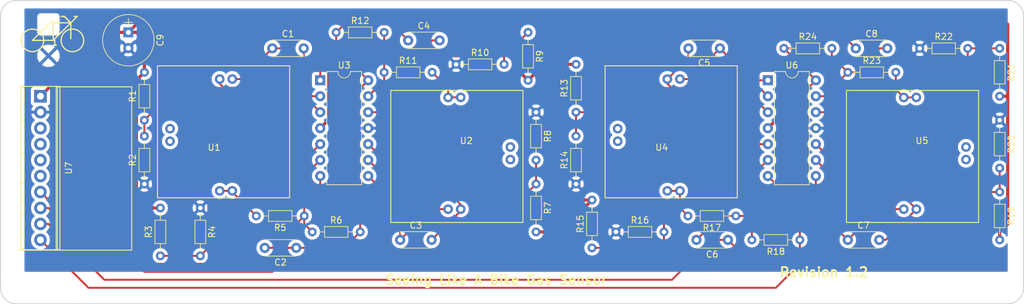
<source format=kicad_pcb>
(kicad_pcb (version 4) (host pcbnew 4.0.5)

  (general
    (links 86)
    (no_connects 0)
    (area 44.374999 48.184999 207.085001 96.595001)
    (thickness 1.6)
    (drawings 30)
    (tracks 242)
    (zones 0)
    (modules 40)
    (nets 43)
  )

  (page A4)
  (layers
    (0 F.Cu signal)
    (31 B.Cu signal hide)
    (32 B.Adhes user)
    (33 F.Adhes user)
    (34 B.Paste user)
    (35 F.Paste user)
    (36 B.SilkS user)
    (37 F.SilkS user)
    (38 B.Mask user)
    (39 F.Mask user)
    (40 Dwgs.User user)
    (41 Cmts.User user)
    (42 Eco1.User user)
    (43 Eco2.User user)
    (44 Edge.Cuts user)
    (45 Margin user)
    (46 B.CrtYd user)
    (47 F.CrtYd user)
    (48 B.Fab user)
    (49 F.Fab user)
  )

  (setup
    (last_trace_width 0.3048)
    (trace_clearance 0.2)
    (zone_clearance 0.508)
    (zone_45_only no)
    (trace_min 0.2)
    (segment_width 0.2)
    (edge_width 0.15)
    (via_size 0.6)
    (via_drill 0.4)
    (via_min_size 0.4)
    (via_min_drill 0.3)
    (uvia_size 0.3)
    (uvia_drill 0.1)
    (uvias_allowed no)
    (uvia_min_size 0.2)
    (uvia_min_drill 0.1)
    (pcb_text_width 0.3)
    (pcb_text_size 1.5 1.5)
    (mod_edge_width 0.15)
    (mod_text_size 1 1)
    (mod_text_width 0.15)
    (pad_size 1.524 1.524)
    (pad_drill 0.762)
    (pad_to_mask_clearance 0.2)
    (aux_axis_origin 0 0)
    (visible_elements 7FFFFFFF)
    (pcbplotparams
      (layerselection 0x010f0_80000001)
      (usegerberextensions false)
      (excludeedgelayer true)
      (linewidth 0.100000)
      (plotframeref true)
      (viasonmask false)
      (mode 1)
      (useauxorigin false)
      (hpglpennumber 1)
      (hpglpenspeed 20)
      (hpglpendiameter 15)
      (hpglpenoverlay 2)
      (psnegative false)
      (psa4output false)
      (plotreference true)
      (plotvalue true)
      (plotinvisibletext false)
      (padsonsilk false)
      (subtractmaskfromsilk false)
      (outputformat 1)
      (mirror false)
      (drillshape 0)
      (scaleselection 1)
      (outputdirectory ""))
  )

  (net 0 "")
  (net 1 "Net-(C1-Pad1)")
  (net 2 "Net-(C1-Pad2)")
  (net 3 VOUT0)
  (net 4 "Net-(C2-Pad2)")
  (net 5 VOUT1)
  (net 6 "Net-(C3-Pad2)")
  (net 7 "Net-(C4-Pad2)")
  (net 8 "Net-(C5-Pad1)")
  (net 9 "Net-(C5-Pad2)")
  (net 10 VOUT2)
  (net 11 "Net-(C6-Pad2)")
  (net 12 VOUT3)
  (net 13 "Net-(C7-Pad2)")
  (net 14 "Net-(C8-Pad2)")
  (net 15 V+)
  (net 16 "Net-(R1-Pad1)")
  (net 17 "Net-(R11-Pad2)")
  (net 18 "Net-(R13-Pad1)")
  (net 19 GND)
  (net 20 "Net-(U1-Pad3)")
  (net 21 "Net-(U1-Pad2)")
  (net 22 "Net-(U2-Pad3)")
  (net 23 "Net-(U2-Pad2)")
  (net 24 "Net-(U4-Pad3)")
  (net 25 "Net-(U4-Pad2)")
  (net 26 "Net-(U5-Pad3)")
  (net 27 "Net-(U5-Pad2)")
  (net 28 "Net-(U7-Pad4)")
  (net 29 "Net-(U7-Pad3)")
  (net 30 "Net-(U7-Pad5)")
  (net 31 "Net-(U7-Pad6)")
  (net 32 "Net-(C3-Pad1)")
  (net 33 "Net-(C7-Pad1)")
  (net 34 "Net-(R3-Pad1)")
  (net 35 "Net-(R5-Pad2)")
  (net 36 "Net-(R7-Pad1)")
  (net 37 "Net-(R15-Pad1)")
  (net 38 "Net-(R17-Pad2)")
  (net 39 "Net-(R19-Pad1)")
  (net 40 "Net-(R21-Pad1)")
  (net 41 "Net-(R23-Pad2)")
  (net 42 "Net-(R10-Pad2)")

  (net_class Default "This is the default net class."
    (clearance 0.2)
    (trace_width 0.3048)
    (via_dia 0.6)
    (via_drill 0.4)
    (uvia_dia 0.3)
    (uvia_drill 0.1)
    (add_net GND)
    (add_net "Net-(C1-Pad1)")
    (add_net "Net-(C1-Pad2)")
    (add_net "Net-(C2-Pad2)")
    (add_net "Net-(C3-Pad1)")
    (add_net "Net-(C3-Pad2)")
    (add_net "Net-(C4-Pad2)")
    (add_net "Net-(C5-Pad1)")
    (add_net "Net-(C5-Pad2)")
    (add_net "Net-(C6-Pad2)")
    (add_net "Net-(C7-Pad1)")
    (add_net "Net-(C7-Pad2)")
    (add_net "Net-(C8-Pad2)")
    (add_net "Net-(R1-Pad1)")
    (add_net "Net-(R10-Pad2)")
    (add_net "Net-(R11-Pad2)")
    (add_net "Net-(R13-Pad1)")
    (add_net "Net-(R15-Pad1)")
    (add_net "Net-(R17-Pad2)")
    (add_net "Net-(R19-Pad1)")
    (add_net "Net-(R21-Pad1)")
    (add_net "Net-(R23-Pad2)")
    (add_net "Net-(R3-Pad1)")
    (add_net "Net-(R5-Pad2)")
    (add_net "Net-(R7-Pad1)")
    (add_net "Net-(U1-Pad2)")
    (add_net "Net-(U1-Pad3)")
    (add_net "Net-(U2-Pad2)")
    (add_net "Net-(U2-Pad3)")
    (add_net "Net-(U4-Pad2)")
    (add_net "Net-(U4-Pad3)")
    (add_net "Net-(U5-Pad2)")
    (add_net "Net-(U5-Pad3)")
    (add_net "Net-(U7-Pad3)")
    (add_net "Net-(U7-Pad4)")
    (add_net "Net-(U7-Pad5)")
    (add_net "Net-(U7-Pad6)")
    (add_net VOUT0)
    (add_net VOUT1)
    (add_net VOUT2)
    (add_net VOUT3)
  )

  (net_class power ""
    (clearance 0.2)
    (trace_width 0.508)
    (via_dia 0.6)
    (via_drill 0.4)
    (uvia_dia 0.3)
    (uvia_drill 0.1)
    (add_net V+)
  )

  (module MyFootprints:GasSensor (layer F.Cu) (tedit 58B09B97) (tstamp 58B23772)
    (at 72.39 73.66)
    (path /58AF746C)
    (fp_text reference U1 (at 6 -2) (layer F.SilkS)
      (effects (font (size 1 1) (thickness 0.15)))
    )
    (fp_text value GasSensor (at 7 -8) (layer F.Fab)
      (effects (font (size 1 1) (thickness 0.15)))
    )
    (fp_line (start -3 -15) (end -3 6) (layer F.SilkS) (width 0.15))
    (fp_line (start -3 6) (end 18 6) (layer F.SilkS) (width 0.15))
    (fp_line (start 18 6) (end 18 -15) (layer F.SilkS) (width 0.15))
    (fp_line (start 18 -15) (end -3 -15) (layer F.SilkS) (width 0.15))
    (pad 3 thru_hole circle (at -1 -5) (size 1.524 1.524) (drill 0.8) (layers *.Cu *.Mask)
      (net 20 "Net-(U1-Pad3)"))
    (pad 2 thru_hole circle (at -1 -3) (size 1.524 1.524) (drill 0.8) (layers *.Cu *.Mask)
      (net 21 "Net-(U1-Pad2)"))
    (pad 1 thru_hole circle (at 6.89 4.9) (size 1.524 1.524) (drill 0.8) (layers *.Cu *.Mask)
      (net 35 "Net-(R5-Pad2)"))
    (pad 6 thru_hole circle (at 8.89 4.89) (size 1.524 1.524) (drill 0.8) (layers *.Cu *.Mask)
      (net 35 "Net-(R5-Pad2)"))
    (pad 4 thru_hole circle (at 6.89 -12.89) (size 1.524 1.524) (drill 0.8) (layers *.Cu *.Mask)
      (net 2 "Net-(C1-Pad2)"))
    (pad 5 thru_hole circle (at 8.89 -12.89) (size 1.524 1.524) (drill 0.8) (layers *.Cu *.Mask)
      (net 1 "Net-(C1-Pad1)"))
  )

  (module Resistors_THT:R_Axial_DIN0204_L3.6mm_D1.6mm_P7.62mm_Horizontal (layer F.Cu) (tedit 5874F706) (tstamp 58B236DE)
    (at 69.85 88.9 90)
    (descr "Resistor, Axial_DIN0204 series, Axial, Horizontal, pin pitch=7.62mm, 0.16666666666666666W = 1/6W, length*diameter=3.6*1.6mm^2, http://cdn-reichelt.de/documents/datenblatt/B400/1_4W%23YAG.pdf")
    (tags "Resistor Axial_DIN0204 series Axial Horizontal pin pitch 7.62mm 0.16666666666666666W = 1/6W length 3.6mm diameter 1.6mm")
    (path /58B06DB4)
    (fp_text reference R3 (at 3.81 -1.86 90) (layer F.SilkS)
      (effects (font (size 1 1) (thickness 0.15)))
    )
    (fp_text value R (at 3.81 1.86 90) (layer F.Fab)
      (effects (font (size 1 1) (thickness 0.15)))
    )
    (fp_line (start 2.01 -0.8) (end 2.01 0.8) (layer F.Fab) (width 0.1))
    (fp_line (start 2.01 0.8) (end 5.61 0.8) (layer F.Fab) (width 0.1))
    (fp_line (start 5.61 0.8) (end 5.61 -0.8) (layer F.Fab) (width 0.1))
    (fp_line (start 5.61 -0.8) (end 2.01 -0.8) (layer F.Fab) (width 0.1))
    (fp_line (start 0 0) (end 2.01 0) (layer F.Fab) (width 0.1))
    (fp_line (start 7.62 0) (end 5.61 0) (layer F.Fab) (width 0.1))
    (fp_line (start 1.95 -0.86) (end 1.95 0.86) (layer F.SilkS) (width 0.12))
    (fp_line (start 1.95 0.86) (end 5.67 0.86) (layer F.SilkS) (width 0.12))
    (fp_line (start 5.67 0.86) (end 5.67 -0.86) (layer F.SilkS) (width 0.12))
    (fp_line (start 5.67 -0.86) (end 1.95 -0.86) (layer F.SilkS) (width 0.12))
    (fp_line (start 0.88 0) (end 1.95 0) (layer F.SilkS) (width 0.12))
    (fp_line (start 6.74 0) (end 5.67 0) (layer F.SilkS) (width 0.12))
    (fp_line (start -0.95 -1.15) (end -0.95 1.15) (layer F.CrtYd) (width 0.05))
    (fp_line (start -0.95 1.15) (end 8.6 1.15) (layer F.CrtYd) (width 0.05))
    (fp_line (start 8.6 1.15) (end 8.6 -1.15) (layer F.CrtYd) (width 0.05))
    (fp_line (start 8.6 -1.15) (end -0.95 -1.15) (layer F.CrtYd) (width 0.05))
    (pad 1 thru_hole circle (at 0 0 90) (size 1.4 1.4) (drill 0.7) (layers *.Cu *.Mask)
      (net 34 "Net-(R3-Pad1)"))
    (pad 2 thru_hole oval (at 7.62 0 90) (size 1.4 1.4) (drill 0.7) (layers *.Cu *.Mask)
      (net 15 V+))
    (model Resistors_THT.3dshapes/R_Axial_DIN0204_L3.6mm_D1.6mm_P7.62mm_Horizontal.wrl
      (at (xyz 0 0 0))
      (scale (xyz 0.393701 0.393701 0.393701))
      (rotate (xyz 0 0 0))
    )
  )

  (module Connectors_Terminal_Blocks:TerminalBlock_Pheonix_MPT-2.54mm_10pol (layer F.Cu) (tedit 58B5CCF1) (tstamp 58B237CE)
    (at 50.8 63.5 270)
    (descr "10-way 2.54mm pitch terminal block, Phoenix MPT series")
    (path /58B0EB98)
    (fp_text reference U7 (at 11.43 -4.50088 270) (layer F.SilkS)
      (effects (font (size 1 1) (thickness 0.15)))
    )
    (fp_text value ADS1015 (at 11.43 4.50088 270) (layer F.Fab)
      (effects (font (size 1 1) (thickness 0.15)))
    )
    (fp_line (start 24.5 3.5) (end 24.5 -14.5) (layer F.SilkS) (width 0.15))
    (fp_line (start 24.5 -14.5) (end -1.5 -14.5) (layer F.SilkS) (width 0.15))
    (fp_line (start -1.5 -14.5) (end -1.5 -2.5) (layer F.SilkS) (width 0.15))
    (fp_line (start -1.5 -2.5) (end 24.5 -2.5) (layer F.SilkS) (width 0.15))
    (fp_line (start -1.8 -3.3) (end 24.6 -3.3) (layer F.CrtYd) (width 0.05))
    (fp_line (start -1.8 3.3) (end -1.8 -3.3) (layer F.CrtYd) (width 0.05))
    (fp_line (start 24.6 3.3) (end -1.8 3.3) (layer F.CrtYd) (width 0.05))
    (fp_line (start 24.6 -3.3) (end 24.6 3.3) (layer F.CrtYd) (width 0.05))
    (fp_line (start 11.43 2.60096) (end 11.43 3.0988) (layer F.SilkS) (width 0.15))
    (fp_line (start 24.42972 -2.70002) (end -1.56972 -2.70002) (layer F.SilkS) (width 0.15))
    (fp_line (start -1.56972 -3.0988) (end 24.42972 -3.0988) (layer F.SilkS) (width 0.15))
    (fp_line (start 24.42972 2.60096) (end -1.56972 2.60096) (layer F.SilkS) (width 0.15))
    (fp_line (start -1.56972 3.0988) (end 24.42972 3.0988) (layer F.SilkS) (width 0.15))
    (fp_line (start 8.93064 2.60096) (end 8.93064 3.0988) (layer F.SilkS) (width 0.15))
    (fp_line (start 13.92936 2.60096) (end 13.92936 3.0988) (layer F.SilkS) (width 0.15))
    (fp_line (start 21.63064 2.60096) (end 21.63064 3.0988) (layer F.SilkS) (width 0.15))
    (fp_line (start 19.02968 2.60096) (end 19.02968 3.0988) (layer F.SilkS) (width 0.15))
    (fp_line (start 16.53286 2.60096) (end 16.53286 3.0988) (layer F.SilkS) (width 0.15))
    (fp_line (start 6.32968 2.60096) (end 6.32968 3.0988) (layer F.SilkS) (width 0.15))
    (fp_line (start 3.83286 2.60096) (end 3.83286 3.0988) (layer F.SilkS) (width 0.15))
    (fp_line (start -1.36906 3.0988) (end -1.36906 2.60096) (layer F.SilkS) (width 0.15))
    (fp_line (start 24.22906 2.60096) (end 24.22906 3.0988) (layer F.SilkS) (width 0.15))
    (fp_line (start 1.23444 3.0988) (end 1.23444 2.60096) (layer F.SilkS) (width 0.15))
    (fp_line (start 24.42718 3.0988) (end 24.42718 -3.0988) (layer F.SilkS) (width 0.15))
    (fp_line (start -1.56718 -3.0988) (end -1.56718 3.0988) (layer F.SilkS) (width 0.15))
    (pad 4 thru_hole oval (at 7.62 0 90) (size 1.99898 1.99898) (drill 1.09728) (layers *.Cu *.Mask)
      (net 28 "Net-(U7-Pad4)"))
    (pad 1 thru_hole rect (at 0 0 90) (size 1.99898 1.99898) (drill 1.09728) (layers *.Cu *.Mask)
      (net 15 V+))
    (pad 2 thru_hole oval (at 2.54 0 90) (size 1.99898 1.99898) (drill 1.09728) (layers *.Cu *.Mask)
      (net 19 GND))
    (pad 3 thru_hole oval (at 5.08 0 90) (size 1.99898 1.99898) (drill 1.09728) (layers *.Cu *.Mask)
      (net 29 "Net-(U7-Pad3)"))
    (pad 5 thru_hole oval (at 10.16 0 90) (size 1.99898 1.99898) (drill 1.09728) (layers *.Cu *.Mask)
      (net 30 "Net-(U7-Pad5)"))
    (pad 6 thru_hole oval (at 12.7 0 90) (size 1.99898 1.99898) (drill 1.09728) (layers *.Cu *.Mask)
      (net 31 "Net-(U7-Pad6)"))
    (pad 7 thru_hole oval (at 15.24 0 90) (size 1.99898 1.99898) (drill 1.09728) (layers *.Cu *.Mask)
      (net 3 VOUT0))
    (pad 8 thru_hole oval (at 17.78 0 90) (size 1.99898 1.99898) (drill 1.09728) (layers *.Cu *.Mask)
      (net 5 VOUT1))
    (pad 9 thru_hole oval (at 20.32 0 90) (size 1.99898 1.99898) (drill 1.09728) (layers *.Cu *.Mask)
      (net 10 VOUT2))
    (pad 10 thru_hole oval (at 22.86 0 90) (size 1.99898 1.99898) (drill 1.09728) (layers *.Cu *.Mask)
      (net 12 VOUT3))
    (model Terminal_Blocks.3dshapes/TerminalBlock_Pheonix_MPT-2.54mm_10pol.wrl
      (at (xyz 0.45 0 0))
      (scale (xyz 1 1 1))
      (rotate (xyz 0 0 0))
    )
  )

  (module MyFootprints:GasSensor (layer F.Cu) (tedit 58B09B97) (tstamp 58B237A0)
    (at 143.51 73.66)
    (path /58B0E68B)
    (fp_text reference U4 (at 6 -2) (layer F.SilkS)
      (effects (font (size 1 1) (thickness 0.15)))
    )
    (fp_text value GasSensor (at 7 -8) (layer F.Fab)
      (effects (font (size 1 1) (thickness 0.15)))
    )
    (fp_line (start -3 -15) (end -3 6) (layer F.SilkS) (width 0.15))
    (fp_line (start -3 6) (end 18 6) (layer F.SilkS) (width 0.15))
    (fp_line (start 18 6) (end 18 -15) (layer F.SilkS) (width 0.15))
    (fp_line (start 18 -15) (end -3 -15) (layer F.SilkS) (width 0.15))
    (pad 3 thru_hole circle (at -1 -5) (size 1.524 1.524) (drill 0.8) (layers *.Cu *.Mask)
      (net 24 "Net-(U4-Pad3)"))
    (pad 2 thru_hole circle (at -1 -3) (size 1.524 1.524) (drill 0.8) (layers *.Cu *.Mask)
      (net 25 "Net-(U4-Pad2)"))
    (pad 1 thru_hole circle (at 6.89 4.9) (size 1.524 1.524) (drill 0.8) (layers *.Cu *.Mask)
      (net 38 "Net-(R17-Pad2)"))
    (pad 6 thru_hole circle (at 8.89 4.89) (size 1.524 1.524) (drill 0.8) (layers *.Cu *.Mask)
      (net 38 "Net-(R17-Pad2)"))
    (pad 4 thru_hole circle (at 6.89 -12.89) (size 1.524 1.524) (drill 0.8) (layers *.Cu *.Mask)
      (net 9 "Net-(C5-Pad2)"))
    (pad 5 thru_hole circle (at 8.89 -12.89) (size 1.524 1.524) (drill 0.8) (layers *.Cu *.Mask)
      (net 8 "Net-(C5-Pad1)"))
  )

  (module Resistors_THT:R_Axial_DIN0204_L3.6mm_D1.6mm_P7.62mm_Horizontal (layer F.Cu) (tedit 5874F706) (tstamp 58B236D2)
    (at 67.31 67.31 90)
    (descr "Resistor, Axial_DIN0204 series, Axial, Horizontal, pin pitch=7.62mm, 0.16666666666666666W = 1/6W, length*diameter=3.6*1.6mm^2, http://cdn-reichelt.de/documents/datenblatt/B400/1_4W%23YAG.pdf")
    (tags "Resistor Axial_DIN0204 series Axial Horizontal pin pitch 7.62mm 0.16666666666666666W = 1/6W length 3.6mm diameter 1.6mm")
    (path /58B06D1C)
    (fp_text reference R1 (at 3.81 -1.86 90) (layer F.SilkS)
      (effects (font (size 1 1) (thickness 0.15)))
    )
    (fp_text value R (at 3.81 1.86 90) (layer F.Fab)
      (effects (font (size 1 1) (thickness 0.15)))
    )
    (fp_line (start 2.01 -0.8) (end 2.01 0.8) (layer F.Fab) (width 0.1))
    (fp_line (start 2.01 0.8) (end 5.61 0.8) (layer F.Fab) (width 0.1))
    (fp_line (start 5.61 0.8) (end 5.61 -0.8) (layer F.Fab) (width 0.1))
    (fp_line (start 5.61 -0.8) (end 2.01 -0.8) (layer F.Fab) (width 0.1))
    (fp_line (start 0 0) (end 2.01 0) (layer F.Fab) (width 0.1))
    (fp_line (start 7.62 0) (end 5.61 0) (layer F.Fab) (width 0.1))
    (fp_line (start 1.95 -0.86) (end 1.95 0.86) (layer F.SilkS) (width 0.12))
    (fp_line (start 1.95 0.86) (end 5.67 0.86) (layer F.SilkS) (width 0.12))
    (fp_line (start 5.67 0.86) (end 5.67 -0.86) (layer F.SilkS) (width 0.12))
    (fp_line (start 5.67 -0.86) (end 1.95 -0.86) (layer F.SilkS) (width 0.12))
    (fp_line (start 0.88 0) (end 1.95 0) (layer F.SilkS) (width 0.12))
    (fp_line (start 6.74 0) (end 5.67 0) (layer F.SilkS) (width 0.12))
    (fp_line (start -0.95 -1.15) (end -0.95 1.15) (layer F.CrtYd) (width 0.05))
    (fp_line (start -0.95 1.15) (end 8.6 1.15) (layer F.CrtYd) (width 0.05))
    (fp_line (start 8.6 1.15) (end 8.6 -1.15) (layer F.CrtYd) (width 0.05))
    (fp_line (start 8.6 -1.15) (end -0.95 -1.15) (layer F.CrtYd) (width 0.05))
    (pad 1 thru_hole circle (at 0 0 90) (size 1.4 1.4) (drill 0.7) (layers *.Cu *.Mask)
      (net 16 "Net-(R1-Pad1)"))
    (pad 2 thru_hole oval (at 7.62 0 90) (size 1.4 1.4) (drill 0.7) (layers *.Cu *.Mask)
      (net 15 V+))
    (model Resistors_THT.3dshapes/R_Axial_DIN0204_L3.6mm_D1.6mm_P7.62mm_Horizontal.wrl
      (at (xyz 0 0 0))
      (scale (xyz 0.393701 0.393701 0.393701))
      (rotate (xyz 0 0 0))
    )
  )

  (module Resistors_THT:R_Axial_DIN0204_L3.6mm_D1.6mm_P7.62mm_Horizontal (layer F.Cu) (tedit 5874F706) (tstamp 58B236D8)
    (at 67.31 77.47 90)
    (descr "Resistor, Axial_DIN0204 series, Axial, Horizontal, pin pitch=7.62mm, 0.16666666666666666W = 1/6W, length*diameter=3.6*1.6mm^2, http://cdn-reichelt.de/documents/datenblatt/B400/1_4W%23YAG.pdf")
    (tags "Resistor Axial_DIN0204 series Axial Horizontal pin pitch 7.62mm 0.16666666666666666W = 1/6W length 3.6mm diameter 1.6mm")
    (path /58B5B732)
    (fp_text reference R2 (at 3.81 -1.86 90) (layer F.SilkS)
      (effects (font (size 1 1) (thickness 0.15)))
    )
    (fp_text value R (at 3.81 1.86 90) (layer F.Fab)
      (effects (font (size 1 1) (thickness 0.15)))
    )
    (fp_line (start 2.01 -0.8) (end 2.01 0.8) (layer F.Fab) (width 0.1))
    (fp_line (start 2.01 0.8) (end 5.61 0.8) (layer F.Fab) (width 0.1))
    (fp_line (start 5.61 0.8) (end 5.61 -0.8) (layer F.Fab) (width 0.1))
    (fp_line (start 5.61 -0.8) (end 2.01 -0.8) (layer F.Fab) (width 0.1))
    (fp_line (start 0 0) (end 2.01 0) (layer F.Fab) (width 0.1))
    (fp_line (start 7.62 0) (end 5.61 0) (layer F.Fab) (width 0.1))
    (fp_line (start 1.95 -0.86) (end 1.95 0.86) (layer F.SilkS) (width 0.12))
    (fp_line (start 1.95 0.86) (end 5.67 0.86) (layer F.SilkS) (width 0.12))
    (fp_line (start 5.67 0.86) (end 5.67 -0.86) (layer F.SilkS) (width 0.12))
    (fp_line (start 5.67 -0.86) (end 1.95 -0.86) (layer F.SilkS) (width 0.12))
    (fp_line (start 0.88 0) (end 1.95 0) (layer F.SilkS) (width 0.12))
    (fp_line (start 6.74 0) (end 5.67 0) (layer F.SilkS) (width 0.12))
    (fp_line (start -0.95 -1.15) (end -0.95 1.15) (layer F.CrtYd) (width 0.05))
    (fp_line (start -0.95 1.15) (end 8.6 1.15) (layer F.CrtYd) (width 0.05))
    (fp_line (start 8.6 1.15) (end 8.6 -1.15) (layer F.CrtYd) (width 0.05))
    (fp_line (start 8.6 -1.15) (end -0.95 -1.15) (layer F.CrtYd) (width 0.05))
    (pad 1 thru_hole circle (at 0 0 90) (size 1.4 1.4) (drill 0.7) (layers *.Cu *.Mask)
      (net 19 GND))
    (pad 2 thru_hole oval (at 7.62 0 90) (size 1.4 1.4) (drill 0.7) (layers *.Cu *.Mask)
      (net 16 "Net-(R1-Pad1)"))
    (model Resistors_THT.3dshapes/R_Axial_DIN0204_L3.6mm_D1.6mm_P7.62mm_Horizontal.wrl
      (at (xyz 0 0 0))
      (scale (xyz 0.393701 0.393701 0.393701))
      (rotate (xyz 0 0 0))
    )
  )

  (module Resistors_THT:R_Axial_DIN0204_L3.6mm_D1.6mm_P7.62mm_Horizontal (layer F.Cu) (tedit 5874F706) (tstamp 58B236EA)
    (at 92.71 82.55 180)
    (descr "Resistor, Axial_DIN0204 series, Axial, Horizontal, pin pitch=7.62mm, 0.16666666666666666W = 1/6W, length*diameter=3.6*1.6mm^2, http://cdn-reichelt.de/documents/datenblatt/B400/1_4W%23YAG.pdf")
    (tags "Resistor Axial_DIN0204 series Axial Horizontal pin pitch 7.62mm 0.16666666666666666W = 1/6W length 3.6mm diameter 1.6mm")
    (path /58B06D4E)
    (fp_text reference R5 (at 3.81 -1.86 180) (layer F.SilkS)
      (effects (font (size 1 1) (thickness 0.15)))
    )
    (fp_text value 150 (at 3.81 1.86 180) (layer F.Fab)
      (effects (font (size 1 1) (thickness 0.15)))
    )
    (fp_line (start 2.01 -0.8) (end 2.01 0.8) (layer F.Fab) (width 0.1))
    (fp_line (start 2.01 0.8) (end 5.61 0.8) (layer F.Fab) (width 0.1))
    (fp_line (start 5.61 0.8) (end 5.61 -0.8) (layer F.Fab) (width 0.1))
    (fp_line (start 5.61 -0.8) (end 2.01 -0.8) (layer F.Fab) (width 0.1))
    (fp_line (start 0 0) (end 2.01 0) (layer F.Fab) (width 0.1))
    (fp_line (start 7.62 0) (end 5.61 0) (layer F.Fab) (width 0.1))
    (fp_line (start 1.95 -0.86) (end 1.95 0.86) (layer F.SilkS) (width 0.12))
    (fp_line (start 1.95 0.86) (end 5.67 0.86) (layer F.SilkS) (width 0.12))
    (fp_line (start 5.67 0.86) (end 5.67 -0.86) (layer F.SilkS) (width 0.12))
    (fp_line (start 5.67 -0.86) (end 1.95 -0.86) (layer F.SilkS) (width 0.12))
    (fp_line (start 0.88 0) (end 1.95 0) (layer F.SilkS) (width 0.12))
    (fp_line (start 6.74 0) (end 5.67 0) (layer F.SilkS) (width 0.12))
    (fp_line (start -0.95 -1.15) (end -0.95 1.15) (layer F.CrtYd) (width 0.05))
    (fp_line (start -0.95 1.15) (end 8.6 1.15) (layer F.CrtYd) (width 0.05))
    (fp_line (start 8.6 1.15) (end 8.6 -1.15) (layer F.CrtYd) (width 0.05))
    (fp_line (start 8.6 -1.15) (end -0.95 -1.15) (layer F.CrtYd) (width 0.05))
    (pad 1 thru_hole circle (at 0 0 180) (size 1.4 1.4) (drill 0.7) (layers *.Cu *.Mask)
      (net 4 "Net-(C2-Pad2)"))
    (pad 2 thru_hole oval (at 7.62 0 180) (size 1.4 1.4) (drill 0.7) (layers *.Cu *.Mask)
      (net 35 "Net-(R5-Pad2)"))
    (model Resistors_THT.3dshapes/R_Axial_DIN0204_L3.6mm_D1.6mm_P7.62mm_Horizontal.wrl
      (at (xyz 0 0 0))
      (scale (xyz 0.393701 0.393701 0.393701))
      (rotate (xyz 0 0 0))
    )
  )

  (module Resistors_THT:R_Axial_DIN0204_L3.6mm_D1.6mm_P7.62mm_Horizontal (layer F.Cu) (tedit 5874F706) (tstamp 58B236F6)
    (at 129.54 77.47 270)
    (descr "Resistor, Axial_DIN0204 series, Axial, Horizontal, pin pitch=7.62mm, 0.16666666666666666W = 1/6W, length*diameter=3.6*1.6mm^2, http://cdn-reichelt.de/documents/datenblatt/B400/1_4W%23YAG.pdf")
    (tags "Resistor Axial_DIN0204 series Axial Horizontal pin pitch 7.62mm 0.16666666666666666W = 1/6W length 3.6mm diameter 1.6mm")
    (path /58B0A590)
    (fp_text reference R7 (at 3.81 -1.86 270) (layer F.SilkS)
      (effects (font (size 1 1) (thickness 0.15)))
    )
    (fp_text value R (at 3.81 1.86 270) (layer F.Fab)
      (effects (font (size 1 1) (thickness 0.15)))
    )
    (fp_line (start 2.01 -0.8) (end 2.01 0.8) (layer F.Fab) (width 0.1))
    (fp_line (start 2.01 0.8) (end 5.61 0.8) (layer F.Fab) (width 0.1))
    (fp_line (start 5.61 0.8) (end 5.61 -0.8) (layer F.Fab) (width 0.1))
    (fp_line (start 5.61 -0.8) (end 2.01 -0.8) (layer F.Fab) (width 0.1))
    (fp_line (start 0 0) (end 2.01 0) (layer F.Fab) (width 0.1))
    (fp_line (start 7.62 0) (end 5.61 0) (layer F.Fab) (width 0.1))
    (fp_line (start 1.95 -0.86) (end 1.95 0.86) (layer F.SilkS) (width 0.12))
    (fp_line (start 1.95 0.86) (end 5.67 0.86) (layer F.SilkS) (width 0.12))
    (fp_line (start 5.67 0.86) (end 5.67 -0.86) (layer F.SilkS) (width 0.12))
    (fp_line (start 5.67 -0.86) (end 1.95 -0.86) (layer F.SilkS) (width 0.12))
    (fp_line (start 0.88 0) (end 1.95 0) (layer F.SilkS) (width 0.12))
    (fp_line (start 6.74 0) (end 5.67 0) (layer F.SilkS) (width 0.12))
    (fp_line (start -0.95 -1.15) (end -0.95 1.15) (layer F.CrtYd) (width 0.05))
    (fp_line (start -0.95 1.15) (end 8.6 1.15) (layer F.CrtYd) (width 0.05))
    (fp_line (start 8.6 1.15) (end 8.6 -1.15) (layer F.CrtYd) (width 0.05))
    (fp_line (start 8.6 -1.15) (end -0.95 -1.15) (layer F.CrtYd) (width 0.05))
    (pad 1 thru_hole circle (at 0 0 270) (size 1.4 1.4) (drill 0.7) (layers *.Cu *.Mask)
      (net 36 "Net-(R7-Pad1)"))
    (pad 2 thru_hole oval (at 7.62 0 270) (size 1.4 1.4) (drill 0.7) (layers *.Cu *.Mask)
      (net 15 V+))
    (model Resistors_THT.3dshapes/R_Axial_DIN0204_L3.6mm_D1.6mm_P7.62mm_Horizontal.wrl
      (at (xyz 0 0 0))
      (scale (xyz 0.393701 0.393701 0.393701))
      (rotate (xyz 0 0 0))
    )
  )

  (module Resistors_THT:R_Axial_DIN0204_L3.6mm_D1.6mm_P7.62mm_Horizontal (layer F.Cu) (tedit 5874F706) (tstamp 58B236FC)
    (at 129.54 66.04 270)
    (descr "Resistor, Axial_DIN0204 series, Axial, Horizontal, pin pitch=7.62mm, 0.16666666666666666W = 1/6W, length*diameter=3.6*1.6mm^2, http://cdn-reichelt.de/documents/datenblatt/B400/1_4W%23YAG.pdf")
    (tags "Resistor Axial_DIN0204 series Axial Horizontal pin pitch 7.62mm 0.16666666666666666W = 1/6W length 3.6mm diameter 1.6mm")
    (path /58B5EFCC)
    (fp_text reference R8 (at 3.81 -1.86 270) (layer F.SilkS)
      (effects (font (size 1 1) (thickness 0.15)))
    )
    (fp_text value R (at 3.81 1.86 270) (layer F.Fab)
      (effects (font (size 1 1) (thickness 0.15)))
    )
    (fp_line (start 2.01 -0.8) (end 2.01 0.8) (layer F.Fab) (width 0.1))
    (fp_line (start 2.01 0.8) (end 5.61 0.8) (layer F.Fab) (width 0.1))
    (fp_line (start 5.61 0.8) (end 5.61 -0.8) (layer F.Fab) (width 0.1))
    (fp_line (start 5.61 -0.8) (end 2.01 -0.8) (layer F.Fab) (width 0.1))
    (fp_line (start 0 0) (end 2.01 0) (layer F.Fab) (width 0.1))
    (fp_line (start 7.62 0) (end 5.61 0) (layer F.Fab) (width 0.1))
    (fp_line (start 1.95 -0.86) (end 1.95 0.86) (layer F.SilkS) (width 0.12))
    (fp_line (start 1.95 0.86) (end 5.67 0.86) (layer F.SilkS) (width 0.12))
    (fp_line (start 5.67 0.86) (end 5.67 -0.86) (layer F.SilkS) (width 0.12))
    (fp_line (start 5.67 -0.86) (end 1.95 -0.86) (layer F.SilkS) (width 0.12))
    (fp_line (start 0.88 0) (end 1.95 0) (layer F.SilkS) (width 0.12))
    (fp_line (start 6.74 0) (end 5.67 0) (layer F.SilkS) (width 0.12))
    (fp_line (start -0.95 -1.15) (end -0.95 1.15) (layer F.CrtYd) (width 0.05))
    (fp_line (start -0.95 1.15) (end 8.6 1.15) (layer F.CrtYd) (width 0.05))
    (fp_line (start 8.6 1.15) (end 8.6 -1.15) (layer F.CrtYd) (width 0.05))
    (fp_line (start 8.6 -1.15) (end -0.95 -1.15) (layer F.CrtYd) (width 0.05))
    (pad 1 thru_hole circle (at 0 0 270) (size 1.4 1.4) (drill 0.7) (layers *.Cu *.Mask)
      (net 19 GND))
    (pad 2 thru_hole oval (at 7.62 0 270) (size 1.4 1.4) (drill 0.7) (layers *.Cu *.Mask)
      (net 36 "Net-(R7-Pad1)"))
    (model Resistors_THT.3dshapes/R_Axial_DIN0204_L3.6mm_D1.6mm_P7.62mm_Horizontal.wrl
      (at (xyz 0 0 0))
      (scale (xyz 0.393701 0.393701 0.393701))
      (rotate (xyz 0 0 0))
    )
  )

  (module Resistors_THT:R_Axial_DIN0204_L3.6mm_D1.6mm_P7.62mm_Horizontal (layer F.Cu) (tedit 5874F706) (tstamp 58B23702)
    (at 128.27 53.34 270)
    (descr "Resistor, Axial_DIN0204 series, Axial, Horizontal, pin pitch=7.62mm, 0.16666666666666666W = 1/6W, length*diameter=3.6*1.6mm^2, http://cdn-reichelt.de/documents/datenblatt/B400/1_4W%23YAG.pdf")
    (tags "Resistor Axial_DIN0204 series Axial Horizontal pin pitch 7.62mm 0.16666666666666666W = 1/6W length 3.6mm diameter 1.6mm")
    (path /58B0A5A5)
    (fp_text reference R9 (at 3.81 -1.86 270) (layer F.SilkS)
      (effects (font (size 1 1) (thickness 0.15)))
    )
    (fp_text value R (at 3.81 1.86 270) (layer F.Fab)
      (effects (font (size 1 1) (thickness 0.15)))
    )
    (fp_line (start 2.01 -0.8) (end 2.01 0.8) (layer F.Fab) (width 0.1))
    (fp_line (start 2.01 0.8) (end 5.61 0.8) (layer F.Fab) (width 0.1))
    (fp_line (start 5.61 0.8) (end 5.61 -0.8) (layer F.Fab) (width 0.1))
    (fp_line (start 5.61 -0.8) (end 2.01 -0.8) (layer F.Fab) (width 0.1))
    (fp_line (start 0 0) (end 2.01 0) (layer F.Fab) (width 0.1))
    (fp_line (start 7.62 0) (end 5.61 0) (layer F.Fab) (width 0.1))
    (fp_line (start 1.95 -0.86) (end 1.95 0.86) (layer F.SilkS) (width 0.12))
    (fp_line (start 1.95 0.86) (end 5.67 0.86) (layer F.SilkS) (width 0.12))
    (fp_line (start 5.67 0.86) (end 5.67 -0.86) (layer F.SilkS) (width 0.12))
    (fp_line (start 5.67 -0.86) (end 1.95 -0.86) (layer F.SilkS) (width 0.12))
    (fp_line (start 0.88 0) (end 1.95 0) (layer F.SilkS) (width 0.12))
    (fp_line (start 6.74 0) (end 5.67 0) (layer F.SilkS) (width 0.12))
    (fp_line (start -0.95 -1.15) (end -0.95 1.15) (layer F.CrtYd) (width 0.05))
    (fp_line (start -0.95 1.15) (end 8.6 1.15) (layer F.CrtYd) (width 0.05))
    (fp_line (start 8.6 1.15) (end 8.6 -1.15) (layer F.CrtYd) (width 0.05))
    (fp_line (start 8.6 -1.15) (end -0.95 -1.15) (layer F.CrtYd) (width 0.05))
    (pad 1 thru_hole circle (at 0 0 270) (size 1.4 1.4) (drill 0.7) (layers *.Cu *.Mask)
      (net 42 "Net-(R10-Pad2)"))
    (pad 2 thru_hole oval (at 7.62 0 270) (size 1.4 1.4) (drill 0.7) (layers *.Cu *.Mask)
      (net 15 V+))
    (model Resistors_THT.3dshapes/R_Axial_DIN0204_L3.6mm_D1.6mm_P7.62mm_Horizontal.wrl
      (at (xyz 0 0 0))
      (scale (xyz 0.393701 0.393701 0.393701))
      (rotate (xyz 0 0 0))
    )
  )

  (module Resistors_THT:R_Axial_DIN0204_L3.6mm_D1.6mm_P7.62mm_Horizontal (layer F.Cu) (tedit 5874F706) (tstamp 58B2370E)
    (at 105.41 59.69)
    (descr "Resistor, Axial_DIN0204 series, Axial, Horizontal, pin pitch=7.62mm, 0.16666666666666666W = 1/6W, length*diameter=3.6*1.6mm^2, http://cdn-reichelt.de/documents/datenblatt/B400/1_4W%23YAG.pdf")
    (tags "Resistor Axial_DIN0204 series Axial Horizontal pin pitch 7.62mm 0.16666666666666666W = 1/6W length 3.6mm diameter 1.6mm")
    (path /58B0A597)
    (fp_text reference R11 (at 3.81 -1.86) (layer F.SilkS)
      (effects (font (size 1 1) (thickness 0.15)))
    )
    (fp_text value 150 (at 3.81 1.86) (layer F.Fab)
      (effects (font (size 1 1) (thickness 0.15)))
    )
    (fp_line (start 2.01 -0.8) (end 2.01 0.8) (layer F.Fab) (width 0.1))
    (fp_line (start 2.01 0.8) (end 5.61 0.8) (layer F.Fab) (width 0.1))
    (fp_line (start 5.61 0.8) (end 5.61 -0.8) (layer F.Fab) (width 0.1))
    (fp_line (start 5.61 -0.8) (end 2.01 -0.8) (layer F.Fab) (width 0.1))
    (fp_line (start 0 0) (end 2.01 0) (layer F.Fab) (width 0.1))
    (fp_line (start 7.62 0) (end 5.61 0) (layer F.Fab) (width 0.1))
    (fp_line (start 1.95 -0.86) (end 1.95 0.86) (layer F.SilkS) (width 0.12))
    (fp_line (start 1.95 0.86) (end 5.67 0.86) (layer F.SilkS) (width 0.12))
    (fp_line (start 5.67 0.86) (end 5.67 -0.86) (layer F.SilkS) (width 0.12))
    (fp_line (start 5.67 -0.86) (end 1.95 -0.86) (layer F.SilkS) (width 0.12))
    (fp_line (start 0.88 0) (end 1.95 0) (layer F.SilkS) (width 0.12))
    (fp_line (start 6.74 0) (end 5.67 0) (layer F.SilkS) (width 0.12))
    (fp_line (start -0.95 -1.15) (end -0.95 1.15) (layer F.CrtYd) (width 0.05))
    (fp_line (start -0.95 1.15) (end 8.6 1.15) (layer F.CrtYd) (width 0.05))
    (fp_line (start 8.6 1.15) (end 8.6 -1.15) (layer F.CrtYd) (width 0.05))
    (fp_line (start 8.6 -1.15) (end -0.95 -1.15) (layer F.CrtYd) (width 0.05))
    (pad 1 thru_hole circle (at 0 0) (size 1.4 1.4) (drill 0.7) (layers *.Cu *.Mask)
      (net 7 "Net-(C4-Pad2)"))
    (pad 2 thru_hole oval (at 7.62 0) (size 1.4 1.4) (drill 0.7) (layers *.Cu *.Mask)
      (net 17 "Net-(R11-Pad2)"))
    (model Resistors_THT.3dshapes/R_Axial_DIN0204_L3.6mm_D1.6mm_P7.62mm_Horizontal.wrl
      (at (xyz 0 0 0))
      (scale (xyz 0.393701 0.393701 0.393701))
      (rotate (xyz 0 0 0))
    )
  )

  (module Resistors_THT:R_Axial_DIN0204_L3.6mm_D1.6mm_P7.62mm_Horizontal (layer F.Cu) (tedit 5874F706) (tstamp 58B2371A)
    (at 135.89 66.04 90)
    (descr "Resistor, Axial_DIN0204 series, Axial, Horizontal, pin pitch=7.62mm, 0.16666666666666666W = 1/6W, length*diameter=3.6*1.6mm^2, http://cdn-reichelt.de/documents/datenblatt/B400/1_4W%23YAG.pdf")
    (tags "Resistor Axial_DIN0204 series Axial Horizontal pin pitch 7.62mm 0.16666666666666666W = 1/6W length 3.6mm diameter 1.6mm")
    (path /58B0E6A7)
    (fp_text reference R13 (at 3.81 -1.86 90) (layer F.SilkS)
      (effects (font (size 1 1) (thickness 0.15)))
    )
    (fp_text value R (at 3.81 1.86 90) (layer F.Fab)
      (effects (font (size 1 1) (thickness 0.15)))
    )
    (fp_line (start 2.01 -0.8) (end 2.01 0.8) (layer F.Fab) (width 0.1))
    (fp_line (start 2.01 0.8) (end 5.61 0.8) (layer F.Fab) (width 0.1))
    (fp_line (start 5.61 0.8) (end 5.61 -0.8) (layer F.Fab) (width 0.1))
    (fp_line (start 5.61 -0.8) (end 2.01 -0.8) (layer F.Fab) (width 0.1))
    (fp_line (start 0 0) (end 2.01 0) (layer F.Fab) (width 0.1))
    (fp_line (start 7.62 0) (end 5.61 0) (layer F.Fab) (width 0.1))
    (fp_line (start 1.95 -0.86) (end 1.95 0.86) (layer F.SilkS) (width 0.12))
    (fp_line (start 1.95 0.86) (end 5.67 0.86) (layer F.SilkS) (width 0.12))
    (fp_line (start 5.67 0.86) (end 5.67 -0.86) (layer F.SilkS) (width 0.12))
    (fp_line (start 5.67 -0.86) (end 1.95 -0.86) (layer F.SilkS) (width 0.12))
    (fp_line (start 0.88 0) (end 1.95 0) (layer F.SilkS) (width 0.12))
    (fp_line (start 6.74 0) (end 5.67 0) (layer F.SilkS) (width 0.12))
    (fp_line (start -0.95 -1.15) (end -0.95 1.15) (layer F.CrtYd) (width 0.05))
    (fp_line (start -0.95 1.15) (end 8.6 1.15) (layer F.CrtYd) (width 0.05))
    (fp_line (start 8.6 1.15) (end 8.6 -1.15) (layer F.CrtYd) (width 0.05))
    (fp_line (start 8.6 -1.15) (end -0.95 -1.15) (layer F.CrtYd) (width 0.05))
    (pad 1 thru_hole circle (at 0 0 90) (size 1.4 1.4) (drill 0.7) (layers *.Cu *.Mask)
      (net 18 "Net-(R13-Pad1)"))
    (pad 2 thru_hole oval (at 7.62 0 90) (size 1.4 1.4) (drill 0.7) (layers *.Cu *.Mask)
      (net 15 V+))
    (model Resistors_THT.3dshapes/R_Axial_DIN0204_L3.6mm_D1.6mm_P7.62mm_Horizontal.wrl
      (at (xyz 0 0 0))
      (scale (xyz 0.393701 0.393701 0.393701))
      (rotate (xyz 0 0 0))
    )
  )

  (module Resistors_THT:R_Axial_DIN0204_L3.6mm_D1.6mm_P7.62mm_Horizontal (layer F.Cu) (tedit 5874F706) (tstamp 58B23720)
    (at 135.89 77.47 90)
    (descr "Resistor, Axial_DIN0204 series, Axial, Horizontal, pin pitch=7.62mm, 0.16666666666666666W = 1/6W, length*diameter=3.6*1.6mm^2, http://cdn-reichelt.de/documents/datenblatt/B400/1_4W%23YAG.pdf")
    (tags "Resistor Axial_DIN0204 series Axial Horizontal pin pitch 7.62mm 0.16666666666666666W = 1/6W length 3.6mm diameter 1.6mm")
    (path /58B5FAAF)
    (fp_text reference R14 (at 3.81 -1.86 90) (layer F.SilkS)
      (effects (font (size 1 1) (thickness 0.15)))
    )
    (fp_text value R (at 3.81 1.86 90) (layer F.Fab)
      (effects (font (size 1 1) (thickness 0.15)))
    )
    (fp_line (start 2.01 -0.8) (end 2.01 0.8) (layer F.Fab) (width 0.1))
    (fp_line (start 2.01 0.8) (end 5.61 0.8) (layer F.Fab) (width 0.1))
    (fp_line (start 5.61 0.8) (end 5.61 -0.8) (layer F.Fab) (width 0.1))
    (fp_line (start 5.61 -0.8) (end 2.01 -0.8) (layer F.Fab) (width 0.1))
    (fp_line (start 0 0) (end 2.01 0) (layer F.Fab) (width 0.1))
    (fp_line (start 7.62 0) (end 5.61 0) (layer F.Fab) (width 0.1))
    (fp_line (start 1.95 -0.86) (end 1.95 0.86) (layer F.SilkS) (width 0.12))
    (fp_line (start 1.95 0.86) (end 5.67 0.86) (layer F.SilkS) (width 0.12))
    (fp_line (start 5.67 0.86) (end 5.67 -0.86) (layer F.SilkS) (width 0.12))
    (fp_line (start 5.67 -0.86) (end 1.95 -0.86) (layer F.SilkS) (width 0.12))
    (fp_line (start 0.88 0) (end 1.95 0) (layer F.SilkS) (width 0.12))
    (fp_line (start 6.74 0) (end 5.67 0) (layer F.SilkS) (width 0.12))
    (fp_line (start -0.95 -1.15) (end -0.95 1.15) (layer F.CrtYd) (width 0.05))
    (fp_line (start -0.95 1.15) (end 8.6 1.15) (layer F.CrtYd) (width 0.05))
    (fp_line (start 8.6 1.15) (end 8.6 -1.15) (layer F.CrtYd) (width 0.05))
    (fp_line (start 8.6 -1.15) (end -0.95 -1.15) (layer F.CrtYd) (width 0.05))
    (pad 1 thru_hole circle (at 0 0 90) (size 1.4 1.4) (drill 0.7) (layers *.Cu *.Mask)
      (net 19 GND))
    (pad 2 thru_hole oval (at 7.62 0 90) (size 1.4 1.4) (drill 0.7) (layers *.Cu *.Mask)
      (net 18 "Net-(R13-Pad1)"))
    (model Resistors_THT.3dshapes/R_Axial_DIN0204_L3.6mm_D1.6mm_P7.62mm_Horizontal.wrl
      (at (xyz 0 0 0))
      (scale (xyz 0.393701 0.393701 0.393701))
      (rotate (xyz 0 0 0))
    )
  )

  (module Resistors_THT:R_Axial_DIN0204_L3.6mm_D1.6mm_P7.62mm_Horizontal (layer F.Cu) (tedit 5874F706) (tstamp 58B23726)
    (at 138.43 87.63 90)
    (descr "Resistor, Axial_DIN0204 series, Axial, Horizontal, pin pitch=7.62mm, 0.16666666666666666W = 1/6W, length*diameter=3.6*1.6mm^2, http://cdn-reichelt.de/documents/datenblatt/B400/1_4W%23YAG.pdf")
    (tags "Resistor Axial_DIN0204 series Axial Horizontal pin pitch 7.62mm 0.16666666666666666W = 1/6W length 3.6mm diameter 1.6mm")
    (path /58B0E6BC)
    (fp_text reference R15 (at 3.81 -1.86 90) (layer F.SilkS)
      (effects (font (size 1 1) (thickness 0.15)))
    )
    (fp_text value R (at 3.81 1.86 90) (layer F.Fab)
      (effects (font (size 1 1) (thickness 0.15)))
    )
    (fp_line (start 2.01 -0.8) (end 2.01 0.8) (layer F.Fab) (width 0.1))
    (fp_line (start 2.01 0.8) (end 5.61 0.8) (layer F.Fab) (width 0.1))
    (fp_line (start 5.61 0.8) (end 5.61 -0.8) (layer F.Fab) (width 0.1))
    (fp_line (start 5.61 -0.8) (end 2.01 -0.8) (layer F.Fab) (width 0.1))
    (fp_line (start 0 0) (end 2.01 0) (layer F.Fab) (width 0.1))
    (fp_line (start 7.62 0) (end 5.61 0) (layer F.Fab) (width 0.1))
    (fp_line (start 1.95 -0.86) (end 1.95 0.86) (layer F.SilkS) (width 0.12))
    (fp_line (start 1.95 0.86) (end 5.67 0.86) (layer F.SilkS) (width 0.12))
    (fp_line (start 5.67 0.86) (end 5.67 -0.86) (layer F.SilkS) (width 0.12))
    (fp_line (start 5.67 -0.86) (end 1.95 -0.86) (layer F.SilkS) (width 0.12))
    (fp_line (start 0.88 0) (end 1.95 0) (layer F.SilkS) (width 0.12))
    (fp_line (start 6.74 0) (end 5.67 0) (layer F.SilkS) (width 0.12))
    (fp_line (start -0.95 -1.15) (end -0.95 1.15) (layer F.CrtYd) (width 0.05))
    (fp_line (start -0.95 1.15) (end 8.6 1.15) (layer F.CrtYd) (width 0.05))
    (fp_line (start 8.6 1.15) (end 8.6 -1.15) (layer F.CrtYd) (width 0.05))
    (fp_line (start 8.6 -1.15) (end -0.95 -1.15) (layer F.CrtYd) (width 0.05))
    (pad 1 thru_hole circle (at 0 0 90) (size 1.4 1.4) (drill 0.7) (layers *.Cu *.Mask)
      (net 37 "Net-(R15-Pad1)"))
    (pad 2 thru_hole oval (at 7.62 0 90) (size 1.4 1.4) (drill 0.7) (layers *.Cu *.Mask)
      (net 15 V+))
    (model Resistors_THT.3dshapes/R_Axial_DIN0204_L3.6mm_D1.6mm_P7.62mm_Horizontal.wrl
      (at (xyz 0 0 0))
      (scale (xyz 0.393701 0.393701 0.393701))
      (rotate (xyz 0 0 0))
    )
  )

  (module MyFootprints:GasSensor (layer F.Cu) (tedit 58B09B97) (tstamp 58B23780)
    (at 124.46 68.58 180)
    (path /58B0A57B)
    (fp_text reference U2 (at 6 -2 180) (layer F.SilkS)
      (effects (font (size 1 1) (thickness 0.15)))
    )
    (fp_text value GasSensor (at 7 -8 180) (layer F.Fab)
      (effects (font (size 1 1) (thickness 0.15)))
    )
    (fp_line (start -3 -15) (end -3 6) (layer F.SilkS) (width 0.15))
    (fp_line (start -3 6) (end 18 6) (layer F.SilkS) (width 0.15))
    (fp_line (start 18 6) (end 18 -15) (layer F.SilkS) (width 0.15))
    (fp_line (start 18 -15) (end -3 -15) (layer F.SilkS) (width 0.15))
    (pad 3 thru_hole circle (at -1 -5 180) (size 1.524 1.524) (drill 0.8) (layers *.Cu *.Mask)
      (net 22 "Net-(U2-Pad3)"))
    (pad 2 thru_hole circle (at -1 -3 180) (size 1.524 1.524) (drill 0.8) (layers *.Cu *.Mask)
      (net 23 "Net-(U2-Pad2)"))
    (pad 1 thru_hole circle (at 6.89 4.9 180) (size 1.524 1.524) (drill 0.8) (layers *.Cu *.Mask)
      (net 17 "Net-(R11-Pad2)"))
    (pad 6 thru_hole circle (at 8.89 4.89 180) (size 1.524 1.524) (drill 0.8) (layers *.Cu *.Mask)
      (net 17 "Net-(R11-Pad2)"))
    (pad 4 thru_hole circle (at 6.89 -12.89 180) (size 1.524 1.524) (drill 0.8) (layers *.Cu *.Mask)
      (net 6 "Net-(C3-Pad2)"))
    (pad 5 thru_hole circle (at 8.89 -12.89 180) (size 1.524 1.524) (drill 0.8) (layers *.Cu *.Mask)
      (net 32 "Net-(C3-Pad1)"))
  )

  (module Housings_DIP:DIP-14_W7.62mm (layer F.Cu) (tedit 586281B4) (tstamp 58B23792)
    (at 95.25 60.96)
    (descr "14-lead dip package, row spacing 7.62 mm (300 mils)")
    (tags "DIL DIP PDIP 2.54mm 7.62mm 300mil")
    (path /58B06C26)
    (fp_text reference U3 (at 3.81 -2.39) (layer F.SilkS)
      (effects (font (size 1 1) (thickness 0.15)))
    )
    (fp_text value LF347N (at 3.81 17.63) (layer F.Fab)
      (effects (font (size 1 1) (thickness 0.15)))
    )
    (fp_arc (start 3.81 -1.39) (end 2.81 -1.39) (angle -180) (layer F.SilkS) (width 0.12))
    (fp_line (start 1.635 -1.27) (end 6.985 -1.27) (layer F.Fab) (width 0.1))
    (fp_line (start 6.985 -1.27) (end 6.985 16.51) (layer F.Fab) (width 0.1))
    (fp_line (start 6.985 16.51) (end 0.635 16.51) (layer F.Fab) (width 0.1))
    (fp_line (start 0.635 16.51) (end 0.635 -0.27) (layer F.Fab) (width 0.1))
    (fp_line (start 0.635 -0.27) (end 1.635 -1.27) (layer F.Fab) (width 0.1))
    (fp_line (start 2.81 -1.39) (end 1.04 -1.39) (layer F.SilkS) (width 0.12))
    (fp_line (start 1.04 -1.39) (end 1.04 16.63) (layer F.SilkS) (width 0.12))
    (fp_line (start 1.04 16.63) (end 6.58 16.63) (layer F.SilkS) (width 0.12))
    (fp_line (start 6.58 16.63) (end 6.58 -1.39) (layer F.SilkS) (width 0.12))
    (fp_line (start 6.58 -1.39) (end 4.81 -1.39) (layer F.SilkS) (width 0.12))
    (fp_line (start -1.1 -1.6) (end -1.1 16.8) (layer F.CrtYd) (width 0.05))
    (fp_line (start -1.1 16.8) (end 8.7 16.8) (layer F.CrtYd) (width 0.05))
    (fp_line (start 8.7 16.8) (end 8.7 -1.6) (layer F.CrtYd) (width 0.05))
    (fp_line (start 8.7 -1.6) (end -1.1 -1.6) (layer F.CrtYd) (width 0.05))
    (pad 1 thru_hole rect (at 0 0) (size 1.6 1.6) (drill 0.8) (layers *.Cu *.Mask)
      (net 1 "Net-(C1-Pad1)"))
    (pad 8 thru_hole oval (at 7.62 15.24) (size 1.6 1.6) (drill 0.8) (layers *.Cu *.Mask)
      (net 32 "Net-(C3-Pad1)"))
    (pad 2 thru_hole oval (at 0 2.54) (size 1.6 1.6) (drill 0.8) (layers *.Cu *.Mask)
      (net 2 "Net-(C1-Pad2)"))
    (pad 9 thru_hole oval (at 7.62 12.7) (size 1.6 1.6) (drill 0.8) (layers *.Cu *.Mask)
      (net 6 "Net-(C3-Pad2)"))
    (pad 3 thru_hole oval (at 0 5.08) (size 1.6 1.6) (drill 0.8) (layers *.Cu *.Mask)
      (net 16 "Net-(R1-Pad1)"))
    (pad 10 thru_hole oval (at 7.62 10.16) (size 1.6 1.6) (drill 0.8) (layers *.Cu *.Mask)
      (net 36 "Net-(R7-Pad1)"))
    (pad 4 thru_hole oval (at 0 7.62) (size 1.6 1.6) (drill 0.8) (layers *.Cu *.Mask)
      (net 15 V+))
    (pad 11 thru_hole oval (at 7.62 7.62) (size 1.6 1.6) (drill 0.8) (layers *.Cu *.Mask)
      (net 19 GND))
    (pad 5 thru_hole oval (at 0 10.16) (size 1.6 1.6) (drill 0.8) (layers *.Cu *.Mask)
      (net 34 "Net-(R3-Pad1)"))
    (pad 12 thru_hole oval (at 7.62 5.08) (size 1.6 1.6) (drill 0.8) (layers *.Cu *.Mask)
      (net 42 "Net-(R10-Pad2)"))
    (pad 6 thru_hole oval (at 0 12.7) (size 1.6 1.6) (drill 0.8) (layers *.Cu *.Mask)
      (net 4 "Net-(C2-Pad2)"))
    (pad 13 thru_hole oval (at 7.62 2.54) (size 1.6 1.6) (drill 0.8) (layers *.Cu *.Mask)
      (net 7 "Net-(C4-Pad2)"))
    (pad 7 thru_hole oval (at 0 15.24) (size 1.6 1.6) (drill 0.8) (layers *.Cu *.Mask)
      (net 3 VOUT0))
    (pad 14 thru_hole oval (at 7.62 0) (size 1.6 1.6) (drill 0.8) (layers *.Cu *.Mask)
      (net 5 VOUT1))
    (model Housings_DIP.3dshapes/DIP-14_W7.62mm.wrl
      (at (xyz 0 0 0))
      (scale (xyz 1 1 1))
      (rotate (xyz 0 0 0))
    )
  )

  (module MyFootprints:GasSensor (layer F.Cu) (tedit 58B09B97) (tstamp 58B237AE)
    (at 196.85 68.58 180)
    (path /58B0E6DF)
    (fp_text reference U5 (at 6 -2 180) (layer F.SilkS)
      (effects (font (size 1 1) (thickness 0.15)))
    )
    (fp_text value GasSensor (at 7 -8 180) (layer F.Fab)
      (effects (font (size 1 1) (thickness 0.15)))
    )
    (fp_line (start -3 -15) (end -3 6) (layer F.SilkS) (width 0.15))
    (fp_line (start -3 6) (end 18 6) (layer F.SilkS) (width 0.15))
    (fp_line (start 18 6) (end 18 -15) (layer F.SilkS) (width 0.15))
    (fp_line (start 18 -15) (end -3 -15) (layer F.SilkS) (width 0.15))
    (pad 3 thru_hole circle (at -1 -5 180) (size 1.524 1.524) (drill 0.8) (layers *.Cu *.Mask)
      (net 26 "Net-(U5-Pad3)"))
    (pad 2 thru_hole circle (at -1 -3 180) (size 1.524 1.524) (drill 0.8) (layers *.Cu *.Mask)
      (net 27 "Net-(U5-Pad2)"))
    (pad 1 thru_hole circle (at 6.89 4.9 180) (size 1.524 1.524) (drill 0.8) (layers *.Cu *.Mask)
      (net 41 "Net-(R23-Pad2)"))
    (pad 6 thru_hole circle (at 8.89 4.89 180) (size 1.524 1.524) (drill 0.8) (layers *.Cu *.Mask)
      (net 41 "Net-(R23-Pad2)"))
    (pad 4 thru_hole circle (at 6.89 -12.89 180) (size 1.524 1.524) (drill 0.8) (layers *.Cu *.Mask)
      (net 13 "Net-(C7-Pad2)"))
    (pad 5 thru_hole circle (at 8.89 -12.89 180) (size 1.524 1.524) (drill 0.8) (layers *.Cu *.Mask)
      (net 33 "Net-(C7-Pad1)"))
  )

  (module Housings_DIP:DIP-14_W7.62mm (layer F.Cu) (tedit 586281B4) (tstamp 58B237C0)
    (at 166.37 60.96)
    (descr "14-lead dip package, row spacing 7.62 mm (300 mils)")
    (tags "DIL DIP PDIP 2.54mm 7.62mm 300mil")
    (path /58B0E692)
    (fp_text reference U6 (at 3.81 -2.39) (layer F.SilkS)
      (effects (font (size 1 1) (thickness 0.15)))
    )
    (fp_text value LF347N (at 3.81 17.63) (layer F.Fab)
      (effects (font (size 1 1) (thickness 0.15)))
    )
    (fp_arc (start 3.81 -1.39) (end 2.81 -1.39) (angle -180) (layer F.SilkS) (width 0.12))
    (fp_line (start 1.635 -1.27) (end 6.985 -1.27) (layer F.Fab) (width 0.1))
    (fp_line (start 6.985 -1.27) (end 6.985 16.51) (layer F.Fab) (width 0.1))
    (fp_line (start 6.985 16.51) (end 0.635 16.51) (layer F.Fab) (width 0.1))
    (fp_line (start 0.635 16.51) (end 0.635 -0.27) (layer F.Fab) (width 0.1))
    (fp_line (start 0.635 -0.27) (end 1.635 -1.27) (layer F.Fab) (width 0.1))
    (fp_line (start 2.81 -1.39) (end 1.04 -1.39) (layer F.SilkS) (width 0.12))
    (fp_line (start 1.04 -1.39) (end 1.04 16.63) (layer F.SilkS) (width 0.12))
    (fp_line (start 1.04 16.63) (end 6.58 16.63) (layer F.SilkS) (width 0.12))
    (fp_line (start 6.58 16.63) (end 6.58 -1.39) (layer F.SilkS) (width 0.12))
    (fp_line (start 6.58 -1.39) (end 4.81 -1.39) (layer F.SilkS) (width 0.12))
    (fp_line (start -1.1 -1.6) (end -1.1 16.8) (layer F.CrtYd) (width 0.05))
    (fp_line (start -1.1 16.8) (end 8.7 16.8) (layer F.CrtYd) (width 0.05))
    (fp_line (start 8.7 16.8) (end 8.7 -1.6) (layer F.CrtYd) (width 0.05))
    (fp_line (start 8.7 -1.6) (end -1.1 -1.6) (layer F.CrtYd) (width 0.05))
    (pad 1 thru_hole rect (at 0 0) (size 1.6 1.6) (drill 0.8) (layers *.Cu *.Mask)
      (net 8 "Net-(C5-Pad1)"))
    (pad 8 thru_hole oval (at 7.62 15.24) (size 1.6 1.6) (drill 0.8) (layers *.Cu *.Mask)
      (net 33 "Net-(C7-Pad1)"))
    (pad 2 thru_hole oval (at 0 2.54) (size 1.6 1.6) (drill 0.8) (layers *.Cu *.Mask)
      (net 9 "Net-(C5-Pad2)"))
    (pad 9 thru_hole oval (at 7.62 12.7) (size 1.6 1.6) (drill 0.8) (layers *.Cu *.Mask)
      (net 13 "Net-(C7-Pad2)"))
    (pad 3 thru_hole oval (at 0 5.08) (size 1.6 1.6) (drill 0.8) (layers *.Cu *.Mask)
      (net 18 "Net-(R13-Pad1)"))
    (pad 10 thru_hole oval (at 7.62 10.16) (size 1.6 1.6) (drill 0.8) (layers *.Cu *.Mask)
      (net 39 "Net-(R19-Pad1)"))
    (pad 4 thru_hole oval (at 0 7.62) (size 1.6 1.6) (drill 0.8) (layers *.Cu *.Mask)
      (net 15 V+))
    (pad 11 thru_hole oval (at 7.62 7.62) (size 1.6 1.6) (drill 0.8) (layers *.Cu *.Mask)
      (net 19 GND))
    (pad 5 thru_hole oval (at 0 10.16) (size 1.6 1.6) (drill 0.8) (layers *.Cu *.Mask)
      (net 37 "Net-(R15-Pad1)"))
    (pad 12 thru_hole oval (at 7.62 5.08) (size 1.6 1.6) (drill 0.8) (layers *.Cu *.Mask)
      (net 40 "Net-(R21-Pad1)"))
    (pad 6 thru_hole oval (at 0 12.7) (size 1.6 1.6) (drill 0.8) (layers *.Cu *.Mask)
      (net 11 "Net-(C6-Pad2)"))
    (pad 13 thru_hole oval (at 7.62 2.54) (size 1.6 1.6) (drill 0.8) (layers *.Cu *.Mask)
      (net 14 "Net-(C8-Pad2)"))
    (pad 7 thru_hole oval (at 0 15.24) (size 1.6 1.6) (drill 0.8) (layers *.Cu *.Mask)
      (net 10 VOUT2))
    (pad 14 thru_hole oval (at 7.62 0) (size 1.6 1.6) (drill 0.8) (layers *.Cu *.Mask)
      (net 12 VOUT3))
    (model Housings_DIP.3dshapes/DIP-14_W7.62mm.wrl
      (at (xyz 0 0 0))
      (scale (xyz 1 1 1))
      (rotate (xyz 0 0 0))
    )
  )

  (module Resistors_THT:R_Axial_DIN0204_L3.6mm_D1.6mm_P7.62mm_Horizontal (layer F.Cu) (tedit 5874F706) (tstamp 58B5C6EE)
    (at 161.29 82.55 180)
    (descr "Resistor, Axial_DIN0204 series, Axial, Horizontal, pin pitch=7.62mm, 0.16666666666666666W = 1/6W, length*diameter=3.6*1.6mm^2, http://cdn-reichelt.de/documents/datenblatt/B400/1_4W%23YAG.pdf")
    (tags "Resistor Axial_DIN0204 series Axial Horizontal pin pitch 7.62mm 0.16666666666666666W = 1/6W length 3.6mm diameter 1.6mm")
    (path /58B0E6AE)
    (fp_text reference R17 (at 3.81 -1.86 180) (layer F.SilkS)
      (effects (font (size 1 1) (thickness 0.15)))
    )
    (fp_text value 150 (at 3.81 1.86 180) (layer F.Fab)
      (effects (font (size 1 1) (thickness 0.15)))
    )
    (fp_line (start 2.01 -0.8) (end 2.01 0.8) (layer F.Fab) (width 0.1))
    (fp_line (start 2.01 0.8) (end 5.61 0.8) (layer F.Fab) (width 0.1))
    (fp_line (start 5.61 0.8) (end 5.61 -0.8) (layer F.Fab) (width 0.1))
    (fp_line (start 5.61 -0.8) (end 2.01 -0.8) (layer F.Fab) (width 0.1))
    (fp_line (start 0 0) (end 2.01 0) (layer F.Fab) (width 0.1))
    (fp_line (start 7.62 0) (end 5.61 0) (layer F.Fab) (width 0.1))
    (fp_line (start 1.95 -0.86) (end 1.95 0.86) (layer F.SilkS) (width 0.12))
    (fp_line (start 1.95 0.86) (end 5.67 0.86) (layer F.SilkS) (width 0.12))
    (fp_line (start 5.67 0.86) (end 5.67 -0.86) (layer F.SilkS) (width 0.12))
    (fp_line (start 5.67 -0.86) (end 1.95 -0.86) (layer F.SilkS) (width 0.12))
    (fp_line (start 0.88 0) (end 1.95 0) (layer F.SilkS) (width 0.12))
    (fp_line (start 6.74 0) (end 5.67 0) (layer F.SilkS) (width 0.12))
    (fp_line (start -0.95 -1.15) (end -0.95 1.15) (layer F.CrtYd) (width 0.05))
    (fp_line (start -0.95 1.15) (end 8.6 1.15) (layer F.CrtYd) (width 0.05))
    (fp_line (start 8.6 1.15) (end 8.6 -1.15) (layer F.CrtYd) (width 0.05))
    (fp_line (start 8.6 -1.15) (end -0.95 -1.15) (layer F.CrtYd) (width 0.05))
    (pad 1 thru_hole circle (at 0 0 180) (size 1.4 1.4) (drill 0.7) (layers *.Cu *.Mask)
      (net 11 "Net-(C6-Pad2)"))
    (pad 2 thru_hole oval (at 7.62 0 180) (size 1.4 1.4) (drill 0.7) (layers *.Cu *.Mask)
      (net 38 "Net-(R17-Pad2)"))
    (model Resistors_THT.3dshapes/R_Axial_DIN0204_L3.6mm_D1.6mm_P7.62mm_Horizontal.wrl
      (at (xyz 0 0 0))
      (scale (xyz 0.393701 0.393701 0.393701))
      (rotate (xyz 0 0 0))
    )
  )

  (module Resistors_THT:R_Axial_DIN0204_L3.6mm_D1.6mm_P7.62mm_Horizontal (layer F.Cu) (tedit 5874F706) (tstamp 58B5C6F4)
    (at 203.2 78.74 270)
    (descr "Resistor, Axial_DIN0204 series, Axial, Horizontal, pin pitch=7.62mm, 0.16666666666666666W = 1/6W, length*diameter=3.6*1.6mm^2, http://cdn-reichelt.de/documents/datenblatt/B400/1_4W%23YAG.pdf")
    (tags "Resistor Axial_DIN0204 series Axial Horizontal pin pitch 7.62mm 0.16666666666666666W = 1/6W length 3.6mm diameter 1.6mm")
    (path /58B0E6F4)
    (fp_text reference R19 (at 3.81 -1.86 270) (layer F.SilkS)
      (effects (font (size 1 1) (thickness 0.15)))
    )
    (fp_text value R (at 3.81 1.86 270) (layer F.Fab)
      (effects (font (size 1 1) (thickness 0.15)))
    )
    (fp_line (start 2.01 -0.8) (end 2.01 0.8) (layer F.Fab) (width 0.1))
    (fp_line (start 2.01 0.8) (end 5.61 0.8) (layer F.Fab) (width 0.1))
    (fp_line (start 5.61 0.8) (end 5.61 -0.8) (layer F.Fab) (width 0.1))
    (fp_line (start 5.61 -0.8) (end 2.01 -0.8) (layer F.Fab) (width 0.1))
    (fp_line (start 0 0) (end 2.01 0) (layer F.Fab) (width 0.1))
    (fp_line (start 7.62 0) (end 5.61 0) (layer F.Fab) (width 0.1))
    (fp_line (start 1.95 -0.86) (end 1.95 0.86) (layer F.SilkS) (width 0.12))
    (fp_line (start 1.95 0.86) (end 5.67 0.86) (layer F.SilkS) (width 0.12))
    (fp_line (start 5.67 0.86) (end 5.67 -0.86) (layer F.SilkS) (width 0.12))
    (fp_line (start 5.67 -0.86) (end 1.95 -0.86) (layer F.SilkS) (width 0.12))
    (fp_line (start 0.88 0) (end 1.95 0) (layer F.SilkS) (width 0.12))
    (fp_line (start 6.74 0) (end 5.67 0) (layer F.SilkS) (width 0.12))
    (fp_line (start -0.95 -1.15) (end -0.95 1.15) (layer F.CrtYd) (width 0.05))
    (fp_line (start -0.95 1.15) (end 8.6 1.15) (layer F.CrtYd) (width 0.05))
    (fp_line (start 8.6 1.15) (end 8.6 -1.15) (layer F.CrtYd) (width 0.05))
    (fp_line (start 8.6 -1.15) (end -0.95 -1.15) (layer F.CrtYd) (width 0.05))
    (pad 1 thru_hole circle (at 0 0 270) (size 1.4 1.4) (drill 0.7) (layers *.Cu *.Mask)
      (net 39 "Net-(R19-Pad1)"))
    (pad 2 thru_hole oval (at 7.62 0 270) (size 1.4 1.4) (drill 0.7) (layers *.Cu *.Mask)
      (net 15 V+))
    (model Resistors_THT.3dshapes/R_Axial_DIN0204_L3.6mm_D1.6mm_P7.62mm_Horizontal.wrl
      (at (xyz 0 0 0))
      (scale (xyz 0.393701 0.393701 0.393701))
      (rotate (xyz 0 0 0))
    )
  )

  (module Resistors_THT:R_Axial_DIN0204_L3.6mm_D1.6mm_P7.62mm_Horizontal (layer F.Cu) (tedit 5874F706) (tstamp 58B5C6FA)
    (at 203.2 67.31 270)
    (descr "Resistor, Axial_DIN0204 series, Axial, Horizontal, pin pitch=7.62mm, 0.16666666666666666W = 1/6W, length*diameter=3.6*1.6mm^2, http://cdn-reichelt.de/documents/datenblatt/B400/1_4W%23YAG.pdf")
    (tags "Resistor Axial_DIN0204 series Axial Horizontal pin pitch 7.62mm 0.16666666666666666W = 1/6W length 3.6mm diameter 1.6mm")
    (path /58B60411)
    (fp_text reference R20 (at 3.81 -1.86 270) (layer F.SilkS)
      (effects (font (size 1 1) (thickness 0.15)))
    )
    (fp_text value R (at 3.81 1.86 270) (layer F.Fab)
      (effects (font (size 1 1) (thickness 0.15)))
    )
    (fp_line (start 2.01 -0.8) (end 2.01 0.8) (layer F.Fab) (width 0.1))
    (fp_line (start 2.01 0.8) (end 5.61 0.8) (layer F.Fab) (width 0.1))
    (fp_line (start 5.61 0.8) (end 5.61 -0.8) (layer F.Fab) (width 0.1))
    (fp_line (start 5.61 -0.8) (end 2.01 -0.8) (layer F.Fab) (width 0.1))
    (fp_line (start 0 0) (end 2.01 0) (layer F.Fab) (width 0.1))
    (fp_line (start 7.62 0) (end 5.61 0) (layer F.Fab) (width 0.1))
    (fp_line (start 1.95 -0.86) (end 1.95 0.86) (layer F.SilkS) (width 0.12))
    (fp_line (start 1.95 0.86) (end 5.67 0.86) (layer F.SilkS) (width 0.12))
    (fp_line (start 5.67 0.86) (end 5.67 -0.86) (layer F.SilkS) (width 0.12))
    (fp_line (start 5.67 -0.86) (end 1.95 -0.86) (layer F.SilkS) (width 0.12))
    (fp_line (start 0.88 0) (end 1.95 0) (layer F.SilkS) (width 0.12))
    (fp_line (start 6.74 0) (end 5.67 0) (layer F.SilkS) (width 0.12))
    (fp_line (start -0.95 -1.15) (end -0.95 1.15) (layer F.CrtYd) (width 0.05))
    (fp_line (start -0.95 1.15) (end 8.6 1.15) (layer F.CrtYd) (width 0.05))
    (fp_line (start 8.6 1.15) (end 8.6 -1.15) (layer F.CrtYd) (width 0.05))
    (fp_line (start 8.6 -1.15) (end -0.95 -1.15) (layer F.CrtYd) (width 0.05))
    (pad 1 thru_hole circle (at 0 0 270) (size 1.4 1.4) (drill 0.7) (layers *.Cu *.Mask)
      (net 19 GND))
    (pad 2 thru_hole oval (at 7.62 0 270) (size 1.4 1.4) (drill 0.7) (layers *.Cu *.Mask)
      (net 39 "Net-(R19-Pad1)"))
    (model Resistors_THT.3dshapes/R_Axial_DIN0204_L3.6mm_D1.6mm_P7.62mm_Horizontal.wrl
      (at (xyz 0 0 0))
      (scale (xyz 0.393701 0.393701 0.393701))
      (rotate (xyz 0 0 0))
    )
  )

  (module Resistors_THT:R_Axial_DIN0204_L3.6mm_D1.6mm_P7.62mm_Horizontal (layer F.Cu) (tedit 5874F706) (tstamp 58B5C700)
    (at 203.2 55.88 270)
    (descr "Resistor, Axial_DIN0204 series, Axial, Horizontal, pin pitch=7.62mm, 0.16666666666666666W = 1/6W, length*diameter=3.6*1.6mm^2, http://cdn-reichelt.de/documents/datenblatt/B400/1_4W%23YAG.pdf")
    (tags "Resistor Axial_DIN0204 series Axial Horizontal pin pitch 7.62mm 0.16666666666666666W = 1/6W length 3.6mm diameter 1.6mm")
    (path /58B0E709)
    (fp_text reference R21 (at 3.81 -1.86 270) (layer F.SilkS)
      (effects (font (size 1 1) (thickness 0.15)))
    )
    (fp_text value R (at 3.81 1.86 270) (layer F.Fab)
      (effects (font (size 1 1) (thickness 0.15)))
    )
    (fp_line (start 2.01 -0.8) (end 2.01 0.8) (layer F.Fab) (width 0.1))
    (fp_line (start 2.01 0.8) (end 5.61 0.8) (layer F.Fab) (width 0.1))
    (fp_line (start 5.61 0.8) (end 5.61 -0.8) (layer F.Fab) (width 0.1))
    (fp_line (start 5.61 -0.8) (end 2.01 -0.8) (layer F.Fab) (width 0.1))
    (fp_line (start 0 0) (end 2.01 0) (layer F.Fab) (width 0.1))
    (fp_line (start 7.62 0) (end 5.61 0) (layer F.Fab) (width 0.1))
    (fp_line (start 1.95 -0.86) (end 1.95 0.86) (layer F.SilkS) (width 0.12))
    (fp_line (start 1.95 0.86) (end 5.67 0.86) (layer F.SilkS) (width 0.12))
    (fp_line (start 5.67 0.86) (end 5.67 -0.86) (layer F.SilkS) (width 0.12))
    (fp_line (start 5.67 -0.86) (end 1.95 -0.86) (layer F.SilkS) (width 0.12))
    (fp_line (start 0.88 0) (end 1.95 0) (layer F.SilkS) (width 0.12))
    (fp_line (start 6.74 0) (end 5.67 0) (layer F.SilkS) (width 0.12))
    (fp_line (start -0.95 -1.15) (end -0.95 1.15) (layer F.CrtYd) (width 0.05))
    (fp_line (start -0.95 1.15) (end 8.6 1.15) (layer F.CrtYd) (width 0.05))
    (fp_line (start 8.6 1.15) (end 8.6 -1.15) (layer F.CrtYd) (width 0.05))
    (fp_line (start 8.6 -1.15) (end -0.95 -1.15) (layer F.CrtYd) (width 0.05))
    (pad 1 thru_hole circle (at 0 0 270) (size 1.4 1.4) (drill 0.7) (layers *.Cu *.Mask)
      (net 40 "Net-(R21-Pad1)"))
    (pad 2 thru_hole oval (at 7.62 0 270) (size 1.4 1.4) (drill 0.7) (layers *.Cu *.Mask)
      (net 15 V+))
    (model Resistors_THT.3dshapes/R_Axial_DIN0204_L3.6mm_D1.6mm_P7.62mm_Horizontal.wrl
      (at (xyz 0 0 0))
      (scale (xyz 0.393701 0.393701 0.393701))
      (rotate (xyz 0 0 0))
    )
  )

  (module Resistors_THT:R_Axial_DIN0204_L3.6mm_D1.6mm_P7.62mm_Horizontal (layer F.Cu) (tedit 5874F706) (tstamp 58B5C706)
    (at 179.07 59.69)
    (descr "Resistor, Axial_DIN0204 series, Axial, Horizontal, pin pitch=7.62mm, 0.16666666666666666W = 1/6W, length*diameter=3.6*1.6mm^2, http://cdn-reichelt.de/documents/datenblatt/B400/1_4W%23YAG.pdf")
    (tags "Resistor Axial_DIN0204 series Axial Horizontal pin pitch 7.62mm 0.16666666666666666W = 1/6W length 3.6mm diameter 1.6mm")
    (path /58B0E6FB)
    (fp_text reference R23 (at 3.81 -1.86) (layer F.SilkS)
      (effects (font (size 1 1) (thickness 0.15)))
    )
    (fp_text value 150 (at 3.81 1.86) (layer F.Fab)
      (effects (font (size 1 1) (thickness 0.15)))
    )
    (fp_line (start 2.01 -0.8) (end 2.01 0.8) (layer F.Fab) (width 0.1))
    (fp_line (start 2.01 0.8) (end 5.61 0.8) (layer F.Fab) (width 0.1))
    (fp_line (start 5.61 0.8) (end 5.61 -0.8) (layer F.Fab) (width 0.1))
    (fp_line (start 5.61 -0.8) (end 2.01 -0.8) (layer F.Fab) (width 0.1))
    (fp_line (start 0 0) (end 2.01 0) (layer F.Fab) (width 0.1))
    (fp_line (start 7.62 0) (end 5.61 0) (layer F.Fab) (width 0.1))
    (fp_line (start 1.95 -0.86) (end 1.95 0.86) (layer F.SilkS) (width 0.12))
    (fp_line (start 1.95 0.86) (end 5.67 0.86) (layer F.SilkS) (width 0.12))
    (fp_line (start 5.67 0.86) (end 5.67 -0.86) (layer F.SilkS) (width 0.12))
    (fp_line (start 5.67 -0.86) (end 1.95 -0.86) (layer F.SilkS) (width 0.12))
    (fp_line (start 0.88 0) (end 1.95 0) (layer F.SilkS) (width 0.12))
    (fp_line (start 6.74 0) (end 5.67 0) (layer F.SilkS) (width 0.12))
    (fp_line (start -0.95 -1.15) (end -0.95 1.15) (layer F.CrtYd) (width 0.05))
    (fp_line (start -0.95 1.15) (end 8.6 1.15) (layer F.CrtYd) (width 0.05))
    (fp_line (start 8.6 1.15) (end 8.6 -1.15) (layer F.CrtYd) (width 0.05))
    (fp_line (start 8.6 -1.15) (end -0.95 -1.15) (layer F.CrtYd) (width 0.05))
    (pad 1 thru_hole circle (at 0 0) (size 1.4 1.4) (drill 0.7) (layers *.Cu *.Mask)
      (net 14 "Net-(C8-Pad2)"))
    (pad 2 thru_hole oval (at 7.62 0) (size 1.4 1.4) (drill 0.7) (layers *.Cu *.Mask)
      (net 41 "Net-(R23-Pad2)"))
    (model Resistors_THT.3dshapes/R_Axial_DIN0204_L3.6mm_D1.6mm_P7.62mm_Horizontal.wrl
      (at (xyz 0 0 0))
      (scale (xyz 0.393701 0.393701 0.393701))
      (rotate (xyz 0 0 0))
    )
  )

  (module Capacitors_THT:C_Disc_D4.7mm_W2.5mm_P5.00mm (layer F.Cu) (tedit 58765D06) (tstamp 58B5C8A3)
    (at 87.63 55.88)
    (descr "C, Disc series, Radial, pin pitch=5.00mm, , diameter*width=4.7*2.5mm^2, Capacitor, http://www.vishay.com/docs/45233/krseries.pdf")
    (tags "C Disc series Radial pin pitch 5.00mm  diameter 4.7mm width 2.5mm Capacitor")
    (path /58B06CCB)
    (fp_text reference C1 (at 2.5 -2.31) (layer F.SilkS)
      (effects (font (size 1 1) (thickness 0.15)))
    )
    (fp_text value 0.1uF (at 2.5 2.31) (layer F.Fab)
      (effects (font (size 1 1) (thickness 0.15)))
    )
    (fp_line (start 0.15 -1.25) (end 0.15 1.25) (layer F.Fab) (width 0.1))
    (fp_line (start 0.15 1.25) (end 4.85 1.25) (layer F.Fab) (width 0.1))
    (fp_line (start 4.85 1.25) (end 4.85 -1.25) (layer F.Fab) (width 0.1))
    (fp_line (start 4.85 -1.25) (end 0.15 -1.25) (layer F.Fab) (width 0.1))
    (fp_line (start 0.09 -1.31) (end 4.91 -1.31) (layer F.SilkS) (width 0.12))
    (fp_line (start 0.09 1.31) (end 4.91 1.31) (layer F.SilkS) (width 0.12))
    (fp_line (start 0.09 -1.31) (end 0.09 -0.996) (layer F.SilkS) (width 0.12))
    (fp_line (start 0.09 0.996) (end 0.09 1.31) (layer F.SilkS) (width 0.12))
    (fp_line (start 4.91 -1.31) (end 4.91 -0.996) (layer F.SilkS) (width 0.12))
    (fp_line (start 4.91 0.996) (end 4.91 1.31) (layer F.SilkS) (width 0.12))
    (fp_line (start -1.05 -1.6) (end -1.05 1.6) (layer F.CrtYd) (width 0.05))
    (fp_line (start -1.05 1.6) (end 6.05 1.6) (layer F.CrtYd) (width 0.05))
    (fp_line (start 6.05 1.6) (end 6.05 -1.6) (layer F.CrtYd) (width 0.05))
    (fp_line (start 6.05 -1.6) (end -1.05 -1.6) (layer F.CrtYd) (width 0.05))
    (pad 1 thru_hole circle (at 0 0) (size 1.6 1.6) (drill 0.8) (layers *.Cu *.Mask)
      (net 1 "Net-(C1-Pad1)"))
    (pad 2 thru_hole circle (at 5 0) (size 1.6 1.6) (drill 0.8) (layers *.Cu *.Mask)
      (net 2 "Net-(C1-Pad2)"))
    (model Capacitors_THT.3dshapes/C_Disc_D4.7mm_W2.5mm_P5.00mm.wrl
      (at (xyz 0 0 0))
      (scale (xyz 0.393701 0.393701 0.393701))
      (rotate (xyz 0 0 0))
    )
  )

  (module Capacitors_THT:C_Disc_D4.7mm_W2.5mm_P5.00mm (layer F.Cu) (tedit 58765D06) (tstamp 58B5C8A8)
    (at 91.44 87.63 180)
    (descr "C, Disc series, Radial, pin pitch=5.00mm, , diameter*width=4.7*2.5mm^2, Capacitor, http://www.vishay.com/docs/45233/krseries.pdf")
    (tags "C Disc series Radial pin pitch 5.00mm  diameter 4.7mm width 2.5mm Capacitor")
    (path /58B06C92)
    (fp_text reference C2 (at 2.5 -2.31 180) (layer F.SilkS)
      (effects (font (size 1 1) (thickness 0.15)))
    )
    (fp_text value 0.1uF (at 2.5 2.31 180) (layer F.Fab)
      (effects (font (size 1 1) (thickness 0.15)))
    )
    (fp_line (start 0.15 -1.25) (end 0.15 1.25) (layer F.Fab) (width 0.1))
    (fp_line (start 0.15 1.25) (end 4.85 1.25) (layer F.Fab) (width 0.1))
    (fp_line (start 4.85 1.25) (end 4.85 -1.25) (layer F.Fab) (width 0.1))
    (fp_line (start 4.85 -1.25) (end 0.15 -1.25) (layer F.Fab) (width 0.1))
    (fp_line (start 0.09 -1.31) (end 4.91 -1.31) (layer F.SilkS) (width 0.12))
    (fp_line (start 0.09 1.31) (end 4.91 1.31) (layer F.SilkS) (width 0.12))
    (fp_line (start 0.09 -1.31) (end 0.09 -0.996) (layer F.SilkS) (width 0.12))
    (fp_line (start 0.09 0.996) (end 0.09 1.31) (layer F.SilkS) (width 0.12))
    (fp_line (start 4.91 -1.31) (end 4.91 -0.996) (layer F.SilkS) (width 0.12))
    (fp_line (start 4.91 0.996) (end 4.91 1.31) (layer F.SilkS) (width 0.12))
    (fp_line (start -1.05 -1.6) (end -1.05 1.6) (layer F.CrtYd) (width 0.05))
    (fp_line (start -1.05 1.6) (end 6.05 1.6) (layer F.CrtYd) (width 0.05))
    (fp_line (start 6.05 1.6) (end 6.05 -1.6) (layer F.CrtYd) (width 0.05))
    (fp_line (start 6.05 -1.6) (end -1.05 -1.6) (layer F.CrtYd) (width 0.05))
    (pad 1 thru_hole circle (at 0 0 180) (size 1.6 1.6) (drill 0.8) (layers *.Cu *.Mask)
      (net 3 VOUT0))
    (pad 2 thru_hole circle (at 5 0 180) (size 1.6 1.6) (drill 0.8) (layers *.Cu *.Mask)
      (net 4 "Net-(C2-Pad2)"))
    (model Capacitors_THT.3dshapes/C_Disc_D4.7mm_W2.5mm_P5.00mm.wrl
      (at (xyz 0 0 0))
      (scale (xyz 0.393701 0.393701 0.393701))
      (rotate (xyz 0 0 0))
    )
  )

  (module Capacitors_THT:C_Disc_D4.7mm_W2.5mm_P5.00mm (layer F.Cu) (tedit 58765D06) (tstamp 58B5C8AD)
    (at 107.95 86.36)
    (descr "C, Disc series, Radial, pin pitch=5.00mm, , diameter*width=4.7*2.5mm^2, Capacitor, http://www.vishay.com/docs/45233/krseries.pdf")
    (tags "C Disc series Radial pin pitch 5.00mm  diameter 4.7mm width 2.5mm Capacitor")
    (path /58B0A589)
    (fp_text reference C3 (at 2.5 -2.31) (layer F.SilkS)
      (effects (font (size 1 1) (thickness 0.15)))
    )
    (fp_text value 0.1uF (at 2.5 2.31) (layer F.Fab)
      (effects (font (size 1 1) (thickness 0.15)))
    )
    (fp_line (start 0.15 -1.25) (end 0.15 1.25) (layer F.Fab) (width 0.1))
    (fp_line (start 0.15 1.25) (end 4.85 1.25) (layer F.Fab) (width 0.1))
    (fp_line (start 4.85 1.25) (end 4.85 -1.25) (layer F.Fab) (width 0.1))
    (fp_line (start 4.85 -1.25) (end 0.15 -1.25) (layer F.Fab) (width 0.1))
    (fp_line (start 0.09 -1.31) (end 4.91 -1.31) (layer F.SilkS) (width 0.12))
    (fp_line (start 0.09 1.31) (end 4.91 1.31) (layer F.SilkS) (width 0.12))
    (fp_line (start 0.09 -1.31) (end 0.09 -0.996) (layer F.SilkS) (width 0.12))
    (fp_line (start 0.09 0.996) (end 0.09 1.31) (layer F.SilkS) (width 0.12))
    (fp_line (start 4.91 -1.31) (end 4.91 -0.996) (layer F.SilkS) (width 0.12))
    (fp_line (start 4.91 0.996) (end 4.91 1.31) (layer F.SilkS) (width 0.12))
    (fp_line (start -1.05 -1.6) (end -1.05 1.6) (layer F.CrtYd) (width 0.05))
    (fp_line (start -1.05 1.6) (end 6.05 1.6) (layer F.CrtYd) (width 0.05))
    (fp_line (start 6.05 1.6) (end 6.05 -1.6) (layer F.CrtYd) (width 0.05))
    (fp_line (start 6.05 -1.6) (end -1.05 -1.6) (layer F.CrtYd) (width 0.05))
    (pad 1 thru_hole circle (at 0 0) (size 1.6 1.6) (drill 0.8) (layers *.Cu *.Mask)
      (net 32 "Net-(C3-Pad1)"))
    (pad 2 thru_hole circle (at 5 0) (size 1.6 1.6) (drill 0.8) (layers *.Cu *.Mask)
      (net 6 "Net-(C3-Pad2)"))
    (model Capacitors_THT.3dshapes/C_Disc_D4.7mm_W2.5mm_P5.00mm.wrl
      (at (xyz 0 0 0))
      (scale (xyz 0.393701 0.393701 0.393701))
      (rotate (xyz 0 0 0))
    )
  )

  (module Capacitors_THT:C_Disc_D4.7mm_W2.5mm_P5.00mm (layer F.Cu) (tedit 58765D06) (tstamp 58B5C8B2)
    (at 109.22 54.61)
    (descr "C, Disc series, Radial, pin pitch=5.00mm, , diameter*width=4.7*2.5mm^2, Capacitor, http://www.vishay.com/docs/45233/krseries.pdf")
    (tags "C Disc series Radial pin pitch 5.00mm  diameter 4.7mm width 2.5mm Capacitor")
    (path /58B0A582)
    (fp_text reference C4 (at 2.5 -2.31) (layer F.SilkS)
      (effects (font (size 1 1) (thickness 0.15)))
    )
    (fp_text value 0.1uF (at 2.5 2.31) (layer F.Fab)
      (effects (font (size 1 1) (thickness 0.15)))
    )
    (fp_line (start 0.15 -1.25) (end 0.15 1.25) (layer F.Fab) (width 0.1))
    (fp_line (start 0.15 1.25) (end 4.85 1.25) (layer F.Fab) (width 0.1))
    (fp_line (start 4.85 1.25) (end 4.85 -1.25) (layer F.Fab) (width 0.1))
    (fp_line (start 4.85 -1.25) (end 0.15 -1.25) (layer F.Fab) (width 0.1))
    (fp_line (start 0.09 -1.31) (end 4.91 -1.31) (layer F.SilkS) (width 0.12))
    (fp_line (start 0.09 1.31) (end 4.91 1.31) (layer F.SilkS) (width 0.12))
    (fp_line (start 0.09 -1.31) (end 0.09 -0.996) (layer F.SilkS) (width 0.12))
    (fp_line (start 0.09 0.996) (end 0.09 1.31) (layer F.SilkS) (width 0.12))
    (fp_line (start 4.91 -1.31) (end 4.91 -0.996) (layer F.SilkS) (width 0.12))
    (fp_line (start 4.91 0.996) (end 4.91 1.31) (layer F.SilkS) (width 0.12))
    (fp_line (start -1.05 -1.6) (end -1.05 1.6) (layer F.CrtYd) (width 0.05))
    (fp_line (start -1.05 1.6) (end 6.05 1.6) (layer F.CrtYd) (width 0.05))
    (fp_line (start 6.05 1.6) (end 6.05 -1.6) (layer F.CrtYd) (width 0.05))
    (fp_line (start 6.05 -1.6) (end -1.05 -1.6) (layer F.CrtYd) (width 0.05))
    (pad 1 thru_hole circle (at 0 0) (size 1.6 1.6) (drill 0.8) (layers *.Cu *.Mask)
      (net 5 VOUT1))
    (pad 2 thru_hole circle (at 5 0) (size 1.6 1.6) (drill 0.8) (layers *.Cu *.Mask)
      (net 7 "Net-(C4-Pad2)"))
    (model Capacitors_THT.3dshapes/C_Disc_D4.7mm_W2.5mm_P5.00mm.wrl
      (at (xyz 0 0 0))
      (scale (xyz 0.393701 0.393701 0.393701))
      (rotate (xyz 0 0 0))
    )
  )

  (module Capacitors_THT:C_Disc_D4.7mm_W2.5mm_P5.00mm (layer F.Cu) (tedit 58765D06) (tstamp 58B5C8B7)
    (at 158.75 55.88 180)
    (descr "C, Disc series, Radial, pin pitch=5.00mm, , diameter*width=4.7*2.5mm^2, Capacitor, http://www.vishay.com/docs/45233/krseries.pdf")
    (tags "C Disc series Radial pin pitch 5.00mm  diameter 4.7mm width 2.5mm Capacitor")
    (path /58B0E6A0)
    (fp_text reference C5 (at 2.5 -2.31 180) (layer F.SilkS)
      (effects (font (size 1 1) (thickness 0.15)))
    )
    (fp_text value 0.1uF (at 2.5 2.31 180) (layer F.Fab)
      (effects (font (size 1 1) (thickness 0.15)))
    )
    (fp_line (start 0.15 -1.25) (end 0.15 1.25) (layer F.Fab) (width 0.1))
    (fp_line (start 0.15 1.25) (end 4.85 1.25) (layer F.Fab) (width 0.1))
    (fp_line (start 4.85 1.25) (end 4.85 -1.25) (layer F.Fab) (width 0.1))
    (fp_line (start 4.85 -1.25) (end 0.15 -1.25) (layer F.Fab) (width 0.1))
    (fp_line (start 0.09 -1.31) (end 4.91 -1.31) (layer F.SilkS) (width 0.12))
    (fp_line (start 0.09 1.31) (end 4.91 1.31) (layer F.SilkS) (width 0.12))
    (fp_line (start 0.09 -1.31) (end 0.09 -0.996) (layer F.SilkS) (width 0.12))
    (fp_line (start 0.09 0.996) (end 0.09 1.31) (layer F.SilkS) (width 0.12))
    (fp_line (start 4.91 -1.31) (end 4.91 -0.996) (layer F.SilkS) (width 0.12))
    (fp_line (start 4.91 0.996) (end 4.91 1.31) (layer F.SilkS) (width 0.12))
    (fp_line (start -1.05 -1.6) (end -1.05 1.6) (layer F.CrtYd) (width 0.05))
    (fp_line (start -1.05 1.6) (end 6.05 1.6) (layer F.CrtYd) (width 0.05))
    (fp_line (start 6.05 1.6) (end 6.05 -1.6) (layer F.CrtYd) (width 0.05))
    (fp_line (start 6.05 -1.6) (end -1.05 -1.6) (layer F.CrtYd) (width 0.05))
    (pad 1 thru_hole circle (at 0 0 180) (size 1.6 1.6) (drill 0.8) (layers *.Cu *.Mask)
      (net 8 "Net-(C5-Pad1)"))
    (pad 2 thru_hole circle (at 5 0 180) (size 1.6 1.6) (drill 0.8) (layers *.Cu *.Mask)
      (net 9 "Net-(C5-Pad2)"))
    (model Capacitors_THT.3dshapes/C_Disc_D4.7mm_W2.5mm_P5.00mm.wrl
      (at (xyz 0 0 0))
      (scale (xyz 0.393701 0.393701 0.393701))
      (rotate (xyz 0 0 0))
    )
  )

  (module Capacitors_THT:C_Disc_D4.7mm_W2.5mm_P5.00mm (layer F.Cu) (tedit 58765D06) (tstamp 58B5C8BC)
    (at 160.02 86.36 180)
    (descr "C, Disc series, Radial, pin pitch=5.00mm, , diameter*width=4.7*2.5mm^2, Capacitor, http://www.vishay.com/docs/45233/krseries.pdf")
    (tags "C Disc series Radial pin pitch 5.00mm  diameter 4.7mm width 2.5mm Capacitor")
    (path /58B0E699)
    (fp_text reference C6 (at 2.5 -2.31 180) (layer F.SilkS)
      (effects (font (size 1 1) (thickness 0.15)))
    )
    (fp_text value 0.1uF (at 2.5 2.31 180) (layer F.Fab)
      (effects (font (size 1 1) (thickness 0.15)))
    )
    (fp_line (start 0.15 -1.25) (end 0.15 1.25) (layer F.Fab) (width 0.1))
    (fp_line (start 0.15 1.25) (end 4.85 1.25) (layer F.Fab) (width 0.1))
    (fp_line (start 4.85 1.25) (end 4.85 -1.25) (layer F.Fab) (width 0.1))
    (fp_line (start 4.85 -1.25) (end 0.15 -1.25) (layer F.Fab) (width 0.1))
    (fp_line (start 0.09 -1.31) (end 4.91 -1.31) (layer F.SilkS) (width 0.12))
    (fp_line (start 0.09 1.31) (end 4.91 1.31) (layer F.SilkS) (width 0.12))
    (fp_line (start 0.09 -1.31) (end 0.09 -0.996) (layer F.SilkS) (width 0.12))
    (fp_line (start 0.09 0.996) (end 0.09 1.31) (layer F.SilkS) (width 0.12))
    (fp_line (start 4.91 -1.31) (end 4.91 -0.996) (layer F.SilkS) (width 0.12))
    (fp_line (start 4.91 0.996) (end 4.91 1.31) (layer F.SilkS) (width 0.12))
    (fp_line (start -1.05 -1.6) (end -1.05 1.6) (layer F.CrtYd) (width 0.05))
    (fp_line (start -1.05 1.6) (end 6.05 1.6) (layer F.CrtYd) (width 0.05))
    (fp_line (start 6.05 1.6) (end 6.05 -1.6) (layer F.CrtYd) (width 0.05))
    (fp_line (start 6.05 -1.6) (end -1.05 -1.6) (layer F.CrtYd) (width 0.05))
    (pad 1 thru_hole circle (at 0 0 180) (size 1.6 1.6) (drill 0.8) (layers *.Cu *.Mask)
      (net 10 VOUT2))
    (pad 2 thru_hole circle (at 5 0 180) (size 1.6 1.6) (drill 0.8) (layers *.Cu *.Mask)
      (net 11 "Net-(C6-Pad2)"))
    (model Capacitors_THT.3dshapes/C_Disc_D4.7mm_W2.5mm_P5.00mm.wrl
      (at (xyz 0 0 0))
      (scale (xyz 0.393701 0.393701 0.393701))
      (rotate (xyz 0 0 0))
    )
  )

  (module Capacitors_THT:C_Disc_D4.7mm_W2.5mm_P5.00mm (layer F.Cu) (tedit 58765D06) (tstamp 58B5C8C1)
    (at 179.07 86.36)
    (descr "C, Disc series, Radial, pin pitch=5.00mm, , diameter*width=4.7*2.5mm^2, Capacitor, http://www.vishay.com/docs/45233/krseries.pdf")
    (tags "C Disc series Radial pin pitch 5.00mm  diameter 4.7mm width 2.5mm Capacitor")
    (path /58B0E6ED)
    (fp_text reference C7 (at 2.5 -2.31) (layer F.SilkS)
      (effects (font (size 1 1) (thickness 0.15)))
    )
    (fp_text value 0.1uF (at 2.5 2.31) (layer F.Fab)
      (effects (font (size 1 1) (thickness 0.15)))
    )
    (fp_line (start 0.15 -1.25) (end 0.15 1.25) (layer F.Fab) (width 0.1))
    (fp_line (start 0.15 1.25) (end 4.85 1.25) (layer F.Fab) (width 0.1))
    (fp_line (start 4.85 1.25) (end 4.85 -1.25) (layer F.Fab) (width 0.1))
    (fp_line (start 4.85 -1.25) (end 0.15 -1.25) (layer F.Fab) (width 0.1))
    (fp_line (start 0.09 -1.31) (end 4.91 -1.31) (layer F.SilkS) (width 0.12))
    (fp_line (start 0.09 1.31) (end 4.91 1.31) (layer F.SilkS) (width 0.12))
    (fp_line (start 0.09 -1.31) (end 0.09 -0.996) (layer F.SilkS) (width 0.12))
    (fp_line (start 0.09 0.996) (end 0.09 1.31) (layer F.SilkS) (width 0.12))
    (fp_line (start 4.91 -1.31) (end 4.91 -0.996) (layer F.SilkS) (width 0.12))
    (fp_line (start 4.91 0.996) (end 4.91 1.31) (layer F.SilkS) (width 0.12))
    (fp_line (start -1.05 -1.6) (end -1.05 1.6) (layer F.CrtYd) (width 0.05))
    (fp_line (start -1.05 1.6) (end 6.05 1.6) (layer F.CrtYd) (width 0.05))
    (fp_line (start 6.05 1.6) (end 6.05 -1.6) (layer F.CrtYd) (width 0.05))
    (fp_line (start 6.05 -1.6) (end -1.05 -1.6) (layer F.CrtYd) (width 0.05))
    (pad 1 thru_hole circle (at 0 0) (size 1.6 1.6) (drill 0.8) (layers *.Cu *.Mask)
      (net 33 "Net-(C7-Pad1)"))
    (pad 2 thru_hole circle (at 5 0) (size 1.6 1.6) (drill 0.8) (layers *.Cu *.Mask)
      (net 13 "Net-(C7-Pad2)"))
    (model Capacitors_THT.3dshapes/C_Disc_D4.7mm_W2.5mm_P5.00mm.wrl
      (at (xyz 0 0 0))
      (scale (xyz 0.393701 0.393701 0.393701))
      (rotate (xyz 0 0 0))
    )
  )

  (module Capacitors_THT:C_Disc_D4.7mm_W2.5mm_P5.00mm (layer F.Cu) (tedit 58765D06) (tstamp 58B5C8C6)
    (at 180.34 55.88)
    (descr "C, Disc series, Radial, pin pitch=5.00mm, , diameter*width=4.7*2.5mm^2, Capacitor, http://www.vishay.com/docs/45233/krseries.pdf")
    (tags "C Disc series Radial pin pitch 5.00mm  diameter 4.7mm width 2.5mm Capacitor")
    (path /58B0E6E6)
    (fp_text reference C8 (at 2.5 -2.31) (layer F.SilkS)
      (effects (font (size 1 1) (thickness 0.15)))
    )
    (fp_text value 0.1uF (at 2.5 2.31) (layer F.Fab)
      (effects (font (size 1 1) (thickness 0.15)))
    )
    (fp_line (start 0.15 -1.25) (end 0.15 1.25) (layer F.Fab) (width 0.1))
    (fp_line (start 0.15 1.25) (end 4.85 1.25) (layer F.Fab) (width 0.1))
    (fp_line (start 4.85 1.25) (end 4.85 -1.25) (layer F.Fab) (width 0.1))
    (fp_line (start 4.85 -1.25) (end 0.15 -1.25) (layer F.Fab) (width 0.1))
    (fp_line (start 0.09 -1.31) (end 4.91 -1.31) (layer F.SilkS) (width 0.12))
    (fp_line (start 0.09 1.31) (end 4.91 1.31) (layer F.SilkS) (width 0.12))
    (fp_line (start 0.09 -1.31) (end 0.09 -0.996) (layer F.SilkS) (width 0.12))
    (fp_line (start 0.09 0.996) (end 0.09 1.31) (layer F.SilkS) (width 0.12))
    (fp_line (start 4.91 -1.31) (end 4.91 -0.996) (layer F.SilkS) (width 0.12))
    (fp_line (start 4.91 0.996) (end 4.91 1.31) (layer F.SilkS) (width 0.12))
    (fp_line (start -1.05 -1.6) (end -1.05 1.6) (layer F.CrtYd) (width 0.05))
    (fp_line (start -1.05 1.6) (end 6.05 1.6) (layer F.CrtYd) (width 0.05))
    (fp_line (start 6.05 1.6) (end 6.05 -1.6) (layer F.CrtYd) (width 0.05))
    (fp_line (start 6.05 -1.6) (end -1.05 -1.6) (layer F.CrtYd) (width 0.05))
    (pad 1 thru_hole circle (at 0 0) (size 1.6 1.6) (drill 0.8) (layers *.Cu *.Mask)
      (net 12 VOUT3))
    (pad 2 thru_hole circle (at 5 0) (size 1.6 1.6) (drill 0.8) (layers *.Cu *.Mask)
      (net 14 "Net-(C8-Pad2)"))
    (model Capacitors_THT.3dshapes/C_Disc_D4.7mm_W2.5mm_P5.00mm.wrl
      (at (xyz 0 0 0))
      (scale (xyz 0.393701 0.393701 0.393701))
      (rotate (xyz 0 0 0))
    )
  )

  (module Capacitors_THT:CP_Radial_Tantal_D8.0mm_P2.50mm (layer F.Cu) (tedit 58765D06) (tstamp 58B5C8CB)
    (at 64.77 53.34 270)
    (descr "CP, Radial_Tantal series, Radial, pin pitch=2.50mm, , diameter=8.0mm, Tantal Electrolytic Capacitor, http://cdn-reichelt.de/documents/datenblatt/B300/TANTAL-TB-Serie%23.pdf")
    (tags "CP Radial_Tantal series Radial pin pitch 2.50mm  diameter 8.0mm Tantal Electrolytic Capacitor")
    (path /58B5BFAB)
    (fp_text reference C9 (at 1.25 -5.06 270) (layer F.SilkS)
      (effects (font (size 1 1) (thickness 0.15)))
    )
    (fp_text value 10uF (at 1.25 5.06 270) (layer F.Fab)
      (effects (font (size 1 1) (thickness 0.15)))
    )
    (fp_circle (center 1.25 0) (end 5.25 0) (layer F.Fab) (width 0.1))
    (fp_circle (center 1.25 0) (end 5.34 0) (layer F.SilkS) (width 0.12))
    (fp_line (start -2.2 0) (end -1 0) (layer F.Fab) (width 0.1))
    (fp_line (start -1.6 -0.65) (end -1.6 0.65) (layer F.Fab) (width 0.1))
    (fp_line (start -2.2 0) (end -1 0) (layer F.SilkS) (width 0.12))
    (fp_line (start -1.6 -0.65) (end -1.6 0.65) (layer F.SilkS) (width 0.12))
    (fp_line (start -3.1 -4.35) (end -3.1 4.35) (layer F.CrtYd) (width 0.05))
    (fp_line (start -3.1 4.35) (end 5.6 4.35) (layer F.CrtYd) (width 0.05))
    (fp_line (start 5.6 4.35) (end 5.6 -4.35) (layer F.CrtYd) (width 0.05))
    (fp_line (start 5.6 -4.35) (end -3.1 -4.35) (layer F.CrtYd) (width 0.05))
    (pad 1 thru_hole rect (at 0 0 270) (size 1.6 1.6) (drill 0.8) (layers *.Cu *.Mask)
      (net 15 V+))
    (pad 2 thru_hole circle (at 2.5 0 270) (size 1.6 1.6) (drill 0.8) (layers *.Cu *.Mask)
      (net 19 GND))
    (model Capacitors_THT.3dshapes/CP_Radial_Tantal_D8.0mm_P2.50mm.wrl
      (at (xyz 0 0 0))
      (scale (xyz 0.393701 0.393701 0.393701))
      (rotate (xyz 0 0 0))
    )
  )

  (module Resistors_THT:R_Axial_DIN0204_L3.6mm_D1.6mm_P7.62mm_Horizontal (layer F.Cu) (tedit 5874F706) (tstamp 5910B8DB)
    (at 76.2 81.28 270)
    (descr "Resistor, Axial_DIN0204 series, Axial, Horizontal, pin pitch=7.62mm, 0.16666666666666666W = 1/6W, length*diameter=3.6*1.6mm^2, http://cdn-reichelt.de/documents/datenblatt/B400/1_4W%23YAG.pdf")
    (tags "Resistor Axial_DIN0204 series Axial Horizontal pin pitch 7.62mm 0.16666666666666666W = 1/6W length 3.6mm diameter 1.6mm")
    (path /5910C8E2)
    (fp_text reference R4 (at 3.81 -1.86 270) (layer F.SilkS)
      (effects (font (size 1 1) (thickness 0.15)))
    )
    (fp_text value R (at 3.81 1.86 270) (layer F.Fab)
      (effects (font (size 1 1) (thickness 0.15)))
    )
    (fp_line (start 2.01 -0.8) (end 2.01 0.8) (layer F.Fab) (width 0.1))
    (fp_line (start 2.01 0.8) (end 5.61 0.8) (layer F.Fab) (width 0.1))
    (fp_line (start 5.61 0.8) (end 5.61 -0.8) (layer F.Fab) (width 0.1))
    (fp_line (start 5.61 -0.8) (end 2.01 -0.8) (layer F.Fab) (width 0.1))
    (fp_line (start 0 0) (end 2.01 0) (layer F.Fab) (width 0.1))
    (fp_line (start 7.62 0) (end 5.61 0) (layer F.Fab) (width 0.1))
    (fp_line (start 1.95 -0.86) (end 1.95 0.86) (layer F.SilkS) (width 0.12))
    (fp_line (start 1.95 0.86) (end 5.67 0.86) (layer F.SilkS) (width 0.12))
    (fp_line (start 5.67 0.86) (end 5.67 -0.86) (layer F.SilkS) (width 0.12))
    (fp_line (start 5.67 -0.86) (end 1.95 -0.86) (layer F.SilkS) (width 0.12))
    (fp_line (start 0.88 0) (end 1.95 0) (layer F.SilkS) (width 0.12))
    (fp_line (start 6.74 0) (end 5.67 0) (layer F.SilkS) (width 0.12))
    (fp_line (start -0.95 -1.15) (end -0.95 1.15) (layer F.CrtYd) (width 0.05))
    (fp_line (start -0.95 1.15) (end 8.6 1.15) (layer F.CrtYd) (width 0.05))
    (fp_line (start 8.6 1.15) (end 8.6 -1.15) (layer F.CrtYd) (width 0.05))
    (fp_line (start 8.6 -1.15) (end -0.95 -1.15) (layer F.CrtYd) (width 0.05))
    (pad 1 thru_hole circle (at 0 0 270) (size 1.4 1.4) (drill 0.7) (layers *.Cu *.Mask)
      (net 19 GND))
    (pad 2 thru_hole oval (at 7.62 0 270) (size 1.4 1.4) (drill 0.7) (layers *.Cu *.Mask)
      (net 34 "Net-(R3-Pad1)"))
    (model Resistors_THT.3dshapes/R_Axial_DIN0204_L3.6mm_D1.6mm_P7.62mm_Horizontal.wrl
      (at (xyz 0 0 0))
      (scale (xyz 0.393701 0.393701 0.393701))
      (rotate (xyz 0 0 0))
    )
  )

  (module Resistors_THT:R_Axial_DIN0204_L3.6mm_D1.6mm_P7.62mm_Horizontal (layer F.Cu) (tedit 5874F706) (tstamp 5910B8E1)
    (at 93.98 85.09)
    (descr "Resistor, Axial_DIN0204 series, Axial, Horizontal, pin pitch=7.62mm, 0.16666666666666666W = 1/6W, length*diameter=3.6*1.6mm^2, http://cdn-reichelt.de/documents/datenblatt/B400/1_4W%23YAG.pdf")
    (tags "Resistor Axial_DIN0204 series Axial Horizontal pin pitch 7.62mm 0.16666666666666666W = 1/6W length 3.6mm diameter 1.6mm")
    (path /5910B92A)
    (fp_text reference R6 (at 3.81 -1.86) (layer F.SilkS)
      (effects (font (size 1 1) (thickness 0.15)))
    )
    (fp_text value R (at 3.81 1.86) (layer F.Fab)
      (effects (font (size 1 1) (thickness 0.15)))
    )
    (fp_line (start 2.01 -0.8) (end 2.01 0.8) (layer F.Fab) (width 0.1))
    (fp_line (start 2.01 0.8) (end 5.61 0.8) (layer F.Fab) (width 0.1))
    (fp_line (start 5.61 0.8) (end 5.61 -0.8) (layer F.Fab) (width 0.1))
    (fp_line (start 5.61 -0.8) (end 2.01 -0.8) (layer F.Fab) (width 0.1))
    (fp_line (start 0 0) (end 2.01 0) (layer F.Fab) (width 0.1))
    (fp_line (start 7.62 0) (end 5.61 0) (layer F.Fab) (width 0.1))
    (fp_line (start 1.95 -0.86) (end 1.95 0.86) (layer F.SilkS) (width 0.12))
    (fp_line (start 1.95 0.86) (end 5.67 0.86) (layer F.SilkS) (width 0.12))
    (fp_line (start 5.67 0.86) (end 5.67 -0.86) (layer F.SilkS) (width 0.12))
    (fp_line (start 5.67 -0.86) (end 1.95 -0.86) (layer F.SilkS) (width 0.12))
    (fp_line (start 0.88 0) (end 1.95 0) (layer F.SilkS) (width 0.12))
    (fp_line (start 6.74 0) (end 5.67 0) (layer F.SilkS) (width 0.12))
    (fp_line (start -0.95 -1.15) (end -0.95 1.15) (layer F.CrtYd) (width 0.05))
    (fp_line (start -0.95 1.15) (end 8.6 1.15) (layer F.CrtYd) (width 0.05))
    (fp_line (start 8.6 1.15) (end 8.6 -1.15) (layer F.CrtYd) (width 0.05))
    (fp_line (start 8.6 -1.15) (end -0.95 -1.15) (layer F.CrtYd) (width 0.05))
    (pad 1 thru_hole circle (at 0 0) (size 1.4 1.4) (drill 0.7) (layers *.Cu *.Mask)
      (net 4 "Net-(C2-Pad2)"))
    (pad 2 thru_hole oval (at 7.62 0) (size 1.4 1.4) (drill 0.7) (layers *.Cu *.Mask)
      (net 3 VOUT0))
    (model Resistors_THT.3dshapes/R_Axial_DIN0204_L3.6mm_D1.6mm_P7.62mm_Horizontal.wrl
      (at (xyz 0 0 0))
      (scale (xyz 0.393701 0.393701 0.393701))
      (rotate (xyz 0 0 0))
    )
  )

  (module Resistors_THT:R_Axial_DIN0204_L3.6mm_D1.6mm_P7.62mm_Horizontal (layer F.Cu) (tedit 5874F706) (tstamp 5910B8E7)
    (at 116.84 58.42)
    (descr "Resistor, Axial_DIN0204 series, Axial, Horizontal, pin pitch=7.62mm, 0.16666666666666666W = 1/6W, length*diameter=3.6*1.6mm^2, http://cdn-reichelt.de/documents/datenblatt/B400/1_4W%23YAG.pdf")
    (tags "Resistor Axial_DIN0204 series Axial Horizontal pin pitch 7.62mm 0.16666666666666666W = 1/6W length 3.6mm diameter 1.6mm")
    (path /5910CEA0)
    (fp_text reference R10 (at 3.81 -1.86) (layer F.SilkS)
      (effects (font (size 1 1) (thickness 0.15)))
    )
    (fp_text value R (at 3.81 1.86) (layer F.Fab)
      (effects (font (size 1 1) (thickness 0.15)))
    )
    (fp_line (start 2.01 -0.8) (end 2.01 0.8) (layer F.Fab) (width 0.1))
    (fp_line (start 2.01 0.8) (end 5.61 0.8) (layer F.Fab) (width 0.1))
    (fp_line (start 5.61 0.8) (end 5.61 -0.8) (layer F.Fab) (width 0.1))
    (fp_line (start 5.61 -0.8) (end 2.01 -0.8) (layer F.Fab) (width 0.1))
    (fp_line (start 0 0) (end 2.01 0) (layer F.Fab) (width 0.1))
    (fp_line (start 7.62 0) (end 5.61 0) (layer F.Fab) (width 0.1))
    (fp_line (start 1.95 -0.86) (end 1.95 0.86) (layer F.SilkS) (width 0.12))
    (fp_line (start 1.95 0.86) (end 5.67 0.86) (layer F.SilkS) (width 0.12))
    (fp_line (start 5.67 0.86) (end 5.67 -0.86) (layer F.SilkS) (width 0.12))
    (fp_line (start 5.67 -0.86) (end 1.95 -0.86) (layer F.SilkS) (width 0.12))
    (fp_line (start 0.88 0) (end 1.95 0) (layer F.SilkS) (width 0.12))
    (fp_line (start 6.74 0) (end 5.67 0) (layer F.SilkS) (width 0.12))
    (fp_line (start -0.95 -1.15) (end -0.95 1.15) (layer F.CrtYd) (width 0.05))
    (fp_line (start -0.95 1.15) (end 8.6 1.15) (layer F.CrtYd) (width 0.05))
    (fp_line (start 8.6 1.15) (end 8.6 -1.15) (layer F.CrtYd) (width 0.05))
    (fp_line (start 8.6 -1.15) (end -0.95 -1.15) (layer F.CrtYd) (width 0.05))
    (pad 1 thru_hole circle (at 0 0) (size 1.4 1.4) (drill 0.7) (layers *.Cu *.Mask)
      (net 19 GND))
    (pad 2 thru_hole oval (at 7.62 0) (size 1.4 1.4) (drill 0.7) (layers *.Cu *.Mask)
      (net 42 "Net-(R10-Pad2)"))
    (model Resistors_THT.3dshapes/R_Axial_DIN0204_L3.6mm_D1.6mm_P7.62mm_Horizontal.wrl
      (at (xyz 0 0 0))
      (scale (xyz 0.393701 0.393701 0.393701))
      (rotate (xyz 0 0 0))
    )
  )

  (module Resistors_THT:R_Axial_DIN0204_L3.6mm_D1.6mm_P7.62mm_Horizontal (layer F.Cu) (tedit 5874F706) (tstamp 5910B8ED)
    (at 97.79 53.34)
    (descr "Resistor, Axial_DIN0204 series, Axial, Horizontal, pin pitch=7.62mm, 0.16666666666666666W = 1/6W, length*diameter=3.6*1.6mm^2, http://cdn-reichelt.de/documents/datenblatt/B400/1_4W%23YAG.pdf")
    (tags "Resistor Axial_DIN0204 series Axial Horizontal pin pitch 7.62mm 0.16666666666666666W = 1/6W length 3.6mm diameter 1.6mm")
    (path /5910D613)
    (fp_text reference R12 (at 3.81 -1.86) (layer F.SilkS)
      (effects (font (size 1 1) (thickness 0.15)))
    )
    (fp_text value R (at 3.81 1.86) (layer F.Fab)
      (effects (font (size 1 1) (thickness 0.15)))
    )
    (fp_line (start 2.01 -0.8) (end 2.01 0.8) (layer F.Fab) (width 0.1))
    (fp_line (start 2.01 0.8) (end 5.61 0.8) (layer F.Fab) (width 0.1))
    (fp_line (start 5.61 0.8) (end 5.61 -0.8) (layer F.Fab) (width 0.1))
    (fp_line (start 5.61 -0.8) (end 2.01 -0.8) (layer F.Fab) (width 0.1))
    (fp_line (start 0 0) (end 2.01 0) (layer F.Fab) (width 0.1))
    (fp_line (start 7.62 0) (end 5.61 0) (layer F.Fab) (width 0.1))
    (fp_line (start 1.95 -0.86) (end 1.95 0.86) (layer F.SilkS) (width 0.12))
    (fp_line (start 1.95 0.86) (end 5.67 0.86) (layer F.SilkS) (width 0.12))
    (fp_line (start 5.67 0.86) (end 5.67 -0.86) (layer F.SilkS) (width 0.12))
    (fp_line (start 5.67 -0.86) (end 1.95 -0.86) (layer F.SilkS) (width 0.12))
    (fp_line (start 0.88 0) (end 1.95 0) (layer F.SilkS) (width 0.12))
    (fp_line (start 6.74 0) (end 5.67 0) (layer F.SilkS) (width 0.12))
    (fp_line (start -0.95 -1.15) (end -0.95 1.15) (layer F.CrtYd) (width 0.05))
    (fp_line (start -0.95 1.15) (end 8.6 1.15) (layer F.CrtYd) (width 0.05))
    (fp_line (start 8.6 1.15) (end 8.6 -1.15) (layer F.CrtYd) (width 0.05))
    (fp_line (start 8.6 -1.15) (end -0.95 -1.15) (layer F.CrtYd) (width 0.05))
    (pad 1 thru_hole circle (at 0 0) (size 1.4 1.4) (drill 0.7) (layers *.Cu *.Mask)
      (net 5 VOUT1))
    (pad 2 thru_hole oval (at 7.62 0) (size 1.4 1.4) (drill 0.7) (layers *.Cu *.Mask)
      (net 7 "Net-(C4-Pad2)"))
    (model Resistors_THT.3dshapes/R_Axial_DIN0204_L3.6mm_D1.6mm_P7.62mm_Horizontal.wrl
      (at (xyz 0 0 0))
      (scale (xyz 0.393701 0.393701 0.393701))
      (rotate (xyz 0 0 0))
    )
  )

  (module Resistors_THT:R_Axial_DIN0204_L3.6mm_D1.6mm_P7.62mm_Horizontal (layer F.Cu) (tedit 5874F706) (tstamp 5910B8F3)
    (at 142.24 85.09)
    (descr "Resistor, Axial_DIN0204 series, Axial, Horizontal, pin pitch=7.62mm, 0.16666666666666666W = 1/6W, length*diameter=3.6*1.6mm^2, http://cdn-reichelt.de/documents/datenblatt/B400/1_4W%23YAG.pdf")
    (tags "Resistor Axial_DIN0204 series Axial Horizontal pin pitch 7.62mm 0.16666666666666666W = 1/6W length 3.6mm diameter 1.6mm")
    (path /5910DE7C)
    (fp_text reference R16 (at 3.81 -1.86) (layer F.SilkS)
      (effects (font (size 1 1) (thickness 0.15)))
    )
    (fp_text value R (at 3.81 1.86) (layer F.Fab)
      (effects (font (size 1 1) (thickness 0.15)))
    )
    (fp_line (start 2.01 -0.8) (end 2.01 0.8) (layer F.Fab) (width 0.1))
    (fp_line (start 2.01 0.8) (end 5.61 0.8) (layer F.Fab) (width 0.1))
    (fp_line (start 5.61 0.8) (end 5.61 -0.8) (layer F.Fab) (width 0.1))
    (fp_line (start 5.61 -0.8) (end 2.01 -0.8) (layer F.Fab) (width 0.1))
    (fp_line (start 0 0) (end 2.01 0) (layer F.Fab) (width 0.1))
    (fp_line (start 7.62 0) (end 5.61 0) (layer F.Fab) (width 0.1))
    (fp_line (start 1.95 -0.86) (end 1.95 0.86) (layer F.SilkS) (width 0.12))
    (fp_line (start 1.95 0.86) (end 5.67 0.86) (layer F.SilkS) (width 0.12))
    (fp_line (start 5.67 0.86) (end 5.67 -0.86) (layer F.SilkS) (width 0.12))
    (fp_line (start 5.67 -0.86) (end 1.95 -0.86) (layer F.SilkS) (width 0.12))
    (fp_line (start 0.88 0) (end 1.95 0) (layer F.SilkS) (width 0.12))
    (fp_line (start 6.74 0) (end 5.67 0) (layer F.SilkS) (width 0.12))
    (fp_line (start -0.95 -1.15) (end -0.95 1.15) (layer F.CrtYd) (width 0.05))
    (fp_line (start -0.95 1.15) (end 8.6 1.15) (layer F.CrtYd) (width 0.05))
    (fp_line (start 8.6 1.15) (end 8.6 -1.15) (layer F.CrtYd) (width 0.05))
    (fp_line (start 8.6 -1.15) (end -0.95 -1.15) (layer F.CrtYd) (width 0.05))
    (pad 1 thru_hole circle (at 0 0) (size 1.4 1.4) (drill 0.7) (layers *.Cu *.Mask)
      (net 19 GND))
    (pad 2 thru_hole oval (at 7.62 0) (size 1.4 1.4) (drill 0.7) (layers *.Cu *.Mask)
      (net 37 "Net-(R15-Pad1)"))
    (model Resistors_THT.3dshapes/R_Axial_DIN0204_L3.6mm_D1.6mm_P7.62mm_Horizontal.wrl
      (at (xyz 0 0 0))
      (scale (xyz 0.393701 0.393701 0.393701))
      (rotate (xyz 0 0 0))
    )
  )

  (module Resistors_THT:R_Axial_DIN0204_L3.6mm_D1.6mm_P7.62mm_Horizontal (layer F.Cu) (tedit 5874F706) (tstamp 5910B8F9)
    (at 171.45 86.36 180)
    (descr "Resistor, Axial_DIN0204 series, Axial, Horizontal, pin pitch=7.62mm, 0.16666666666666666W = 1/6W, length*diameter=3.6*1.6mm^2, http://cdn-reichelt.de/documents/datenblatt/B400/1_4W%23YAG.pdf")
    (tags "Resistor Axial_DIN0204 series Axial Horizontal pin pitch 7.62mm 0.16666666666666666W = 1/6W length 3.6mm diameter 1.6mm")
    (path /5910E3B8)
    (fp_text reference R18 (at 3.81 -1.86 180) (layer F.SilkS)
      (effects (font (size 1 1) (thickness 0.15)))
    )
    (fp_text value R (at 3.81 1.86 180) (layer F.Fab)
      (effects (font (size 1 1) (thickness 0.15)))
    )
    (fp_line (start 2.01 -0.8) (end 2.01 0.8) (layer F.Fab) (width 0.1))
    (fp_line (start 2.01 0.8) (end 5.61 0.8) (layer F.Fab) (width 0.1))
    (fp_line (start 5.61 0.8) (end 5.61 -0.8) (layer F.Fab) (width 0.1))
    (fp_line (start 5.61 -0.8) (end 2.01 -0.8) (layer F.Fab) (width 0.1))
    (fp_line (start 0 0) (end 2.01 0) (layer F.Fab) (width 0.1))
    (fp_line (start 7.62 0) (end 5.61 0) (layer F.Fab) (width 0.1))
    (fp_line (start 1.95 -0.86) (end 1.95 0.86) (layer F.SilkS) (width 0.12))
    (fp_line (start 1.95 0.86) (end 5.67 0.86) (layer F.SilkS) (width 0.12))
    (fp_line (start 5.67 0.86) (end 5.67 -0.86) (layer F.SilkS) (width 0.12))
    (fp_line (start 5.67 -0.86) (end 1.95 -0.86) (layer F.SilkS) (width 0.12))
    (fp_line (start 0.88 0) (end 1.95 0) (layer F.SilkS) (width 0.12))
    (fp_line (start 6.74 0) (end 5.67 0) (layer F.SilkS) (width 0.12))
    (fp_line (start -0.95 -1.15) (end -0.95 1.15) (layer F.CrtYd) (width 0.05))
    (fp_line (start -0.95 1.15) (end 8.6 1.15) (layer F.CrtYd) (width 0.05))
    (fp_line (start 8.6 1.15) (end 8.6 -1.15) (layer F.CrtYd) (width 0.05))
    (fp_line (start 8.6 -1.15) (end -0.95 -1.15) (layer F.CrtYd) (width 0.05))
    (pad 1 thru_hole circle (at 0 0 180) (size 1.4 1.4) (drill 0.7) (layers *.Cu *.Mask)
      (net 10 VOUT2))
    (pad 2 thru_hole oval (at 7.62 0 180) (size 1.4 1.4) (drill 0.7) (layers *.Cu *.Mask)
      (net 11 "Net-(C6-Pad2)"))
    (model Resistors_THT.3dshapes/R_Axial_DIN0204_L3.6mm_D1.6mm_P7.62mm_Horizontal.wrl
      (at (xyz 0 0 0))
      (scale (xyz 0.393701 0.393701 0.393701))
      (rotate (xyz 0 0 0))
    )
  )

  (module Resistors_THT:R_Axial_DIN0204_L3.6mm_D1.6mm_P7.62mm_Horizontal (layer F.Cu) (tedit 5874F706) (tstamp 5910B8FF)
    (at 190.5 55.88)
    (descr "Resistor, Axial_DIN0204 series, Axial, Horizontal, pin pitch=7.62mm, 0.16666666666666666W = 1/6W, length*diameter=3.6*1.6mm^2, http://cdn-reichelt.de/documents/datenblatt/B400/1_4W%23YAG.pdf")
    (tags "Resistor Axial_DIN0204 series Axial Horizontal pin pitch 7.62mm 0.16666666666666666W = 1/6W length 3.6mm diameter 1.6mm")
    (path /5910E844)
    (fp_text reference R22 (at 3.81 -1.86) (layer F.SilkS)
      (effects (font (size 1 1) (thickness 0.15)))
    )
    (fp_text value R (at 3.81 1.86) (layer F.Fab)
      (effects (font (size 1 1) (thickness 0.15)))
    )
    (fp_line (start 2.01 -0.8) (end 2.01 0.8) (layer F.Fab) (width 0.1))
    (fp_line (start 2.01 0.8) (end 5.61 0.8) (layer F.Fab) (width 0.1))
    (fp_line (start 5.61 0.8) (end 5.61 -0.8) (layer F.Fab) (width 0.1))
    (fp_line (start 5.61 -0.8) (end 2.01 -0.8) (layer F.Fab) (width 0.1))
    (fp_line (start 0 0) (end 2.01 0) (layer F.Fab) (width 0.1))
    (fp_line (start 7.62 0) (end 5.61 0) (layer F.Fab) (width 0.1))
    (fp_line (start 1.95 -0.86) (end 1.95 0.86) (layer F.SilkS) (width 0.12))
    (fp_line (start 1.95 0.86) (end 5.67 0.86) (layer F.SilkS) (width 0.12))
    (fp_line (start 5.67 0.86) (end 5.67 -0.86) (layer F.SilkS) (width 0.12))
    (fp_line (start 5.67 -0.86) (end 1.95 -0.86) (layer F.SilkS) (width 0.12))
    (fp_line (start 0.88 0) (end 1.95 0) (layer F.SilkS) (width 0.12))
    (fp_line (start 6.74 0) (end 5.67 0) (layer F.SilkS) (width 0.12))
    (fp_line (start -0.95 -1.15) (end -0.95 1.15) (layer F.CrtYd) (width 0.05))
    (fp_line (start -0.95 1.15) (end 8.6 1.15) (layer F.CrtYd) (width 0.05))
    (fp_line (start 8.6 1.15) (end 8.6 -1.15) (layer F.CrtYd) (width 0.05))
    (fp_line (start 8.6 -1.15) (end -0.95 -1.15) (layer F.CrtYd) (width 0.05))
    (pad 1 thru_hole circle (at 0 0) (size 1.4 1.4) (drill 0.7) (layers *.Cu *.Mask)
      (net 19 GND))
    (pad 2 thru_hole oval (at 7.62 0) (size 1.4 1.4) (drill 0.7) (layers *.Cu *.Mask)
      (net 40 "Net-(R21-Pad1)"))
    (model Resistors_THT.3dshapes/R_Axial_DIN0204_L3.6mm_D1.6mm_P7.62mm_Horizontal.wrl
      (at (xyz 0 0 0))
      (scale (xyz 0.393701 0.393701 0.393701))
      (rotate (xyz 0 0 0))
    )
  )

  (module Resistors_THT:R_Axial_DIN0204_L3.6mm_D1.6mm_P7.62mm_Horizontal (layer F.Cu) (tedit 5874F706) (tstamp 5910B905)
    (at 168.91 55.88)
    (descr "Resistor, Axial_DIN0204 series, Axial, Horizontal, pin pitch=7.62mm, 0.16666666666666666W = 1/6W, length*diameter=3.6*1.6mm^2, http://cdn-reichelt.de/documents/datenblatt/B400/1_4W%23YAG.pdf")
    (tags "Resistor Axial_DIN0204 series Axial Horizontal pin pitch 7.62mm 0.16666666666666666W = 1/6W length 3.6mm diameter 1.6mm")
    (path /5910ECAE)
    (fp_text reference R24 (at 3.81 -1.86) (layer F.SilkS)
      (effects (font (size 1 1) (thickness 0.15)))
    )
    (fp_text value R (at 3.81 1.86) (layer F.Fab)
      (effects (font (size 1 1) (thickness 0.15)))
    )
    (fp_line (start 2.01 -0.8) (end 2.01 0.8) (layer F.Fab) (width 0.1))
    (fp_line (start 2.01 0.8) (end 5.61 0.8) (layer F.Fab) (width 0.1))
    (fp_line (start 5.61 0.8) (end 5.61 -0.8) (layer F.Fab) (width 0.1))
    (fp_line (start 5.61 -0.8) (end 2.01 -0.8) (layer F.Fab) (width 0.1))
    (fp_line (start 0 0) (end 2.01 0) (layer F.Fab) (width 0.1))
    (fp_line (start 7.62 0) (end 5.61 0) (layer F.Fab) (width 0.1))
    (fp_line (start 1.95 -0.86) (end 1.95 0.86) (layer F.SilkS) (width 0.12))
    (fp_line (start 1.95 0.86) (end 5.67 0.86) (layer F.SilkS) (width 0.12))
    (fp_line (start 5.67 0.86) (end 5.67 -0.86) (layer F.SilkS) (width 0.12))
    (fp_line (start 5.67 -0.86) (end 1.95 -0.86) (layer F.SilkS) (width 0.12))
    (fp_line (start 0.88 0) (end 1.95 0) (layer F.SilkS) (width 0.12))
    (fp_line (start 6.74 0) (end 5.67 0) (layer F.SilkS) (width 0.12))
    (fp_line (start -0.95 -1.15) (end -0.95 1.15) (layer F.CrtYd) (width 0.05))
    (fp_line (start -0.95 1.15) (end 8.6 1.15) (layer F.CrtYd) (width 0.05))
    (fp_line (start 8.6 1.15) (end 8.6 -1.15) (layer F.CrtYd) (width 0.05))
    (fp_line (start 8.6 -1.15) (end -0.95 -1.15) (layer F.CrtYd) (width 0.05))
    (pad 1 thru_hole circle (at 0 0) (size 1.4 1.4) (drill 0.7) (layers *.Cu *.Mask)
      (net 12 VOUT3))
    (pad 2 thru_hole oval (at 7.62 0) (size 1.4 1.4) (drill 0.7) (layers *.Cu *.Mask)
      (net 14 "Net-(C8-Pad2)"))
    (model Resistors_THT.3dshapes/R_Axial_DIN0204_L3.6mm_D1.6mm_P7.62mm_Horizontal.wrl
      (at (xyz 0 0 0))
      (scale (xyz 0.393701 0.393701 0.393701))
      (rotate (xyz 0 0 0))
    )
  )

  (gr_line (start 55.626 51.816) (end 52.832 54.61) (angle 90) (layer F.SilkS) (width 0.2))
  (gr_line (start 54.102 50.8) (end 54.61 50.8) (angle 90) (layer F.SilkS) (width 0.2))
  (gr_line (start 56.134 50.8) (end 56.642 50.8) (angle 90) (layer F.SilkS) (width 0.2))
  (gr_line (start 54.356 50.8) (end 54.61 50.8) (angle 90) (layer F.SilkS) (width 0.2))
  (gr_line (start 55.626 51.816) (end 56.642 50.8) (angle 90) (layer F.SilkS) (width 0.2))
  (gr_line (start 54.61 50.8) (end 55.626 51.816) (angle 90) (layer F.SilkS) (width 0.2))
  (gr_line (start 55.626 51.816) (end 54.61 50.8) (angle 90) (layer F.SilkS) (width 0.2))
  (gr_line (start 55.626 51.816) (end 55.626 54.356) (angle 90) (layer F.SilkS) (width 0.2))
  (gr_line (start 52.832 51.816) (end 55.626 51.816) (angle 90) (layer F.SilkS) (width 0.2))
  (gr_line (start 52.832 51.816) (end 52.832 54.61) (angle 90) (layer F.SilkS) (width 0.2))
  (gr_line (start 52.578 51.562) (end 52.832 51.816) (angle 90) (layer F.SilkS) (width 0.2))
  (gr_line (start 52.07 52.07) (end 52.578 51.562) (angle 90) (layer F.SilkS) (width 0.2))
  (gr_line (start 52.832 55.372) (end 53.34 55.372) (angle 90) (layer F.SilkS) (width 0.2))
  (gr_line (start 53.086 55.372) (end 52.832 55.372) (angle 90) (layer F.SilkS) (width 0.2))
  (gr_line (start 53.086 54.61) (end 53.086 55.372) (angle 90) (layer F.SilkS) (width 0.2))
  (gr_line (start 49.53 54.61) (end 53.086 54.61) (angle 90) (layer F.SilkS) (width 0.2))
  (gr_line (start 49.53 54.61) (end 52.07 52.07) (angle 90) (layer F.SilkS) (width 0.2))
  (gr_circle (center 55.88 54.61) (end 54.61 55.88) (layer F.SilkS) (width 0.2))
  (gr_circle (center 49.53 54.61) (end 48.26 55.88) (layer F.SilkS) (width 0.2))
  (gr_text "Revision 1.2\n\n" (at 175.26 92.71) (layer F.SilkS)
    (effects (font (size 1.5 1.5) (thickness 0.3)))
  )
  (gr_text "Seeing Like A Bike Gas Sensor\n" (at 123.19 92.71) (layer F.SilkS)
    (effects (font (size 1.5 1.5) (thickness 0.3)))
  )
  (gr_arc (start 204.47 50.8) (end 204.47 48.26) (angle 90) (layer Edge.Cuts) (width 0.15))
  (gr_arc (start 204.47 93.98) (end 207.01 93.98) (angle 90) (layer Edge.Cuts) (width 0.15))
  (gr_line (start 44.45 93.98) (end 44.45 92.71) (angle 90) (layer Edge.Cuts) (width 0.15))
  (gr_arc (start 46.99 93.98) (end 46.99 96.52) (angle 90) (layer Edge.Cuts) (width 0.15))
  (gr_arc (start 46.99 50.8) (end 44.45 50.8) (angle 90) (layer Edge.Cuts) (width 0.15))
  (gr_line (start 204.47 48.26) (end 46.99 48.26) (angle 90) (layer Edge.Cuts) (width 0.15))
  (gr_line (start 207.01 93.98) (end 207.01 50.8) (angle 90) (layer Edge.Cuts) (width 0.15))
  (gr_line (start 46.99 96.52) (end 204.47 96.52) (angle 90) (layer Edge.Cuts) (width 0.15))
  (gr_line (start 44.45 50.8) (end 44.45 92.71) (angle 90) (layer Edge.Cuts) (width 0.15))

  (segment (start 87.63 55.88) (end 88.9 55.88) (width 0.3048) (layer F.Cu) (net 1))
  (segment (start 95.25 54.61) (end 95.25 60.96) (width 0.3048) (layer F.Cu) (net 1) (tstamp 58B5D0E0))
  (segment (start 93.98 53.34) (end 95.25 54.61) (width 0.3048) (layer F.Cu) (net 1) (tstamp 58B5D0DE))
  (segment (start 91.44 53.34) (end 93.98 53.34) (width 0.3048) (layer F.Cu) (net 1) (tstamp 58B5D0DD))
  (segment (start 88.9 55.88) (end 91.44 53.34) (width 0.3048) (layer F.Cu) (net 1) (tstamp 58B5D0DA))
  (segment (start 81.28 60.77) (end 82.74 60.77) (width 0.3048) (layer F.Cu) (net 1) (status 10))
  (segment (start 82.74 60.77) (end 87.63 55.88) (width 0.3048) (layer F.Cu) (net 1) (tstamp 58B5D0D3))
  (segment (start 81.28 60.77) (end 81.47 60.77) (width 0.3048) (layer F.Cu) (net 1) (status 30))
  (segment (start 79.28 60.77) (end 79.28 61.5) (width 0.3048) (layer F.Cu) (net 2))
  (segment (start 79.28 61.5) (end 79.93 62.15) (width 0.3048) (layer F.Cu) (net 2) (tstamp 58B5D114))
  (segment (start 79.93 62.15) (end 92.63 62.15) (width 0.3048) (layer F.Cu) (net 2) (tstamp 58B5D115))
  (segment (start 92.63 55.88) (end 92.63 62.15) (width 0.3048) (layer F.Cu) (net 2))
  (segment (start 93.98 63.5) (end 95.25 63.5) (width 0.3048) (layer F.Cu) (net 2) (tstamp 58B5D0E5))
  (segment (start 92.63 62.15) (end 93.98 63.5) (width 0.3048) (layer F.Cu) (net 2) (tstamp 58B5D0E4))
  (segment (start 101.6 85.09) (end 101.6 83.82) (width 0.3048) (layer F.Cu) (net 3))
  (segment (start 95.25 77.47) (end 95.25 76.2) (width 0.3048) (layer F.Cu) (net 3) (tstamp 5910B9F1))
  (segment (start 101.6 83.82) (end 95.25 77.47) (width 0.3048) (layer F.Cu) (net 3) (tstamp 5910B9F0))
  (segment (start 91.44 87.63) (end 99.06 87.63) (width 0.3048) (layer F.Cu) (net 3))
  (segment (start 99.06 87.63) (end 101.6 85.09) (width 0.3048) (layer F.Cu) (net 3) (tstamp 5910B9EA))
  (segment (start 91.44 87.63) (end 90.17 87.63) (width 0.3048) (layer F.Cu) (net 3))
  (segment (start 57.15 85.09) (end 50.8 78.74) (width 0.3048) (layer F.Cu) (net 3) (tstamp 58B5DF20))
  (segment (start 62.23 85.09) (end 57.15 85.09) (width 0.3048) (layer F.Cu) (net 3) (tstamp 58B5DF1C))
  (segment (start 67.31 90.17) (end 62.23 85.09) (width 0.3048) (layer F.Cu) (net 3) (tstamp 58B5DF1A))
  (segment (start 87.63 90.17) (end 67.31 90.17) (width 0.3048) (layer F.Cu) (net 3) (tstamp 58B5DF18))
  (segment (start 90.17 87.63) (end 87.63 90.17) (width 0.3048) (layer F.Cu) (net 3) (tstamp 58B5DF16))
  (segment (start 92.71 82.55) (end 92.71 83.82) (width 0.3048) (layer F.Cu) (net 4))
  (segment (start 92.71 83.82) (end 93.98 85.09) (width 0.3048) (layer F.Cu) (net 4) (tstamp 5910B9E4))
  (segment (start 86.44 87.63) (end 87.63 87.63) (width 0.3048) (layer F.Cu) (net 4))
  (segment (start 87.63 87.63) (end 92.71 82.55) (width 0.3048) (layer F.Cu) (net 4) (tstamp 58B5D3FE))
  (segment (start 92.71 82.55) (end 92.71 76.2) (width 0.3048) (layer F.Cu) (net 4))
  (segment (start 92.71 76.2) (end 95.25 73.66) (width 0.3048) (layer F.Cu) (net 4) (tstamp 58B5D1BE))
  (segment (start 97.79 53.34) (end 99.06 52.07) (width 0.3048) (layer F.Cu) (net 5))
  (segment (start 106.68 52.07) (end 109.22 54.61) (width 0.3048) (layer F.Cu) (net 5) (tstamp 5910BA76))
  (segment (start 99.06 52.07) (end 106.68 52.07) (width 0.3048) (layer F.Cu) (net 5) (tstamp 5910BA74))
  (segment (start 97.79 53.34) (end 97.79 55.88) (width 0.3048) (layer F.Cu) (net 5))
  (segment (start 97.79 55.88) (end 102.87 60.96) (width 0.3048) (layer F.Cu) (net 5) (tstamp 5910BA6E))
  (segment (start 102.87 60.96) (end 101.6 62.23) (width 0.3048) (layer F.Cu) (net 5))
  (segment (start 52.07 81.28) (end 50.8 81.28) (width 0.3048) (layer F.Cu) (net 5) (tstamp 58B5DFEA))
  (segment (start 57.15 86.36) (end 52.07 81.28) (width 0.3048) (layer F.Cu) (net 5) (tstamp 58B5DFE6))
  (segment (start 62.23 86.36) (end 57.15 86.36) (width 0.3048) (layer F.Cu) (net 5) (tstamp 58B5DFE4))
  (segment (start 67.31 91.44) (end 62.23 86.36) (width 0.3048) (layer F.Cu) (net 5) (tstamp 58B5DFE1))
  (segment (start 87.63 91.44) (end 67.31 91.44) (width 0.3048) (layer F.Cu) (net 5) (tstamp 58B5DFDF))
  (segment (start 88.9 90.17) (end 87.63 91.44) (width 0.3048) (layer F.Cu) (net 5) (tstamp 58B5DFDB))
  (segment (start 102.87 90.17) (end 88.9 90.17) (width 0.3048) (layer F.Cu) (net 5) (tstamp 58B5DFD8))
  (segment (start 104.14 88.9) (end 102.87 90.17) (width 0.3048) (layer F.Cu) (net 5) (tstamp 58B5DFD7))
  (segment (start 104.14 83.82) (end 104.14 88.9) (width 0.3048) (layer F.Cu) (net 5) (tstamp 58B5DFD3))
  (segment (start 100.33 80.01) (end 104.14 83.82) (width 0.3048) (layer F.Cu) (net 5) (tstamp 58B5DFCE))
  (segment (start 100.33 63.5) (end 100.33 80.01) (width 0.3048) (layer F.Cu) (net 5) (tstamp 58B5DFCA))
  (segment (start 101.6 62.23) (end 100.33 63.5) (width 0.3048) (layer F.Cu) (net 5) (tstamp 58B5DFC8))
  (segment (start 117.57 81.47) (end 117.57 81.74) (width 0.3048) (layer F.Cu) (net 6))
  (segment (start 117.57 81.74) (end 112.95 86.36) (width 0.3048) (layer F.Cu) (net 6) (tstamp 58B5D97E))
  (segment (start 117.57 81.47) (end 117.57 80.74) (width 0.3048) (layer F.Cu) (net 6))
  (segment (start 117.57 80.74) (end 116.84 80.01) (width 0.3048) (layer F.Cu) (net 6) (tstamp 58B5D95E))
  (segment (start 116.84 80.01) (end 107.95 80.01) (width 0.3048) (layer F.Cu) (net 6) (tstamp 58B5D95F))
  (segment (start 107.95 80.01) (end 106.68 78.74) (width 0.3048) (layer F.Cu) (net 6) (tstamp 58B5D960))
  (segment (start 106.68 78.74) (end 106.68 77.47) (width 0.3048) (layer F.Cu) (net 6) (tstamp 58B5D961))
  (segment (start 106.68 77.47) (end 102.87 73.66) (width 0.3048) (layer F.Cu) (net 6) (tstamp 58B5D962))
  (segment (start 114.22 54.61) (end 113.03 54.61) (width 0.3048) (layer F.Cu) (net 7))
  (segment (start 110.49 57.15) (end 105.41 57.15) (width 0.3048) (layer F.Cu) (net 7) (tstamp 5910BA81))
  (segment (start 113.03 54.61) (end 110.49 57.15) (width 0.3048) (layer F.Cu) (net 7) (tstamp 5910BA7F))
  (segment (start 105.41 53.34) (end 105.41 57.15) (width 0.3048) (layer F.Cu) (net 7))
  (segment (start 105.41 57.15) (end 105.41 59.69) (width 0.3048) (layer F.Cu) (net 7) (tstamp 5910BA8A))
  (segment (start 114.22 54.69) (end 114.22 54.61) (width 0.3048) (layer F.Cu) (net 7) (tstamp 58B5E006))
  (segment (start 105.41 59.69) (end 105.41 60.96) (width 0.3048) (layer F.Cu) (net 7))
  (segment (start 105.41 60.96) (end 102.87 63.5) (width 0.3048) (layer F.Cu) (net 7) (tstamp 58B5E000))
  (segment (start 166.37 60.96) (end 163.83 60.96) (width 0.3048) (layer F.Cu) (net 8))
  (segment (start 163.83 60.96) (end 158.75 55.88) (width 0.3048) (layer F.Cu) (net 8) (tstamp 58B5E356))
  (segment (start 152.4 60.77) (end 153.86 60.77) (width 0.3048) (layer F.Cu) (net 8))
  (segment (start 153.86 60.77) (end 158.75 55.88) (width 0.3048) (layer F.Cu) (net 8) (tstamp 58B5E352))
  (segment (start 150.4 60.77) (end 150.4 61.5) (width 0.3048) (layer F.Cu) (net 9))
  (segment (start 150.4 61.5) (end 151.13 62.23) (width 0.3048) (layer F.Cu) (net 9) (tstamp 58B5E35E))
  (segment (start 165.1 62.23) (end 166.37 63.5) (width 0.3048) (layer F.Cu) (net 9) (tstamp 58B5E360))
  (segment (start 151.13 62.23) (end 165.1 62.23) (width 0.3048) (layer F.Cu) (net 9) (tstamp 58B5E35F))
  (segment (start 153.75 55.88) (end 153.75 57.42) (width 0.3048) (layer F.Cu) (net 9))
  (segment (start 153.75 57.42) (end 150.4 60.77) (width 0.3048) (layer F.Cu) (net 9) (tstamp 58B5E35A))
  (segment (start 171.45 86.36) (end 171.45 81.28) (width 0.3048) (layer F.Cu) (net 10))
  (segment (start 171.45 81.28) (end 166.37 76.2) (width 0.3048) (layer F.Cu) (net 10) (tstamp 5910BB87))
  (segment (start 160.02 86.36) (end 162.56 88.9) (width 0.3048) (layer F.Cu) (net 10))
  (segment (start 171.45 87.63) (end 171.45 86.36) (width 0.3048) (layer F.Cu) (net 10) (tstamp 5910BB83))
  (segment (start 170.18 88.9) (end 171.45 87.63) (width 0.3048) (layer F.Cu) (net 10) (tstamp 5910BB82))
  (segment (start 162.56 88.9) (end 170.18 88.9) (width 0.3048) (layer F.Cu) (net 10) (tstamp 5910BB81))
  (segment (start 160.02 86.36) (end 157.48 86.36) (width 0.3048) (layer F.Cu) (net 10))
  (segment (start 52.07 83.82) (end 50.8 83.82) (width 0.3048) (layer F.Cu) (net 10) (tstamp 58B5E16F))
  (segment (start 60.96 92.71) (end 52.07 83.82) (width 0.3048) (layer F.Cu) (net 10) (tstamp 58B5E16C))
  (segment (start 151.13 92.71) (end 60.96 92.71) (width 0.3048) (layer F.Cu) (net 10) (tstamp 58B5E161))
  (segment (start 157.48 86.36) (end 151.13 92.71) (width 0.3048) (layer F.Cu) (net 10) (tstamp 58B5E15E))
  (segment (start 163.83 82.55) (end 163.83 86.36) (width 0.3048) (layer F.Cu) (net 11))
  (segment (start 161.29 82.55) (end 158.83 82.55) (width 0.3048) (layer F.Cu) (net 11))
  (segment (start 158.83 82.55) (end 155.02 86.36) (width 0.3048) (layer F.Cu) (net 11) (tstamp 58B5E156))
  (segment (start 166.45 82.55) (end 166.45 80.09) (width 0.3048) (layer F.Cu) (net 11))
  (segment (start 163.83 76.2) (end 166.37 73.66) (width 0.3048) (layer F.Cu) (net 11) (tstamp 58B5E152))
  (segment (start 163.83 77.47) (end 163.83 76.2) (width 0.3048) (layer F.Cu) (net 11) (tstamp 58B5E150))
  (segment (start 166.45 80.09) (end 163.83 77.47) (width 0.3048) (layer F.Cu) (net 11) (tstamp 58B5E14E))
  (segment (start 166.45 82.55) (end 163.83 82.55) (width 0.3048) (layer F.Cu) (net 11))
  (segment (start 163.83 82.55) (end 161.29 82.55) (width 0.3048) (layer F.Cu) (net 11) (tstamp 5910BB7D))
  (segment (start 168.91 55.88) (end 173.99 60.96) (width 0.3048) (layer F.Cu) (net 12))
  (segment (start 180.34 55.88) (end 177.8 53.34) (width 0.3048) (layer F.Cu) (net 12))
  (segment (start 170.18 55.88) (end 168.91 55.88) (width 0.3048) (layer F.Cu) (net 12) (tstamp 5910BBB9))
  (segment (start 172.72 53.34) (end 170.18 55.88) (width 0.3048) (layer F.Cu) (net 12) (tstamp 5910BBB7))
  (segment (start 177.8 53.34) (end 172.72 53.34) (width 0.3048) (layer F.Cu) (net 12) (tstamp 5910BBB5))
  (segment (start 173.99 60.96) (end 171.45 63.5) (width 0.3048) (layer F.Cu) (net 12))
  (segment (start 171.45 63.5) (end 171.45 80.01) (width 0.3048) (layer F.Cu) (net 12) (tstamp 58B5E330))
  (segment (start 171.45 80.01) (end 173.99 82.55) (width 0.3048) (layer F.Cu) (net 12) (tstamp 58B5E337))
  (segment (start 173.99 82.55) (end 173.99 87.63) (width 0.3048) (layer F.Cu) (net 12) (tstamp 58B5E33D))
  (segment (start 173.99 87.63) (end 167.64 93.98) (width 0.3048) (layer F.Cu) (net 12) (tstamp 58B5E33F))
  (segment (start 167.64 93.98) (end 58.42 93.98) (width 0.3048) (layer F.Cu) (net 12) (tstamp 58B5E347))
  (segment (start 58.42 93.98) (end 50.8 86.36) (width 0.3048) (layer F.Cu) (net 12) (tstamp 58B5E34C))
  (segment (start 173.99 73.66) (end 181.61 81.28) (width 0.3048) (layer F.Cu) (net 13))
  (segment (start 188.5 80.01) (end 189.96 81.47) (width 0.3048) (layer F.Cu) (net 13) (tstamp 58B5E195))
  (segment (start 184.15 80.01) (end 188.5 80.01) (width 0.3048) (layer F.Cu) (net 13) (tstamp 58B5E193))
  (segment (start 182.88 81.28) (end 184.15 80.01) (width 0.3048) (layer F.Cu) (net 13) (tstamp 58B5E18E))
  (segment (start 181.61 81.28) (end 182.88 81.28) (width 0.3048) (layer F.Cu) (net 13) (tstamp 58B5E18B))
  (segment (start 184.07 86.36) (end 185.07 86.36) (width 0.3048) (layer F.Cu) (net 13))
  (segment (start 185.07 86.36) (end 189.96 81.47) (width 0.3048) (layer F.Cu) (net 13) (tstamp 58B5E17E))
  (segment (start 176.53 55.88) (end 176.53 57.15) (width 0.3048) (layer F.Cu) (net 14))
  (segment (start 176.53 57.15) (end 179.07 59.69) (width 0.3048) (layer F.Cu) (net 14) (tstamp 5910BBC8))
  (segment (start 173.99 63.5) (end 175.26 63.5) (width 0.3048) (layer F.Cu) (net 14))
  (segment (start 175.26 63.5) (end 179.07 59.69) (width 0.3048) (layer F.Cu) (net 14) (tstamp 58B5E32C))
  (segment (start 185.34 55.88) (end 184.15 55.88) (width 0.3048) (layer F.Cu) (net 14))
  (segment (start 184.15 55.88) (end 180.34 59.69) (width 0.3048) (layer F.Cu) (net 14) (tstamp 58B5E327))
  (segment (start 180.34 59.69) (end 179.07 59.69) (width 0.3048) (layer F.Cu) (net 14) (tstamp 58B5E328))
  (segment (start 60.96 53.34) (end 50.8 63.5) (width 0.508) (layer F.Cu) (net 15))
  (segment (start 92.71 52.07) (end 66.04 52.07) (width 0.508) (layer F.Cu) (net 15) (tstamp 58B5E0D1))
  (segment (start 166.37 68.58) (end 167.64 67.31) (width 0.508) (layer F.Cu) (net 15))
  (segment (start 166.37 55.88) (end 161.29 50.8) (width 0.508) (layer F.Cu) (net 15) (tstamp 58B5E305))
  (segment (start 166.37 57.15) (end 166.37 55.88) (width 0.508) (layer F.Cu) (net 15) (tstamp 58B5E303))
  (segment (start 168.91 59.69) (end 166.37 57.15) (width 0.508) (layer F.Cu) (net 15) (tstamp 58B5E302))
  (segment (start 168.91 66.04) (end 168.91 59.69) (width 0.508) (layer F.Cu) (net 15) (tstamp 58B5E300))
  (segment (start 167.64 67.31) (end 168.91 66.04) (width 0.508) (layer F.Cu) (net 15) (tstamp 58B5E2FC))
  (segment (start 203.2 63.5) (end 204.47 63.5) (width 0.508) (layer F.Cu) (net 15))
  (segment (start 203.2 86.36) (end 203.2 85.09) (width 0.508) (layer F.Cu) (net 15))
  (segment (start 203.2 50.8) (end 161.29 50.8) (width 0.508) (layer F.Cu) (net 15) (tstamp 58B5E2D2))
  (segment (start 161.29 50.8) (end 130.81 50.8) (width 0.508) (layer F.Cu) (net 15) (tstamp 58B5E30A))
  (segment (start 204.47 52.07) (end 203.2 50.8) (width 0.508) (layer F.Cu) (net 15) (tstamp 58B5E2D0))
  (segment (start 204.47 83.82) (end 204.47 63.5) (width 0.508) (layer F.Cu) (net 15) (tstamp 58B5E2C9))
  (segment (start 204.47 63.5) (end 204.47 52.07) (width 0.508) (layer F.Cu) (net 15) (tstamp 58B5E2E0))
  (segment (start 203.2 85.09) (end 204.47 83.82) (width 0.508) (layer F.Cu) (net 15) (tstamp 58B5E2C6))
  (segment (start 138.43 80.01) (end 135.89 80.01) (width 0.508) (layer F.Cu) (net 15))
  (segment (start 133.35 77.47) (end 133.35 58.42) (width 0.508) (layer F.Cu) (net 15) (tstamp 58B5E0ED))
  (segment (start 135.89 80.01) (end 133.35 77.47) (width 0.508) (layer F.Cu) (net 15) (tstamp 58B5E0EA))
  (segment (start 128.27 60.96) (end 127 59.69) (width 0.508) (layer F.Cu) (net 15))
  (segment (start 93.98 50.8) (end 92.71 52.07) (width 0.508) (layer F.Cu) (net 15) (tstamp 58B5E0CB))
  (segment (start 130.81 50.8) (end 93.98 50.8) (width 0.508) (layer F.Cu) (net 15) (tstamp 58B5E0C8))
  (segment (start 130.81 54.61) (end 130.81 50.8) (width 0.508) (layer F.Cu) (net 15) (tstamp 58B5E0C6))
  (segment (start 127 58.42) (end 130.81 54.61) (width 0.508) (layer F.Cu) (net 15) (tstamp 58B5E0C3))
  (segment (start 127 59.69) (end 127 58.42) (width 0.508) (layer F.Cu) (net 15) (tstamp 58B5E0C1))
  (segment (start 129.54 85.09) (end 133.35 85.09) (width 0.508) (layer F.Cu) (net 15))
  (segment (start 133.35 85.09) (end 138.43 80.01) (width 0.508) (layer F.Cu) (net 15) (tstamp 58B5E061))
  (segment (start 135.89 58.42) (end 133.35 58.42) (width 0.508) (layer F.Cu) (net 15))
  (segment (start 133.35 58.42) (end 130.81 58.42) (width 0.508) (layer F.Cu) (net 15) (tstamp 58B5E0F2))
  (segment (start 130.81 58.42) (end 128.27 60.96) (width 0.508) (layer F.Cu) (net 15) (tstamp 58B5E052))
  (segment (start 69.85 81.28) (end 68.58 81.28) (width 0.508) (layer F.Cu) (net 15))
  (segment (start 66.04 60.96) (end 67.31 59.69) (width 0.508) (layer F.Cu) (net 15) (tstamp 58B5DF6A))
  (segment (start 66.04 78.74) (end 66.04 60.96) (width 0.508) (layer F.Cu) (net 15) (tstamp 58B5DF67))
  (segment (start 68.58 81.28) (end 66.04 78.74) (width 0.508) (layer F.Cu) (net 15) (tstamp 58B5DF5E))
  (segment (start 67.31 59.69) (end 67.31 54.61) (width 0.508) (layer F.Cu) (net 15))
  (segment (start 66.04 53.34) (end 64.77 53.34) (width 0.508) (layer F.Cu) (net 15) (tstamp 58B5DE8D))
  (segment (start 67.31 54.61) (end 66.04 53.34) (width 0.508) (layer F.Cu) (net 15) (tstamp 58B5DE8C))
  (segment (start 64.77 53.34) (end 60.96 53.34) (width 0.508) (layer F.Cu) (net 15))
  (segment (start 95.25 68.58) (end 96.52 67.31) (width 0.508) (layer F.Cu) (net 15))
  (segment (start 93.98 52.07) (end 92.71 52.07) (width 0.508) (layer F.Cu) (net 15) (tstamp 58B5D515))
  (segment (start 96.52 54.61) (end 93.98 52.07) (width 0.508) (layer F.Cu) (net 15) (tstamp 58B5D511))
  (segment (start 96.52 67.31) (end 96.52 54.61) (width 0.508) (layer F.Cu) (net 15) (tstamp 58B5D510))
  (segment (start 66.04 52.07) (end 64.77 53.34) (width 0.508) (layer F.Cu) (net 15) (tstamp 58B5D517) (status 20))
  (segment (start 67.31 67.31) (end 68.58 66.04) (width 0.3048) (layer F.Cu) (net 16) (status 10))
  (segment (start 92.71 63.5) (end 95.25 66.04) (width 0.3048) (layer F.Cu) (net 16) (tstamp 58B5D131))
  (segment (start 80.01 63.5) (end 92.71 63.5) (width 0.3048) (layer F.Cu) (net 16) (tstamp 58B5D12F))
  (segment (start 78.74 62.23) (end 80.01 63.5) (width 0.3048) (layer F.Cu) (net 16) (tstamp 58B5D12D))
  (segment (start 72.39 62.23) (end 78.74 62.23) (width 0.3048) (layer F.Cu) (net 16) (tstamp 58B5D12B))
  (segment (start 68.58 66.04) (end 72.39 62.23) (width 0.3048) (layer F.Cu) (net 16) (tstamp 58B5D125))
  (segment (start 67.31 67.31) (end 67.31 69.85) (width 0.3048) (layer F.Cu) (net 16) (status 10))
  (segment (start 115.57 63.69) (end 115.57 62.23) (width 0.3048) (layer F.Cu) (net 17))
  (segment (start 115.57 62.23) (end 113.03 59.69) (width 0.3048) (layer F.Cu) (net 17) (tstamp 58B5DF95))
  (segment (start 117.57 63.68) (end 115.58 63.68) (width 0.3048) (layer F.Cu) (net 17))
  (segment (start 115.58 63.68) (end 115.57 63.69) (width 0.3048) (layer F.Cu) (net 17) (tstamp 58B5DF91))
  (segment (start 166.37 66.04) (end 163.83 63.5) (width 0.3048) (layer F.Cu) (net 18))
  (segment (start 138.43 66.04) (end 135.89 66.04) (width 0.3048) (layer F.Cu) (net 18) (tstamp 58B5E367))
  (segment (start 140.97 63.5) (end 138.43 66.04) (width 0.3048) (layer F.Cu) (net 18) (tstamp 58B5E365))
  (segment (start 163.83 63.5) (end 140.97 63.5) (width 0.3048) (layer F.Cu) (net 18) (tstamp 58B5E364))
  (segment (start 135.89 66.04) (end 135.89 69.85) (width 0.3048) (layer F.Cu) (net 18))
  (segment (start 107.95 86.36) (end 107.95 81.28) (width 0.3048) (layer F.Cu) (net 32))
  (segment (start 107.95 81.28) (end 102.87 76.2) (width 0.3048) (layer F.Cu) (net 32) (tstamp 58B5D985))
  (segment (start 115.57 81.47) (end 112.84 81.47) (width 0.3048) (layer F.Cu) (net 32))
  (segment (start 112.84 81.47) (end 107.95 86.36) (width 0.3048) (layer F.Cu) (net 32) (tstamp 58B5D981))
  (segment (start 187.96 81.47) (end 183.96 81.47) (width 0.3048) (layer F.Cu) (net 33))
  (segment (start 183.96 81.47) (end 179.07 86.36) (width 0.3048) (layer F.Cu) (net 33) (tstamp 58B5E181))
  (segment (start 173.99 76.2) (end 173.99 81.28) (width 0.3048) (layer F.Cu) (net 33))
  (segment (start 173.99 81.28) (end 179.07 86.36) (width 0.3048) (layer F.Cu) (net 33) (tstamp 58B5E179))
  (segment (start 76.2 88.9) (end 77.47 87.63) (width 0.3048) (layer F.Cu) (net 34))
  (segment (start 90.17 76.2) (end 95.25 71.12) (width 0.3048) (layer F.Cu) (net 34) (tstamp 5910B940))
  (segment (start 78.74 76.2) (end 90.17 76.2) (width 0.3048) (layer F.Cu) (net 34) (tstamp 5910B93F))
  (segment (start 77.47 77.47) (end 78.74 76.2) (width 0.3048) (layer F.Cu) (net 34) (tstamp 5910B93E))
  (segment (start 77.47 78.74) (end 77.47 77.47) (width 0.3048) (layer F.Cu) (net 34) (tstamp 5910B93D))
  (segment (start 77.47 87.63) (end 77.47 78.74) (width 0.3048) (layer F.Cu) (net 34) (tstamp 5910B93C))
  (segment (start 69.85 88.9) (end 76.2 88.9) (width 0.3048) (layer F.Cu) (net 34))
  (segment (start 81.28 78.55) (end 81.28 78.74) (width 0.3048) (layer F.Cu) (net 35))
  (segment (start 81.28 78.74) (end 85.09 82.55) (width 0.3048) (layer F.Cu) (net 35) (tstamp 58B5D1BB))
  (segment (start 79.28 78.56) (end 81.27 78.56) (width 0.3048) (layer F.Cu) (net 35) (status 30))
  (segment (start 81.27 78.56) (end 81.28 78.55) (width 0.3048) (layer F.Cu) (net 35) (tstamp 58B5D049) (status 30))
  (segment (start 102.87 71.12) (end 110.49 78.74) (width 0.3048) (layer F.Cu) (net 36))
  (segment (start 128.27 78.74) (end 129.54 77.47) (width 0.3048) (layer F.Cu) (net 36) (tstamp 58B5E0A0))
  (segment (start 110.49 78.74) (end 128.27 78.74) (width 0.3048) (layer F.Cu) (net 36) (tstamp 58B5E09B))
  (segment (start 129.54 77.47) (end 129.54 73.66) (width 0.3048) (layer F.Cu) (net 36))
  (segment (start 149.86 85.09) (end 149.86 81.28) (width 0.3048) (layer F.Cu) (net 37))
  (segment (start 148.59 80.01) (end 148.59 77.47) (width 0.3048) (layer F.Cu) (net 37) (tstamp 5910BB24))
  (segment (start 149.86 81.28) (end 148.59 80.01) (width 0.3048) (layer F.Cu) (net 37) (tstamp 5910BB23))
  (segment (start 149.86 85.09) (end 149.86 86.36) (width 0.3048) (layer F.Cu) (net 37))
  (segment (start 148.59 87.63) (end 142.24 87.63) (width 0.3048) (layer F.Cu) (net 37) (tstamp 5910BB1F))
  (segment (start 149.86 86.36) (end 148.59 87.63) (width 0.3048) (layer F.Cu) (net 37) (tstamp 5910BB1D))
  (segment (start 166.37 71.12) (end 163.83 71.12) (width 0.3048) (layer F.Cu) (net 37))
  (segment (start 163.83 71.12) (end 158.75 76.2) (width 0.3048) (layer F.Cu) (net 37) (tstamp 58B5E134))
  (segment (start 158.75 76.2) (end 149.86 76.2) (width 0.3048) (layer F.Cu) (net 37) (tstamp 58B5E138))
  (segment (start 149.86 76.2) (end 148.59 77.47) (width 0.3048) (layer F.Cu) (net 37) (tstamp 58B5E13B))
  (segment (start 138.43 87.63) (end 142.24 87.63) (width 0.3048) (layer F.Cu) (net 37))
  (segment (start 152.4 78.55) (end 152.4 81.28) (width 0.3048) (layer F.Cu) (net 38))
  (segment (start 152.4 81.28) (end 153.67 82.55) (width 0.3048) (layer F.Cu) (net 38) (tstamp 58B5E11F))
  (segment (start 150.4 78.56) (end 152.39 78.56) (width 0.3048) (layer F.Cu) (net 38))
  (segment (start 152.39 78.56) (end 152.4 78.55) (width 0.3048) (layer F.Cu) (net 38) (tstamp 58B5E0FB))
  (segment (start 203.2 78.74) (end 180.34 78.74) (width 0.3048) (layer F.Cu) (net 39))
  (segment (start 176.53 73.66) (end 173.99 71.12) (width 0.3048) (layer F.Cu) (net 39) (tstamp 58B5E2BF))
  (segment (start 176.53 74.93) (end 176.53 73.66) (width 0.3048) (layer F.Cu) (net 39) (tstamp 58B5E2BA))
  (segment (start 180.34 78.74) (end 176.53 74.93) (width 0.3048) (layer F.Cu) (net 39) (tstamp 58B5E2B6))
  (segment (start 203.2 78.74) (end 203.2 74.93) (width 0.3048) (layer F.Cu) (net 39))
  (segment (start 198.12 55.88) (end 198.12 57.15) (width 0.3048) (layer F.Cu) (net 40))
  (segment (start 198.12 57.15) (end 195.58 59.69) (width 0.3048) (layer F.Cu) (net 40) (tstamp 5910BBEA))
  (segment (start 198.12 55.88) (end 199.39 55.88) (width 0.3048) (layer F.Cu) (net 40))
  (segment (start 190.5 66.04) (end 173.99 66.04) (width 0.3048) (layer F.Cu) (net 40) (tstamp 58B5E2F0))
  (segment (start 191.77 64.77) (end 190.5 66.04) (width 0.3048) (layer F.Cu) (net 40) (tstamp 58B5E2EF))
  (segment (start 191.77 63.5) (end 191.77 64.77) (width 0.3048) (layer F.Cu) (net 40) (tstamp 58B5E2EE))
  (segment (start 195.58 59.69) (end 191.77 63.5) (width 0.3048) (layer F.Cu) (net 40) (tstamp 5910BBEE))
  (segment (start 203.2 55.88) (end 199.39 55.88) (width 0.3048) (layer F.Cu) (net 40))
  (segment (start 186.69 59.69) (end 186.69 62.42) (width 0.3048) (layer F.Cu) (net 41))
  (segment (start 186.69 62.42) (end 187.96 63.69) (width 0.3048) (layer F.Cu) (net 41) (tstamp 58B5E1AD))
  (segment (start 187.96 63.69) (end 189.95 63.69) (width 0.3048) (layer F.Cu) (net 41))
  (segment (start 189.95 63.69) (end 189.96 63.68) (width 0.3048) (layer F.Cu) (net 41) (tstamp 58B5E1AA))
  (segment (start 124.46 57.15) (end 114.3 57.15) (width 0.3048) (layer F.Cu) (net 42))
  (segment (start 124.46 58.42) (end 124.46 57.15) (width 0.3048) (layer F.Cu) (net 42))
  (segment (start 124.46 57.15) (end 128.27 53.34) (width 0.3048) (layer F.Cu) (net 42) (tstamp 5910BAD6))
  (segment (start 113.03 57.15) (end 114.3 57.15) (width 0.3048) (layer F.Cu) (net 42) (tstamp 58B5E034))
  (segment (start 109.22 60.96) (end 113.03 57.15) (width 0.3048) (layer F.Cu) (net 42) (tstamp 58B5E032))
  (segment (start 104.14 66.04) (end 109.22 60.96) (width 0.3048) (layer F.Cu) (net 42) (tstamp 58B5E02F))
  (segment (start 102.87 66.04) (end 104.14 66.04) (width 0.3048) (layer F.Cu) (net 42))

  (zone (net 19) (net_name GND) (layer B.Cu) (tstamp 58B5E6B1) (hatch edge 0.508)
    (connect_pads (clearance 0.508))
    (min_thickness 0.254)
    (fill yes (arc_segments 16) (thermal_gap 0.508) (thermal_bridge_width 0.508))
    (polygon
      (pts
        (xy 204.47 91.44) (xy 48.26 91.44) (xy 48.26 49.53) (xy 204.47 49.53)
      )
    )
    (filled_polygon
      (pts
        (xy 204.343 55.150381) (xy 204.332418 55.124771) (xy 203.957204 54.748902) (xy 203.466713 54.545232) (xy 202.935617 54.544769)
        (xy 202.444771 54.747582) (xy 202.068902 55.122796) (xy 201.865232 55.613287) (xy 201.864769 56.144383) (xy 202.067582 56.635229)
        (xy 202.442796 57.011098) (xy 202.933287 57.214768) (xy 203.464383 57.215231) (xy 203.955229 57.012418) (xy 204.331098 56.637204)
        (xy 204.343 56.608541) (xy 204.343 62.827702) (xy 204.143988 62.529858) (xy 203.710882 62.240467) (xy 203.2 62.138846)
        (xy 202.689118 62.240467) (xy 202.256012 62.529858) (xy 201.966621 62.962964) (xy 201.865 63.473846) (xy 201.865 63.526154)
        (xy 201.966621 64.037036) (xy 202.256012 64.470142) (xy 202.689118 64.759533) (xy 203.2 64.861154) (xy 203.710882 64.759533)
        (xy 204.143988 64.470142) (xy 204.343 64.172298) (xy 204.343 66.608814) (xy 204.135275 66.554331) (xy 203.379605 67.31)
        (xy 204.135275 68.065669) (xy 204.343 68.011186) (xy 204.343 74.257702) (xy 204.143988 73.959858) (xy 203.710882 73.670467)
        (xy 203.2 73.568846) (xy 202.689118 73.670467) (xy 202.256012 73.959858) (xy 201.966621 74.392964) (xy 201.865 74.903846)
        (xy 201.865 74.956154) (xy 201.966621 75.467036) (xy 202.256012 75.900142) (xy 202.689118 76.189533) (xy 203.2 76.291154)
        (xy 203.710882 76.189533) (xy 204.143988 75.900142) (xy 204.343 75.602298) (xy 204.343 78.010381) (xy 204.332418 77.984771)
        (xy 203.957204 77.608902) (xy 203.466713 77.405232) (xy 202.935617 77.404769) (xy 202.444771 77.607582) (xy 202.068902 77.982796)
        (xy 201.865232 78.473287) (xy 201.864769 79.004383) (xy 202.067582 79.495229) (xy 202.442796 79.871098) (xy 202.933287 80.074768)
        (xy 203.464383 80.075231) (xy 203.955229 79.872418) (xy 204.331098 79.497204) (xy 204.343 79.468541) (xy 204.343 85.687702)
        (xy 204.143988 85.389858) (xy 203.710882 85.100467) (xy 203.2 84.998846) (xy 202.689118 85.100467) (xy 202.256012 85.389858)
        (xy 201.966621 85.822964) (xy 201.865 86.333846) (xy 201.865 86.386154) (xy 201.966621 86.897036) (xy 202.256012 87.330142)
        (xy 202.689118 87.619533) (xy 203.2 87.721154) (xy 203.710882 87.619533) (xy 204.143988 87.330142) (xy 204.343 87.032298)
        (xy 204.343 91.313) (xy 48.387 91.313) (xy 48.387 89.164383) (xy 68.514769 89.164383) (xy 68.717582 89.655229)
        (xy 69.092796 90.031098) (xy 69.583287 90.234768) (xy 70.114383 90.235231) (xy 70.605229 90.032418) (xy 70.981098 89.657204)
        (xy 71.184768 89.166713) (xy 71.185023 88.873846) (xy 74.865 88.873846) (xy 74.865 88.926154) (xy 74.966621 89.437036)
        (xy 75.256012 89.870142) (xy 75.689118 90.159533) (xy 76.2 90.261154) (xy 76.710882 90.159533) (xy 77.143988 89.870142)
        (xy 77.433379 89.437036) (xy 77.535 88.926154) (xy 77.535 88.873846) (xy 77.433379 88.362964) (xy 77.143988 87.929858)
        (xy 77.120535 87.914187) (xy 85.004752 87.914187) (xy 85.222757 88.4418) (xy 85.626077 88.845824) (xy 86.153309 89.06475)
        (xy 86.724187 89.065248) (xy 87.2518 88.847243) (xy 87.655824 88.443923) (xy 87.87475 87.916691) (xy 87.874752 87.914187)
        (xy 90.004752 87.914187) (xy 90.222757 88.4418) (xy 90.626077 88.845824) (xy 91.153309 89.06475) (xy 91.724187 89.065248)
        (xy 92.2518 88.847243) (xy 92.655824 88.443923) (xy 92.87475 87.916691) (xy 92.874769 87.894383) (xy 137.094769 87.894383)
        (xy 137.297582 88.385229) (xy 137.672796 88.761098) (xy 138.163287 88.964768) (xy 138.694383 88.965231) (xy 139.185229 88.762418)
        (xy 139.561098 88.387204) (xy 139.764768 87.896713) (xy 139.765231 87.365617) (xy 139.562418 86.874771) (xy 139.332236 86.644187)
        (xy 153.584752 86.644187) (xy 153.802757 87.1718) (xy 154.206077 87.575824) (xy 154.733309 87.79475) (xy 155.304187 87.795248)
        (xy 155.8318 87.577243) (xy 156.235824 87.173923) (xy 156.45475 86.646691) (xy 156.454752 86.644187) (xy 158.584752 86.644187)
        (xy 158.802757 87.1718) (xy 159.206077 87.575824) (xy 159.733309 87.79475) (xy 160.304187 87.795248) (xy 160.8318 87.577243)
        (xy 161.235824 87.173923) (xy 161.45475 86.646691) (xy 161.455 86.36) (xy 162.468846 86.36) (xy 162.570467 86.870882)
        (xy 162.859858 87.303988) (xy 163.292964 87.593379) (xy 163.803846 87.695) (xy 163.856154 87.695) (xy 164.367036 87.593379)
        (xy 164.800142 87.303988) (xy 165.089533 86.870882) (xy 165.138564 86.624383) (xy 170.114769 86.624383) (xy 170.317582 87.115229)
        (xy 170.692796 87.491098) (xy 171.183287 87.694768) (xy 171.714383 87.695231) (xy 172.205229 87.492418) (xy 172.581098 87.117204)
        (xy 172.777512 86.644187) (xy 177.634752 86.644187) (xy 177.852757 87.1718) (xy 178.256077 87.575824) (xy 178.783309 87.79475)
        (xy 179.354187 87.795248) (xy 179.8818 87.577243) (xy 180.285824 87.173923) (xy 180.50475 86.646691) (xy 180.504752 86.644187)
        (xy 182.634752 86.644187) (xy 182.852757 87.1718) (xy 183.256077 87.575824) (xy 183.783309 87.79475) (xy 184.354187 87.795248)
        (xy 184.8818 87.577243) (xy 185.285824 87.173923) (xy 185.50475 86.646691) (xy 185.505248 86.075813) (xy 185.287243 85.5482)
        (xy 184.883923 85.144176) (xy 184.356691 84.92525) (xy 183.785813 84.924752) (xy 183.2582 85.142757) (xy 182.854176 85.546077)
        (xy 182.63525 86.073309) (xy 182.634752 86.644187) (xy 180.504752 86.644187) (xy 180.505248 86.075813) (xy 180.287243 85.5482)
        (xy 179.883923 85.144176) (xy 179.356691 84.92525) (xy 178.785813 84.924752) (xy 178.2582 85.142757) (xy 177.854176 85.546077)
        (xy 177.63525 86.073309) (xy 177.634752 86.644187) (xy 172.777512 86.644187) (xy 172.784768 86.626713) (xy 172.785231 86.095617)
        (xy 172.582418 85.604771) (xy 172.207204 85.228902) (xy 171.716713 85.025232) (xy 171.185617 85.024769) (xy 170.694771 85.227582)
        (xy 170.318902 85.602796) (xy 170.115232 86.093287) (xy 170.114769 86.624383) (xy 165.138564 86.624383) (xy 165.191154 86.36)
        (xy 165.089533 85.849118) (xy 164.800142 85.416012) (xy 164.367036 85.126621) (xy 163.856154 85.025) (xy 163.803846 85.025)
        (xy 163.292964 85.126621) (xy 162.859858 85.416012) (xy 162.570467 85.849118) (xy 162.468846 86.36) (xy 161.455 86.36)
        (xy 161.455248 86.075813) (xy 161.237243 85.5482) (xy 160.833923 85.144176) (xy 160.306691 84.92525) (xy 159.735813 84.924752)
        (xy 159.2082 85.142757) (xy 158.804176 85.546077) (xy 158.58525 86.073309) (xy 158.584752 86.644187) (xy 156.454752 86.644187)
        (xy 156.455248 86.075813) (xy 156.237243 85.5482) (xy 155.833923 85.144176) (xy 155.306691 84.92525) (xy 154.735813 84.924752)
        (xy 154.2082 85.142757) (xy 153.804176 85.546077) (xy 153.58525 86.073309) (xy 153.584752 86.644187) (xy 139.332236 86.644187)
        (xy 139.187204 86.498902) (xy 138.696713 86.295232) (xy 138.165617 86.294769) (xy 137.674771 86.497582) (xy 137.298902 86.872796)
        (xy 137.095232 87.363287) (xy 137.094769 87.894383) (xy 92.874769 87.894383) (xy 92.875248 87.345813) (xy 92.657243 86.8182)
        (xy 92.483534 86.644187) (xy 106.514752 86.644187) (xy 106.732757 87.1718) (xy 107.136077 87.575824) (xy 107.663309 87.79475)
        (xy 108.234187 87.795248) (xy 108.7618 87.577243) (xy 109.165824 87.173923) (xy 109.38475 86.646691) (xy 109.384752 86.644187)
        (xy 111.514752 86.644187) (xy 111.732757 87.1718) (xy 112.136077 87.575824) (xy 112.663309 87.79475) (xy 113.234187 87.795248)
        (xy 113.7618 87.577243) (xy 114.165824 87.173923) (xy 114.38475 86.646691) (xy 114.385248 86.075813) (xy 114.167243 85.5482)
        (xy 113.763923 85.144176) (xy 113.570468 85.063846) (xy 128.205 85.063846) (xy 128.205 85.116154) (xy 128.306621 85.627036)
        (xy 128.596012 86.060142) (xy 129.029118 86.349533) (xy 129.54 86.451154) (xy 130.050882 86.349533) (xy 130.483988 86.060142)
        (xy 130.507285 86.025275) (xy 141.484331 86.025275) (xy 141.546169 86.261042) (xy 142.047122 86.437419) (xy 142.57744 86.408664)
        (xy 142.933831 86.261042) (xy 142.995669 86.025275) (xy 142.24 85.269605) (xy 141.484331 86.025275) (xy 130.507285 86.025275)
        (xy 130.773379 85.627036) (xy 130.875 85.116154) (xy 130.875 85.063846) (xy 130.841837 84.897122) (xy 140.892581 84.897122)
        (xy 140.921336 85.42744) (xy 141.068958 85.783831) (xy 141.304725 85.845669) (xy 142.060395 85.09) (xy 142.419605 85.09)
        (xy 143.175275 85.845669) (xy 143.411042 85.783831) (xy 143.587419 85.282878) (xy 143.576961 85.09) (xy 148.498846 85.09)
        (xy 148.600467 85.600882) (xy 148.889858 86.033988) (xy 149.322964 86.323379) (xy 149.833846 86.425) (xy 149.886154 86.425)
        (xy 150.397036 86.323379) (xy 150.830142 86.033988) (xy 151.119533 85.600882) (xy 151.221154 85.09) (xy 151.119533 84.579118)
        (xy 150.830142 84.146012) (xy 150.397036 83.856621) (xy 149.886154 83.755) (xy 149.833846 83.755) (xy 149.322964 83.856621)
        (xy 148.889858 84.146012) (xy 148.600467 84.579118) (xy 148.498846 85.09) (xy 143.576961 85.09) (xy 143.558664 84.75256)
        (xy 143.411042 84.396169) (xy 143.175275 84.334331) (xy 142.419605 85.09) (xy 142.060395 85.09) (xy 141.304725 84.334331)
        (xy 141.068958 84.396169) (xy 140.892581 84.897122) (xy 130.841837 84.897122) (xy 130.773379 84.552964) (xy 130.507286 84.154725)
        (xy 141.484331 84.154725) (xy 142.24 84.910395) (xy 142.995669 84.154725) (xy 142.933831 83.918958) (xy 142.432878 83.742581)
        (xy 141.90256 83.771336) (xy 141.546169 83.918958) (xy 141.484331 84.154725) (xy 130.507286 84.154725) (xy 130.483988 84.119858)
        (xy 130.050882 83.830467) (xy 129.54 83.728846) (xy 129.029118 83.830467) (xy 128.596012 84.119858) (xy 128.306621 84.552964)
        (xy 128.205 85.063846) (xy 113.570468 85.063846) (xy 113.236691 84.92525) (xy 112.665813 84.924752) (xy 112.1382 85.142757)
        (xy 111.734176 85.546077) (xy 111.51525 86.073309) (xy 111.514752 86.644187) (xy 109.384752 86.644187) (xy 109.385248 86.075813)
        (xy 109.167243 85.5482) (xy 108.763923 85.144176) (xy 108.236691 84.92525) (xy 107.665813 84.924752) (xy 107.1382 85.142757)
        (xy 106.734176 85.546077) (xy 106.51525 86.073309) (xy 106.514752 86.644187) (xy 92.483534 86.644187) (xy 92.253923 86.414176)
        (xy 91.726691 86.19525) (xy 91.155813 86.194752) (xy 90.6282 86.412757) (xy 90.224176 86.816077) (xy 90.00525 87.343309)
        (xy 90.004752 87.914187) (xy 87.874752 87.914187) (xy 87.875248 87.345813) (xy 87.657243 86.8182) (xy 87.253923 86.414176)
        (xy 86.726691 86.19525) (xy 86.155813 86.194752) (xy 85.6282 86.412757) (xy 85.224176 86.816077) (xy 85.00525 87.343309)
        (xy 85.004752 87.914187) (xy 77.120535 87.914187) (xy 76.710882 87.640467) (xy 76.2 87.538846) (xy 75.689118 87.640467)
        (xy 75.256012 87.929858) (xy 74.966621 88.362964) (xy 74.865 88.873846) (xy 71.185023 88.873846) (xy 71.185231 88.635617)
        (xy 70.982418 88.144771) (xy 70.607204 87.768902) (xy 70.116713 87.565232) (xy 69.585617 87.564769) (xy 69.094771 87.767582)
        (xy 68.718902 88.142796) (xy 68.515232 88.633287) (xy 68.514769 89.164383) (xy 48.387 89.164383) (xy 48.387 68.547978)
        (xy 49.16551 68.547978) (xy 49.16551 68.612022) (xy 49.289928 69.237514) (xy 49.644241 69.767781) (xy 49.76729 69.85)
        (xy 49.644241 69.932219) (xy 49.289928 70.462486) (xy 49.16551 71.087978) (xy 49.16551 71.152022) (xy 49.289928 71.777514)
        (xy 49.644241 72.307781) (xy 49.76729 72.39) (xy 49.644241 72.472219) (xy 49.289928 73.002486) (xy 49.16551 73.627978)
        (xy 49.16551 73.692022) (xy 49.289928 74.317514) (xy 49.644241 74.847781) (xy 49.76729 74.93) (xy 49.644241 75.012219)
        (xy 49.289928 75.542486) (xy 49.16551 76.167978) (xy 49.16551 76.232022) (xy 49.289928 76.857514) (xy 49.644241 77.387781)
        (xy 49.76729 77.47) (xy 49.644241 77.552219) (xy 49.289928 78.082486) (xy 49.16551 78.707978) (xy 49.16551 78.772022)
        (xy 49.289928 79.397514) (xy 49.644241 79.927781) (xy 49.76729 80.01) (xy 49.644241 80.092219) (xy 49.289928 80.622486)
        (xy 49.16551 81.247978) (xy 49.16551 81.312022) (xy 49.289928 81.937514) (xy 49.644241 82.467781) (xy 49.76729 82.55)
        (xy 49.644241 82.632219) (xy 49.289928 83.162486) (xy 49.16551 83.787978) (xy 49.16551 83.852022) (xy 49.289928 84.477514)
        (xy 49.644241 85.007781) (xy 49.76729 85.09) (xy 49.644241 85.172219) (xy 49.289928 85.702486) (xy 49.16551 86.327978)
        (xy 49.16551 86.392022) (xy 49.289928 87.017514) (xy 49.644241 87.547781) (xy 50.174508 87.902094) (xy 50.8 88.026512)
        (xy 51.425492 87.902094) (xy 51.955759 87.547781) (xy 52.310072 87.017514) (xy 52.43449 86.392022) (xy 52.43449 86.327978)
        (xy 52.310072 85.702486) (xy 52.077478 85.354383) (xy 92.644769 85.354383) (xy 92.847582 85.845229) (xy 93.222796 86.221098)
        (xy 93.713287 86.424768) (xy 94.244383 86.425231) (xy 94.735229 86.222418) (xy 95.111098 85.847204) (xy 95.314768 85.356713)
        (xy 95.315 85.09) (xy 100.238846 85.09) (xy 100.340467 85.600882) (xy 100.629858 86.033988) (xy 101.062964 86.323379)
        (xy 101.573846 86.425) (xy 101.626154 86.425) (xy 102.137036 86.323379) (xy 102.570142 86.033988) (xy 102.859533 85.600882)
        (xy 102.961154 85.09) (xy 102.859533 84.579118) (xy 102.570142 84.146012) (xy 102.137036 83.856621) (xy 101.626154 83.755)
        (xy 101.573846 83.755) (xy 101.062964 83.856621) (xy 100.629858 84.146012) (xy 100.340467 84.579118) (xy 100.238846 85.09)
        (xy 95.315 85.09) (xy 95.315231 84.825617) (xy 95.112418 84.334771) (xy 94.737204 83.958902) (xy 94.246713 83.755232)
        (xy 93.715617 83.754769) (xy 93.224771 83.957582) (xy 92.848902 84.332796) (xy 92.645232 84.823287) (xy 92.644769 85.354383)
        (xy 52.077478 85.354383) (xy 51.955759 85.172219) (xy 51.83271 85.09) (xy 51.955759 85.007781) (xy 52.310072 84.477514)
        (xy 52.43449 83.852022) (xy 52.43449 83.787978) (xy 52.310072 83.162486) (xy 51.955759 82.632219) (xy 51.83271 82.55)
        (xy 51.955759 82.467781) (xy 52.310072 81.937514) (xy 52.43449 81.312022) (xy 52.43449 81.253846) (xy 68.515 81.253846)
        (xy 68.515 81.306154) (xy 68.616621 81.817036) (xy 68.906012 82.250142) (xy 69.339118 82.539533) (xy 69.85 82.641154)
        (xy 70.360882 82.539533) (xy 70.793988 82.250142) (xy 70.817285 82.215275) (xy 75.444331 82.215275) (xy 75.506169 82.451042)
        (xy 76.007122 82.627419) (xy 76.53744 82.598664) (xy 76.654925 82.55) (xy 83.728846 82.55) (xy 83.830467 83.060882)
        (xy 84.119858 83.493988) (xy 84.552964 83.783379) (xy 85.063846 83.885) (xy 85.116154 83.885) (xy 85.627036 83.783379)
        (xy 86.060142 83.493988) (xy 86.349533 83.060882) (xy 86.398564 82.814383) (xy 91.374769 82.814383) (xy 91.577582 83.305229)
        (xy 91.952796 83.681098) (xy 92.443287 83.884768) (xy 92.974383 83.885231) (xy 93.465229 83.682418) (xy 93.841098 83.307204)
        (xy 94.044768 82.816713) (xy 94.045231 82.285617) (xy 93.842418 81.794771) (xy 93.794392 81.746661) (xy 114.172758 81.746661)
        (xy 114.38499 82.260303) (xy 114.77763 82.653629) (xy 115.2909 82.866757) (xy 115.846661 82.867242) (xy 116.360303 82.65501)
        (xy 116.570021 82.445658) (xy 116.77763 82.653629) (xy 117.2909 82.866757) (xy 117.846661 82.867242) (xy 118.360303 82.65501)
        (xy 118.465496 82.55) (xy 152.308846 82.55) (xy 152.410467 83.060882) (xy 152.699858 83.493988) (xy 153.132964 83.783379)
        (xy 153.643846 83.885) (xy 153.696154 83.885) (xy 154.207036 83.783379) (xy 154.640142 83.493988) (xy 154.929533 83.060882)
        (xy 154.978564 82.814383) (xy 159.954769 82.814383) (xy 160.157582 83.305229) (xy 160.532796 83.681098) (xy 161.023287 83.884768)
        (xy 161.554383 83.885231) (xy 162.045229 83.682418) (xy 162.421098 83.307204) (xy 162.624768 82.816713) (xy 162.625231 82.285617)
        (xy 162.422418 81.794771) (xy 162.374392 81.746661) (xy 186.562758 81.746661) (xy 186.77499 82.260303) (xy 187.16763 82.653629)
        (xy 187.6809 82.866757) (xy 188.236661 82.867242) (xy 188.750303 82.65501) (xy 188.960021 82.445658) (xy 189.16763 82.653629)
        (xy 189.6809 82.866757) (xy 190.236661 82.867242) (xy 190.750303 82.65501) (xy 191.143629 82.26237) (xy 191.356757 81.7491)
        (xy 191.357242 81.193339) (xy 191.14501 80.679697) (xy 190.75237 80.286371) (xy 190.2391 80.073243) (xy 189.683339 80.072758)
        (xy 189.169697 80.28499) (xy 188.959979 80.494342) (xy 188.75237 80.286371) (xy 188.2391 80.073243) (xy 187.683339 80.072758)
        (xy 187.169697 80.28499) (xy 186.776371 80.67763) (xy 186.563243 81.1909) (xy 186.562758 81.746661) (xy 162.374392 81.746661)
        (xy 162.047204 81.418902) (xy 161.556713 81.215232) (xy 161.025617 81.214769) (xy 160.534771 81.417582) (xy 160.158902 81.792796)
        (xy 159.955232 82.283287) (xy 159.954769 82.814383) (xy 154.978564 82.814383) (xy 155.031154 82.55) (xy 154.929533 82.039118)
        (xy 154.640142 81.606012) (xy 154.207036 81.316621) (xy 153.696154 81.215) (xy 153.643846 81.215) (xy 153.132964 81.316621)
        (xy 152.699858 81.606012) (xy 152.410467 82.039118) (xy 152.308846 82.55) (xy 118.465496 82.55) (xy 118.753629 82.26237)
        (xy 118.966757 81.7491) (xy 118.967242 81.193339) (xy 118.75501 80.679697) (xy 118.36237 80.286371) (xy 117.8491 80.073243)
        (xy 117.293339 80.072758) (xy 116.779697 80.28499) (xy 116.569979 80.494342) (xy 116.36237 80.286371) (xy 115.8491 80.073243)
        (xy 115.293339 80.072758) (xy 114.779697 80.28499) (xy 114.386371 80.67763) (xy 114.173243 81.1909) (xy 114.172758 81.746661)
        (xy 93.794392 81.746661) (xy 93.467204 81.418902) (xy 92.976713 81.215232) (xy 92.445617 81.214769) (xy 91.954771 81.417582)
        (xy 91.578902 81.792796) (xy 91.375232 82.283287) (xy 91.374769 82.814383) (xy 86.398564 82.814383) (xy 86.451154 82.55)
        (xy 86.349533 82.039118) (xy 86.060142 81.606012) (xy 85.627036 81.316621) (xy 85.116154 81.215) (xy 85.063846 81.215)
        (xy 84.552964 81.316621) (xy 84.119858 81.606012) (xy 83.830467 82.039118) (xy 83.728846 82.55) (xy 76.654925 82.55)
        (xy 76.893831 82.451042) (xy 76.955669 82.215275) (xy 76.2 81.459605) (xy 75.444331 82.215275) (xy 70.817285 82.215275)
        (xy 71.083379 81.817036) (xy 71.185 81.306154) (xy 71.185 81.253846) (xy 71.151837 81.087122) (xy 74.852581 81.087122)
        (xy 74.881336 81.61744) (xy 75.028958 81.973831) (xy 75.264725 82.035669) (xy 76.020395 81.28) (xy 76.379605 81.28)
        (xy 77.135275 82.035669) (xy 77.371042 81.973831) (xy 77.547419 81.472878) (xy 77.518664 80.94256) (xy 77.371042 80.586169)
        (xy 77.135275 80.524331) (xy 76.379605 81.28) (xy 76.020395 81.28) (xy 75.264725 80.524331) (xy 75.028958 80.586169)
        (xy 74.852581 81.087122) (xy 71.151837 81.087122) (xy 71.083379 80.742964) (xy 70.817286 80.344725) (xy 75.444331 80.344725)
        (xy 76.2 81.100395) (xy 76.955669 80.344725) (xy 76.893831 80.108958) (xy 76.538483 79.983846) (xy 137.095 79.983846)
        (xy 137.095 80.036154) (xy 137.196621 80.547036) (xy 137.486012 80.980142) (xy 137.919118 81.269533) (xy 138.43 81.371154)
        (xy 138.940882 81.269533) (xy 139.373988 80.980142) (xy 139.663379 80.547036) (xy 139.765 80.036154) (xy 139.765 79.983846)
        (xy 139.663379 79.472964) (xy 139.373988 79.039858) (xy 139.069881 78.836661) (xy 149.002758 78.836661) (xy 149.21499 79.350303)
        (xy 149.60763 79.743629) (xy 150.1209 79.956757) (xy 150.676661 79.957242) (xy 151.190303 79.74501) (xy 151.405021 79.530666)
        (xy 151.60763 79.733629) (xy 152.1209 79.946757) (xy 152.676661 79.947242) (xy 153.190303 79.73501) (xy 153.583629 79.34237)
        (xy 153.796757 78.8291) (xy 153.797242 78.273339) (xy 153.58501 77.759697) (xy 153.19237 77.366371) (xy 152.6791 77.153243)
        (xy 152.123339 77.152758) (xy 151.609697 77.36499) (xy 151.394979 77.579334) (xy 151.19237 77.376371) (xy 150.6791 77.163243)
        (xy 150.123339 77.162758) (xy 149.609697 77.37499) (xy 149.216371 77.76763) (xy 149.003243 78.2809) (xy 149.002758 78.836661)
        (xy 139.069881 78.836661) (xy 138.940882 78.750467) (xy 138.43 78.648846) (xy 137.919118 78.750467) (xy 137.486012 79.039858)
        (xy 137.196621 79.472964) (xy 137.095 79.983846) (xy 76.538483 79.983846) (xy 76.392878 79.932581) (xy 75.86256 79.961336)
        (xy 75.506169 80.108958) (xy 75.444331 80.344725) (xy 70.817286 80.344725) (xy 70.793988 80.309858) (xy 70.360882 80.020467)
        (xy 69.85 79.918846) (xy 69.339118 80.020467) (xy 68.906012 80.309858) (xy 68.616621 80.742964) (xy 68.515 81.253846)
        (xy 52.43449 81.253846) (xy 52.43449 81.247978) (xy 52.310072 80.622486) (xy 51.955759 80.092219) (xy 51.83271 80.01)
        (xy 51.955759 79.927781) (xy 52.310072 79.397514) (xy 52.421632 78.836661) (xy 77.882758 78.836661) (xy 78.09499 79.350303)
        (xy 78.48763 79.743629) (xy 79.0009 79.956757) (xy 79.556661 79.957242) (xy 80.070303 79.74501) (xy 80.285021 79.530666)
        (xy 80.48763 79.733629) (xy 81.0009 79.946757) (xy 81.556661 79.947242) (xy 82.070303 79.73501) (xy 82.463629 79.34237)
        (xy 82.676757 78.8291) (xy 82.677242 78.273339) (xy 82.46501 77.759697) (xy 82.439741 77.734383) (xy 128.204769 77.734383)
        (xy 128.407582 78.225229) (xy 128.782796 78.601098) (xy 129.273287 78.804768) (xy 129.804383 78.805231) (xy 130.295229 78.602418)
        (xy 130.492716 78.405275) (xy 135.134331 78.405275) (xy 135.196169 78.641042) (xy 135.697122 78.817419) (xy 136.22744 78.788664)
        (xy 136.583831 78.641042) (xy 136.645669 78.405275) (xy 135.89 77.649605) (xy 135.134331 78.405275) (xy 130.492716 78.405275)
        (xy 130.671098 78.227204) (xy 130.874768 77.736713) (xy 130.875168 77.277122) (xy 134.542581 77.277122) (xy 134.571336 77.80744)
        (xy 134.718958 78.163831) (xy 134.954725 78.225669) (xy 135.710395 77.47) (xy 136.069605 77.47) (xy 136.825275 78.225669)
        (xy 137.061042 78.163831) (xy 137.237419 77.662878) (xy 137.208664 77.13256) (xy 137.061042 76.776169) (xy 136.825275 76.714331)
        (xy 136.069605 77.47) (xy 135.710395 77.47) (xy 134.954725 76.714331) (xy 134.718958 76.776169) (xy 134.542581 77.277122)
        (xy 130.875168 77.277122) (xy 130.875231 77.205617) (xy 130.672418 76.714771) (xy 130.492686 76.534725) (xy 135.134331 76.534725)
        (xy 135.89 77.290395) (xy 136.645669 76.534725) (xy 136.583831 76.298958) (xy 136.082878 76.122581) (xy 135.55256 76.151336)
        (xy 135.196169 76.298958) (xy 135.134331 76.534725) (xy 130.492686 76.534725) (xy 130.297204 76.338902) (xy 129.806713 76.135232)
        (xy 129.275617 76.134769) (xy 128.784771 76.337582) (xy 128.408902 76.712796) (xy 128.205232 77.203287) (xy 128.204769 77.734383)
        (xy 82.439741 77.734383) (xy 82.07237 77.366371) (xy 81.5591 77.153243) (xy 81.003339 77.152758) (xy 80.489697 77.36499)
        (xy 80.274979 77.579334) (xy 80.07237 77.376371) (xy 79.5591 77.163243) (xy 79.003339 77.162758) (xy 78.489697 77.37499)
        (xy 78.096371 77.76763) (xy 77.883243 78.2809) (xy 77.882758 78.836661) (xy 52.421632 78.836661) (xy 52.43449 78.772022)
        (xy 52.43449 78.707978) (xy 52.374279 78.405275) (xy 66.554331 78.405275) (xy 66.616169 78.641042) (xy 67.117122 78.817419)
        (xy 67.64744 78.788664) (xy 68.003831 78.641042) (xy 68.065669 78.405275) (xy 67.31 77.649605) (xy 66.554331 78.405275)
        (xy 52.374279 78.405275) (xy 52.310072 78.082486) (xy 51.955759 77.552219) (xy 51.83271 77.47) (xy 51.955759 77.387781)
        (xy 52.029698 77.277122) (xy 65.962581 77.277122) (xy 65.991336 77.80744) (xy 66.138958 78.163831) (xy 66.374725 78.225669)
        (xy 67.130395 77.47) (xy 67.489605 77.47) (xy 68.245275 78.225669) (xy 68.481042 78.163831) (xy 68.657419 77.662878)
        (xy 68.628664 77.13256) (xy 68.481042 76.776169) (xy 68.245275 76.714331) (xy 67.489605 77.47) (xy 67.130395 77.47)
        (xy 66.374725 76.714331) (xy 66.138958 76.776169) (xy 65.962581 77.277122) (xy 52.029698 77.277122) (xy 52.310072 76.857514)
        (xy 52.374278 76.534725) (xy 66.554331 76.534725) (xy 67.31 77.290395) (xy 68.065669 76.534725) (xy 68.003831 76.298958)
        (xy 67.502878 76.122581) (xy 66.97256 76.151336) (xy 66.616169 76.298958) (xy 66.554331 76.534725) (xy 52.374278 76.534725)
        (xy 52.43449 76.232022) (xy 52.43449 76.167978) (xy 52.310072 75.542486) (xy 51.955759 75.012219) (xy 51.83271 74.93)
        (xy 51.955759 74.847781) (xy 52.310072 74.317514) (xy 52.43449 73.692022) (xy 52.43449 73.627978) (xy 52.310072 73.002486)
        (xy 51.955759 72.472219) (xy 51.83271 72.39) (xy 51.955759 72.307781) (xy 52.310072 71.777514) (xy 52.43449 71.152022)
        (xy 52.43449 71.087978) (xy 52.310072 70.462486) (xy 51.955759 69.932219) (xy 51.83271 69.85) (xy 51.955759 69.767781)
        (xy 52.310072 69.237514) (xy 52.43449 68.612022) (xy 52.43449 68.547978) (xy 52.310072 67.922486) (xy 52.077478 67.574383)
        (xy 65.974769 67.574383) (xy 66.177582 68.065229) (xy 66.552796 68.441098) (xy 66.875788 68.575216) (xy 66.799118 68.590467)
        (xy 66.366012 68.879858) (xy 66.076621 69.312964) (xy 65.975 69.823846) (xy 65.975 69.876154) (xy 66.076621 70.387036)
        (xy 66.366012 70.820142) (xy 66.799118 71.109533) (xy 67.31 71.211154) (xy 67.820882 71.109533) (xy 68.253988 70.820142)
        (xy 68.543379 70.387036) (xy 68.645 69.876154) (xy 68.645 69.823846) (xy 68.543379 69.312964) (xy 68.291943 68.936661)
        (xy 69.992758 68.936661) (xy 70.20499 69.450303) (xy 70.414342 69.660021) (xy 70.206371 69.86763) (xy 69.993243 70.3809)
        (xy 69.992758 70.936661) (xy 70.20499 71.450303) (xy 70.59763 71.843629) (xy 71.1109 72.056757) (xy 71.666661 72.057242)
        (xy 72.180303 71.84501) (xy 72.573629 71.45237) (xy 72.786757 70.9391) (xy 72.787242 70.383339) (xy 72.57501 69.869697)
        (xy 72.365658 69.659979) (xy 72.573629 69.45237) (xy 72.786757 68.9391) (xy 72.787242 68.383339) (xy 72.57501 67.869697)
        (xy 72.18237 67.476371) (xy 71.6691 67.263243) (xy 71.113339 67.262758) (xy 70.599697 67.47499) (xy 70.206371 67.86763)
        (xy 69.993243 68.3809) (xy 69.992758 68.936661) (xy 68.291943 68.936661) (xy 68.253988 68.879858) (xy 67.820882 68.590467)
        (xy 67.743955 68.575165) (xy 68.065229 68.442418) (xy 68.441098 68.067204) (xy 68.644768 67.576713) (xy 68.645231 67.045617)
        (xy 68.442418 66.554771) (xy 68.067204 66.178902) (xy 67.576713 65.975232) (xy 67.045617 65.974769) (xy 66.554771 66.177582)
        (xy 66.178902 66.552796) (xy 65.975232 67.043287) (xy 65.974769 67.574383) (xy 52.077478 67.574383) (xy 51.955759 67.392219)
        (xy 51.8067 67.292621) (xy 52.123068 66.999726) (xy 52.389627 66.420355) (xy 52.270807 66.167) (xy 50.927 66.167)
        (xy 50.927 66.187) (xy 50.673 66.187) (xy 50.673 66.167) (xy 49.329193 66.167) (xy 49.210373 66.420355)
        (xy 49.476932 66.999726) (xy 49.7933 67.292621) (xy 49.644241 67.392219) (xy 49.289928 67.922486) (xy 49.16551 68.547978)
        (xy 48.387 68.547978) (xy 48.387 62.50051) (xy 49.15307 62.50051) (xy 49.15307 64.49949) (xy 49.197348 64.734807)
        (xy 49.33642 64.950931) (xy 49.497649 65.061094) (xy 49.476932 65.080274) (xy 49.210373 65.659645) (xy 49.329193 65.913)
        (xy 50.673 65.913) (xy 50.673 65.893) (xy 50.927 65.893) (xy 50.927 65.913) (xy 52.270807 65.913)
        (xy 52.389627 65.659645) (xy 52.123068 65.080274) (xy 52.101137 65.05997) (xy 52.250931 64.96358) (xy 52.395921 64.75138)
        (xy 52.44693 64.49949) (xy 52.44693 63.5) (xy 93.786887 63.5) (xy 93.89612 64.049151) (xy 94.207189 64.514698)
        (xy 94.589275 64.77) (xy 94.207189 65.025302) (xy 93.89612 65.490849) (xy 93.786887 66.04) (xy 93.89612 66.589151)
        (xy 94.207189 67.054698) (xy 94.589275 67.31) (xy 94.207189 67.565302) (xy 93.89612 68.030849) (xy 93.786887 68.58)
        (xy 93.89612 69.129151) (xy 94.207189 69.594698) (xy 94.589275 69.85) (xy 94.207189 70.105302) (xy 93.89612 70.570849)
        (xy 93.786887 71.12) (xy 93.89612 71.669151) (xy 94.207189 72.134698) (xy 94.589275 72.39) (xy 94.207189 72.645302)
        (xy 93.89612 73.110849) (xy 93.786887 73.66) (xy 93.89612 74.209151) (xy 94.207189 74.674698) (xy 94.589275 74.93)
        (xy 94.207189 75.185302) (xy 93.89612 75.650849) (xy 93.786887 76.2) (xy 93.89612 76.749151) (xy 94.207189 77.214698)
        (xy 94.672736 77.525767) (xy 95.221887 77.635) (xy 95.278113 77.635) (xy 95.827264 77.525767) (xy 96.292811 77.214698)
        (xy 96.60388 76.749151) (xy 96.713113 76.2) (xy 96.60388 75.650849) (xy 96.292811 75.185302) (xy 95.910725 74.93)
        (xy 96.292811 74.674698) (xy 96.60388 74.209151) (xy 96.713113 73.66) (xy 96.60388 73.110849) (xy 96.292811 72.645302)
        (xy 95.910725 72.39) (xy 96.292811 72.134698) (xy 96.60388 71.669151) (xy 96.713113 71.12) (xy 101.406887 71.12)
        (xy 101.51612 71.669151) (xy 101.827189 72.134698) (xy 102.209275 72.39) (xy 101.827189 72.645302) (xy 101.51612 73.110849)
        (xy 101.406887 73.66) (xy 101.51612 74.209151) (xy 101.827189 74.674698) (xy 102.209275 74.93) (xy 101.827189 75.185302)
        (xy 101.51612 75.650849) (xy 101.406887 76.2) (xy 101.51612 76.749151) (xy 101.827189 77.214698) (xy 102.292736 77.525767)
        (xy 102.841887 77.635) (xy 102.898113 77.635) (xy 103.447264 77.525767) (xy 103.912811 77.214698) (xy 104.22388 76.749151)
        (xy 104.333113 76.2) (xy 104.22388 75.650849) (xy 103.912811 75.185302) (xy 103.530725 74.93) (xy 103.912811 74.674698)
        (xy 104.22388 74.209151) (xy 104.333113 73.66) (xy 104.22388 73.110849) (xy 103.912811 72.645302) (xy 103.530725 72.39)
        (xy 103.912811 72.134698) (xy 104.098589 71.856661) (xy 124.062758 71.856661) (xy 124.27499 72.370303) (xy 124.484342 72.580021)
        (xy 124.276371 72.78763) (xy 124.063243 73.3009) (xy 124.062758 73.856661) (xy 124.27499 74.370303) (xy 124.66763 74.763629)
        (xy 125.1809 74.976757) (xy 125.736661 74.977242) (xy 126.250303 74.76501) (xy 126.643629 74.37237) (xy 126.856757 73.8591)
        (xy 126.856953 73.633846) (xy 128.205 73.633846) (xy 128.205 73.686154) (xy 128.306621 74.197036) (xy 128.596012 74.630142)
        (xy 129.029118 74.919533) (xy 129.54 75.021154) (xy 130.050882 74.919533) (xy 130.483988 74.630142) (xy 130.773379 74.197036)
        (xy 130.875 73.686154) (xy 130.875 73.633846) (xy 130.773379 73.122964) (xy 130.483988 72.689858) (xy 130.050882 72.400467)
        (xy 129.54 72.298846) (xy 129.029118 72.400467) (xy 128.596012 72.689858) (xy 128.306621 73.122964) (xy 128.205 73.633846)
        (xy 126.856953 73.633846) (xy 126.857242 73.303339) (xy 126.64501 72.789697) (xy 126.435658 72.579979) (xy 126.643629 72.37237)
        (xy 126.856757 71.8591) (xy 126.857242 71.303339) (xy 126.64501 70.789697) (xy 126.25237 70.396371) (xy 125.7391 70.183243)
        (xy 125.183339 70.182758) (xy 124.669697 70.39499) (xy 124.276371 70.78763) (xy 124.063243 71.3009) (xy 124.062758 71.856661)
        (xy 104.098589 71.856661) (xy 104.22388 71.669151) (xy 104.333113 71.12) (xy 104.22388 70.570849) (xy 103.912811 70.105302)
        (xy 103.508297 69.835014) (xy 103.531893 69.823846) (xy 134.555 69.823846) (xy 134.555 69.876154) (xy 134.656621 70.387036)
        (xy 134.946012 70.820142) (xy 135.379118 71.109533) (xy 135.89 71.211154) (xy 136.400882 71.109533) (xy 136.833988 70.820142)
        (xy 137.123379 70.387036) (xy 137.225 69.876154) (xy 137.225 69.823846) (xy 137.123379 69.312964) (xy 136.871943 68.936661)
        (xy 141.112758 68.936661) (xy 141.32499 69.450303) (xy 141.534342 69.660021) (xy 141.326371 69.86763) (xy 141.113243 70.3809)
        (xy 141.112758 70.936661) (xy 141.32499 71.450303) (xy 141.71763 71.843629) (xy 142.2309 72.056757) (xy 142.786661 72.057242)
        (xy 143.300303 71.84501) (xy 143.693629 71.45237) (xy 143.906757 70.9391) (xy 143.907242 70.383339) (xy 143.69501 69.869697)
        (xy 143.485658 69.659979) (xy 143.693629 69.45237) (xy 143.906757 68.9391) (xy 143.907242 68.383339) (xy 143.69501 67.869697)
        (xy 143.30237 67.476371) (xy 142.7891 67.263243) (xy 142.233339 67.262758) (xy 141.719697 67.47499) (xy 141.326371 67.86763)
        (xy 141.113243 68.3809) (xy 141.112758 68.936661) (xy 136.871943 68.936661) (xy 136.833988 68.879858) (xy 136.400882 68.590467)
        (xy 135.89 68.488846) (xy 135.379118 68.590467) (xy 134.946012 68.879858) (xy 134.656621 69.312964) (xy 134.555 69.823846)
        (xy 103.531893 69.823846) (xy 103.725134 69.732389) (xy 104.101041 69.317423) (xy 104.261904 68.929039) (xy 104.139915 68.707)
        (xy 102.997 68.707) (xy 102.997 68.727) (xy 102.743 68.727) (xy 102.743 68.707) (xy 101.600085 68.707)
        (xy 101.478096 68.929039) (xy 101.638959 69.317423) (xy 102.014866 69.732389) (xy 102.231703 69.835014) (xy 101.827189 70.105302)
        (xy 101.51612 70.570849) (xy 101.406887 71.12) (xy 96.713113 71.12) (xy 96.60388 70.570849) (xy 96.292811 70.105302)
        (xy 95.910725 69.85) (xy 96.292811 69.594698) (xy 96.60388 69.129151) (xy 96.713113 68.58) (xy 96.60388 68.030849)
        (xy 96.292811 67.565302) (xy 95.910725 67.31) (xy 96.292811 67.054698) (xy 96.60388 66.589151) (xy 96.713113 66.04)
        (xy 96.60388 65.490849) (xy 96.292811 65.025302) (xy 95.910725 64.77) (xy 96.292811 64.514698) (xy 96.60388 64.049151)
        (xy 96.713113 63.5) (xy 96.60388 62.950849) (xy 96.292811 62.485302) (xy 96.148535 62.388899) (xy 96.285317 62.363162)
        (xy 96.501441 62.22409) (xy 96.646431 62.01189) (xy 96.69744 61.76) (xy 96.69744 60.96) (xy 101.406887 60.96)
        (xy 101.51612 61.509151) (xy 101.827189 61.974698) (xy 102.209275 62.23) (xy 101.827189 62.485302) (xy 101.51612 62.950849)
        (xy 101.406887 63.5) (xy 101.51612 64.049151) (xy 101.827189 64.514698) (xy 102.209275 64.77) (xy 101.827189 65.025302)
        (xy 101.51612 65.490849) (xy 101.406887 66.04) (xy 101.51612 66.589151) (xy 101.827189 67.054698) (xy 102.231703 67.324986)
        (xy 102.014866 67.427611) (xy 101.638959 67.842577) (xy 101.478096 68.230961) (xy 101.600085 68.453) (xy 102.743 68.453)
        (xy 102.743 68.433) (xy 102.997 68.433) (xy 102.997 68.453) (xy 104.139915 68.453) (xy 104.261904 68.230961)
        (xy 104.101041 67.842577) (xy 103.725134 67.427611) (xy 103.508297 67.324986) (xy 103.912811 67.054698) (xy 103.965879 66.975275)
        (xy 128.784331 66.975275) (xy 128.846169 67.211042) (xy 129.347122 67.387419) (xy 129.87744 67.358664) (xy 130.233831 67.211042)
        (xy 130.295669 66.975275) (xy 129.54 66.219605) (xy 128.784331 66.975275) (xy 103.965879 66.975275) (xy 104.22388 66.589151)
        (xy 104.333113 66.04) (xy 104.294748 65.847122) (xy 128.192581 65.847122) (xy 128.221336 66.37744) (xy 128.368958 66.733831)
        (xy 128.604725 66.795669) (xy 129.360395 66.04) (xy 129.719605 66.04) (xy 130.475275 66.795669) (xy 130.711042 66.733831)
        (xy 130.862243 66.304383) (xy 134.554769 66.304383) (xy 134.757582 66.795229) (xy 135.132796 67.171098) (xy 135.623287 67.374768)
        (xy 136.154383 67.375231) (xy 136.645229 67.172418) (xy 137.021098 66.797204) (xy 137.224768 66.306713) (xy 137.225231 65.775617)
        (xy 137.022418 65.284771) (xy 136.647204 64.908902) (xy 136.156713 64.705232) (xy 135.625617 64.704769) (xy 135.134771 64.907582)
        (xy 134.758902 65.282796) (xy 134.555232 65.773287) (xy 134.554769 66.304383) (xy 130.862243 66.304383) (xy 130.887419 66.232878)
        (xy 130.858664 65.70256) (xy 130.711042 65.346169) (xy 130.475275 65.284331) (xy 129.719605 66.04) (xy 129.360395 66.04)
        (xy 128.604725 65.284331) (xy 128.368958 65.346169) (xy 128.192581 65.847122) (xy 104.294748 65.847122) (xy 104.22388 65.490849)
        (xy 103.96588 65.104725) (xy 128.784331 65.104725) (xy 129.54 65.860395) (xy 130.295669 65.104725) (xy 130.233831 64.868958)
        (xy 129.732878 64.692581) (xy 129.20256 64.721336) (xy 128.846169 64.868958) (xy 128.784331 65.104725) (xy 103.96588 65.104725)
        (xy 103.912811 65.025302) (xy 103.530725 64.77) (xy 103.912811 64.514698) (xy 104.22388 64.049151) (xy 104.240288 63.966661)
        (xy 114.172758 63.966661) (xy 114.38499 64.480303) (xy 114.77763 64.873629) (xy 115.2909 65.086757) (xy 115.846661 65.087242)
        (xy 116.360303 64.87501) (xy 116.575021 64.660666) (xy 116.77763 64.863629) (xy 117.2909 65.076757) (xy 117.846661 65.077242)
        (xy 118.360303 64.86501) (xy 118.753629 64.47237) (xy 118.966757 63.9591) (xy 118.967157 63.5) (xy 164.906887 63.5)
        (xy 165.01612 64.049151) (xy 165.327189 64.514698) (xy 165.709275 64.77) (xy 165.327189 65.025302) (xy 165.01612 65.490849)
        (xy 164.906887 66.04) (xy 165.01612 66.589151) (xy 165.327189 67.054698) (xy 165.709275 67.31) (xy 165.327189 67.565302)
        (xy 165.01612 68.030849) (xy 164.906887 68.58) (xy 165.01612 69.129151) (xy 165.327189 69.594698) (xy 165.709275 69.85)
        (xy 165.327189 70.105302) (xy 165.01612 70.570849) (xy 164.906887 71.12) (xy 165.01612 71.669151) (xy 165.327189 72.134698)
        (xy 165.709275 72.39) (xy 165.327189 72.645302) (xy 165.01612 73.110849) (xy 164.906887 73.66) (xy 165.01612 74.209151)
        (xy 165.327189 74.674698) (xy 165.709275 74.93) (xy 165.327189 75.185302) (xy 165.01612 75.650849) (xy 164.906887 76.2)
        (xy 165.01612 76.749151) (xy 165.327189 77.214698) (xy 165.792736 77.525767) (xy 166.341887 77.635) (xy 166.398113 77.635)
        (xy 166.947264 77.525767) (xy 167.412811 77.214698) (xy 167.72388 76.749151) (xy 167.833113 76.2) (xy 167.72388 75.650849)
        (xy 167.412811 75.185302) (xy 167.030725 74.93) (xy 167.412811 74.674698) (xy 167.72388 74.209151) (xy 167.833113 73.66)
        (xy 167.72388 73.110849) (xy 167.412811 72.645302) (xy 167.030725 72.39) (xy 167.412811 72.134698) (xy 167.72388 71.669151)
        (xy 167.833113 71.12) (xy 172.526887 71.12) (xy 172.63612 71.669151) (xy 172.947189 72.134698) (xy 173.329275 72.39)
        (xy 172.947189 72.645302) (xy 172.63612 73.110849) (xy 172.526887 73.66) (xy 172.63612 74.209151) (xy 172.947189 74.674698)
        (xy 173.329275 74.93) (xy 172.947189 75.185302) (xy 172.63612 75.650849) (xy 172.526887 76.2) (xy 172.63612 76.749151)
        (xy 172.947189 77.214698) (xy 173.412736 77.525767) (xy 173.961887 77.635) (xy 174.018113 77.635) (xy 174.567264 77.525767)
        (xy 175.032811 77.214698) (xy 175.34388 76.749151) (xy 175.453113 76.2) (xy 175.34388 75.650849) (xy 175.032811 75.185302)
        (xy 174.650725 74.93) (xy 175.032811 74.674698) (xy 175.34388 74.209151) (xy 175.453113 73.66) (xy 175.34388 73.110849)
        (xy 175.032811 72.645302) (xy 174.650725 72.39) (xy 175.032811 72.134698) (xy 175.218589 71.856661) (xy 196.452758 71.856661)
        (xy 196.66499 72.370303) (xy 196.874342 72.580021) (xy 196.666371 72.78763) (xy 196.453243 73.3009) (xy 196.452758 73.856661)
        (xy 196.66499 74.370303) (xy 197.05763 74.763629) (xy 197.5709 74.976757) (xy 198.126661 74.977242) (xy 198.640303 74.76501)
        (xy 199.033629 74.37237) (xy 199.246757 73.8591) (xy 199.247242 73.303339) (xy 199.03501 72.789697) (xy 198.825658 72.579979)
        (xy 199.033629 72.37237) (xy 199.246757 71.8591) (xy 199.247242 71.303339) (xy 199.03501 70.789697) (xy 198.64237 70.396371)
        (xy 198.1291 70.183243) (xy 197.573339 70.182758) (xy 197.059697 70.39499) (xy 196.666371 70.78763) (xy 196.453243 71.3009)
        (xy 196.452758 71.856661) (xy 175.218589 71.856661) (xy 175.34388 71.669151) (xy 175.453113 71.12) (xy 175.34388 70.570849)
        (xy 175.032811 70.105302) (xy 174.628297 69.835014) (xy 174.845134 69.732389) (xy 175.221041 69.317423) (xy 175.381904 68.929039)
        (xy 175.259915 68.707) (xy 174.117 68.707) (xy 174.117 68.727) (xy 173.863 68.727) (xy 173.863 68.707)
        (xy 172.720085 68.707) (xy 172.598096 68.929039) (xy 172.758959 69.317423) (xy 173.134866 69.732389) (xy 173.351703 69.835014)
        (xy 172.947189 70.105302) (xy 172.63612 70.570849) (xy 172.526887 71.12) (xy 167.833113 71.12) (xy 167.72388 70.570849)
        (xy 167.412811 70.105302) (xy 167.030725 69.85) (xy 167.412811 69.594698) (xy 167.72388 69.129151) (xy 167.833113 68.58)
        (xy 167.72388 68.030849) (xy 167.412811 67.565302) (xy 167.030725 67.31) (xy 167.412811 67.054698) (xy 167.72388 66.589151)
        (xy 167.833113 66.04) (xy 167.72388 65.490849) (xy 167.412811 65.025302) (xy 167.030725 64.77) (xy 167.412811 64.514698)
        (xy 167.72388 64.049151) (xy 167.833113 63.5) (xy 167.72388 62.950849) (xy 167.412811 62.485302) (xy 167.268535 62.388899)
        (xy 167.405317 62.363162) (xy 167.621441 62.22409) (xy 167.766431 62.01189) (xy 167.81744 61.76) (xy 167.81744 60.96)
        (xy 172.526887 60.96) (xy 172.63612 61.509151) (xy 172.947189 61.974698) (xy 173.329275 62.23) (xy 172.947189 62.485302)
        (xy 172.63612 62.950849) (xy 172.526887 63.5) (xy 172.63612 64.049151) (xy 172.947189 64.514698) (xy 173.329275 64.77)
        (xy 172.947189 65.025302) (xy 172.63612 65.490849) (xy 172.526887 66.04) (xy 172.63612 66.589151) (xy 172.947189 67.054698)
        (xy 173.351703 67.324986) (xy 173.134866 67.427611) (xy 172.758959 67.842577) (xy 172.598096 68.230961) (xy 172.720085 68.453)
        (xy 173.863 68.453) (xy 173.863 68.433) (xy 174.117 68.433) (xy 174.117 68.453) (xy 175.259915 68.453)
        (xy 175.374039 68.245275) (xy 202.444331 68.245275) (xy 202.506169 68.481042) (xy 203.007122 68.657419) (xy 203.53744 68.628664)
        (xy 203.893831 68.481042) (xy 203.955669 68.245275) (xy 203.2 67.489605) (xy 202.444331 68.245275) (xy 175.374039 68.245275)
        (xy 175.381904 68.230961) (xy 175.221041 67.842577) (xy 174.845134 67.427611) (xy 174.628297 67.324986) (xy 174.939387 67.117122)
        (xy 201.852581 67.117122) (xy 201.881336 67.64744) (xy 202.028958 68.003831) (xy 202.264725 68.065669) (xy 203.020395 67.31)
        (xy 202.264725 66.554331) (xy 202.028958 66.616169) (xy 201.852581 67.117122) (xy 174.939387 67.117122) (xy 175.032811 67.054698)
        (xy 175.34388 66.589151) (xy 175.386532 66.374725) (xy 202.444331 66.374725) (xy 203.2 67.130395) (xy 203.955669 66.374725)
        (xy 203.893831 66.138958) (xy 203.392878 65.962581) (xy 202.86256 65.991336) (xy 202.506169 66.138958) (xy 202.444331 66.374725)
        (xy 175.386532 66.374725) (xy 175.453113 66.04) (xy 175.34388 65.490849) (xy 175.032811 65.025302) (xy 174.650725 64.77)
        (xy 175.032811 64.514698) (xy 175.34388 64.049151) (xy 175.360288 63.966661) (xy 186.562758 63.966661) (xy 186.77499 64.480303)
        (xy 187.16763 64.873629) (xy 187.6809 65.086757) (xy 188.236661 65.087242) (xy 188.750303 64.87501) (xy 188.965021 64.660666)
        (xy 189.16763 64.863629) (xy 189.6809 65.076757) (xy 190.236661 65.077242) (xy 190.750303 64.86501) (xy 191.143629 64.47237)
        (xy 191.356757 63.9591) (xy 191.357242 63.403339) (xy 191.14501 62.889697) (xy 190.75237 62.496371) (xy 190.2391 62.283243)
        (xy 189.683339 62.282758) (xy 189.169697 62.49499) (xy 188.954979 62.709334) (xy 188.75237 62.506371) (xy 188.2391 62.293243)
        (xy 187.683339 62.292758) (xy 187.169697 62.50499) (xy 186.776371 62.89763) (xy 186.563243 63.4109) (xy 186.562758 63.966661)
        (xy 175.360288 63.966661) (xy 175.453113 63.5) (xy 175.34388 62.950849) (xy 175.032811 62.485302) (xy 174.650725 62.23)
        (xy 175.032811 61.974698) (xy 175.34388 61.509151) (xy 175.453113 60.96) (xy 175.34388 60.410849) (xy 175.038879 59.954383)
        (xy 177.734769 59.954383) (xy 177.937582 60.445229) (xy 178.312796 60.821098) (xy 178.803287 61.024768) (xy 179.334383 61.025231)
        (xy 179.825229 60.822418) (xy 180.201098 60.447204) (xy 180.404768 59.956713) (xy 180.405 59.69) (xy 185.328846 59.69)
        (xy 185.430467 60.200882) (xy 185.719858 60.633988) (xy 186.152964 60.923379) (xy 186.663846 61.025) (xy 186.716154 61.025)
        (xy 187.227036 60.923379) (xy 187.660142 60.633988) (xy 187.949533 60.200882) (xy 188.051154 59.69) (xy 187.949533 59.179118)
        (xy 187.660142 58.746012) (xy 187.227036 58.456621) (xy 186.716154 58.355) (xy 186.663846 58.355) (xy 186.152964 58.456621)
        (xy 185.719858 58.746012) (xy 185.430467 59.179118) (xy 185.328846 59.69) (xy 180.405 59.69) (xy 180.405231 59.425617)
        (xy 180.202418 58.934771) (xy 179.827204 58.558902) (xy 179.336713 58.355232) (xy 178.805617 58.354769) (xy 178.314771 58.557582)
        (xy 177.938902 58.932796) (xy 177.735232 59.423287) (xy 177.734769 59.954383) (xy 175.038879 59.954383) (xy 175.032811 59.945302)
        (xy 174.567264 59.634233) (xy 174.018113 59.525) (xy 173.961887 59.525) (xy 173.412736 59.634233) (xy 172.947189 59.945302)
        (xy 172.63612 60.410849) (xy 172.526887 60.96) (xy 167.81744 60.96) (xy 167.81744 60.16) (xy 167.773162 59.924683)
        (xy 167.63409 59.708559) (xy 167.42189 59.563569) (xy 167.17 59.51256) (xy 165.57 59.51256) (xy 165.334683 59.556838)
        (xy 165.118559 59.69591) (xy 164.973569 59.90811) (xy 164.92256 60.16) (xy 164.92256 61.76) (xy 164.966838 61.995317)
        (xy 165.10591 62.211441) (xy 165.31811 62.356431) (xy 165.473089 62.387815) (xy 165.327189 62.485302) (xy 165.01612 62.950849)
        (xy 164.906887 63.5) (xy 118.967157 63.5) (xy 118.967242 63.403339) (xy 118.75501 62.889697) (xy 118.36237 62.496371)
        (xy 117.8491 62.283243) (xy 117.293339 62.282758) (xy 116.779697 62.49499) (xy 116.564979 62.709334) (xy 116.36237 62.506371)
        (xy 115.8491 62.293243) (xy 115.293339 62.292758) (xy 114.779697 62.50499) (xy 114.386371 62.89763) (xy 114.173243 63.4109)
        (xy 114.172758 63.966661) (xy 104.240288 63.966661) (xy 104.333113 63.5) (xy 104.22388 62.950849) (xy 103.912811 62.485302)
        (xy 103.530725 62.23) (xy 103.912811 61.974698) (xy 104.22388 61.509151) (xy 104.333113 60.96) (xy 104.22388 60.410849)
        (xy 103.918879 59.954383) (xy 104.074769 59.954383) (xy 104.277582 60.445229) (xy 104.652796 60.821098) (xy 105.143287 61.024768)
        (xy 105.674383 61.025231) (xy 106.165229 60.822418) (xy 106.541098 60.447204) (xy 106.744768 59.956713) (xy 106.745 59.69)
        (xy 111.668846 59.69) (xy 111.770467 60.200882) (xy 112.059858 60.633988) (xy 112.492964 60.923379) (xy 113.003846 61.025)
        (xy 113.056154 61.025) (xy 113.514414 60.933846) (xy 126.935 60.933846) (xy 126.935 60.986154) (xy 127.036621 61.497036)
        (xy 127.326012 61.930142) (xy 127.759118 62.219533) (xy 128.27 62.321154) (xy 128.780882 62.219533) (xy 129.213988 61.930142)
        (xy 129.503379 61.497036) (xy 129.592964 61.046661) (xy 149.002758 61.046661) (xy 149.21499 61.560303) (xy 149.60763 61.953629)
        (xy 150.1209 62.166757) (xy 150.676661 62.167242) (xy 151.190303 61.95501) (xy 151.400021 61.745658) (xy 151.60763 61.953629)
        (xy 152.1209 62.166757) (xy 152.676661 62.167242) (xy 153.190303 61.95501) (xy 153.583629 61.56237) (xy 153.796757 61.0491)
        (xy 153.797242 60.493339) (xy 153.58501 59.979697) (xy 153.19237 59.586371) (xy 152.6791 59.373243) (xy 152.123339 59.372758)
        (xy 151.609697 59.58499) (xy 151.399979 59.794342) (xy 151.19237 59.586371) (xy 150.6791 59.373243) (xy 150.123339 59.372758)
        (xy 149.609697 59.58499) (xy 149.216371 59.97763) (xy 149.003243 60.4909) (xy 149.002758 61.046661) (xy 129.592964 61.046661)
        (xy 129.605 60.986154) (xy 129.605 60.933846) (xy 129.503379 60.422964) (xy 129.213988 59.989858) (xy 128.780882 59.700467)
        (xy 128.27 59.598846) (xy 127.759118 59.700467) (xy 127.326012 59.989858) (xy 127.036621 60.422964) (xy 126.935 60.933846)
        (xy 113.514414 60.933846) (xy 113.567036 60.923379) (xy 114.000142 60.633988) (xy 114.289533 60.200882) (xy 114.391154 59.69)
        (xy 114.324573 59.355275) (xy 116.084331 59.355275) (xy 116.146169 59.591042) (xy 116.647122 59.767419) (xy 117.17744 59.738664)
        (xy 117.533831 59.591042) (xy 117.595669 59.355275) (xy 116.84 58.599605) (xy 116.084331 59.355275) (xy 114.324573 59.355275)
        (xy 114.289533 59.179118) (xy 114.000142 58.746012) (xy 113.567036 58.456621) (xy 113.056154 58.355) (xy 113.003846 58.355)
        (xy 112.492964 58.456621) (xy 112.059858 58.746012) (xy 111.770467 59.179118) (xy 111.668846 59.69) (xy 106.745 59.69)
        (xy 106.745231 59.425617) (xy 106.542418 58.934771) (xy 106.167204 58.558902) (xy 105.676713 58.355232) (xy 105.145617 58.354769)
        (xy 104.654771 58.557582) (xy 104.278902 58.932796) (xy 104.075232 59.423287) (xy 104.074769 59.954383) (xy 103.918879 59.954383)
        (xy 103.912811 59.945302) (xy 103.447264 59.634233) (xy 102.898113 59.525) (xy 102.841887 59.525) (xy 102.292736 59.634233)
        (xy 101.827189 59.945302) (xy 101.51612 60.410849) (xy 101.406887 60.96) (xy 96.69744 60.96) (xy 96.69744 60.16)
        (xy 96.653162 59.924683) (xy 96.51409 59.708559) (xy 96.30189 59.563569) (xy 96.05 59.51256) (xy 94.45 59.51256)
        (xy 94.214683 59.556838) (xy 93.998559 59.69591) (xy 93.853569 59.90811) (xy 93.80256 60.16) (xy 93.80256 61.76)
        (xy 93.846838 61.995317) (xy 93.98591 62.211441) (xy 94.19811 62.356431) (xy 94.353089 62.387815) (xy 94.207189 62.485302)
        (xy 93.89612 62.950849) (xy 93.786887 63.5) (xy 52.44693 63.5) (xy 52.44693 62.50051) (xy 52.402652 62.265193)
        (xy 52.26358 62.049069) (xy 52.05138 61.904079) (xy 51.79949 61.85307) (xy 49.80051 61.85307) (xy 49.565193 61.897348)
        (xy 49.349069 62.03642) (xy 49.204079 62.24862) (xy 49.15307 62.50051) (xy 48.387 62.50051) (xy 48.387 59.663846)
        (xy 65.975 59.663846) (xy 65.975 59.716154) (xy 66.076621 60.227036) (xy 66.366012 60.660142) (xy 66.799118 60.949533)
        (xy 67.31 61.051154) (xy 67.332587 61.046661) (xy 77.882758 61.046661) (xy 78.09499 61.560303) (xy 78.48763 61.953629)
        (xy 79.0009 62.166757) (xy 79.556661 62.167242) (xy 80.070303 61.95501) (xy 80.280021 61.745658) (xy 80.48763 61.953629)
        (xy 81.0009 62.166757) (xy 81.556661 62.167242) (xy 82.070303 61.95501) (xy 82.463629 61.56237) (xy 82.676757 61.0491)
        (xy 82.677242 60.493339) (xy 82.46501 59.979697) (xy 82.07237 59.586371) (xy 81.5591 59.373243) (xy 81.003339 59.372758)
        (xy 80.489697 59.58499) (xy 80.279979 59.794342) (xy 80.07237 59.586371) (xy 79.5591 59.373243) (xy 79.003339 59.372758)
        (xy 78.489697 59.58499) (xy 78.096371 59.97763) (xy 77.883243 60.4909) (xy 77.882758 61.046661) (xy 67.332587 61.046661)
        (xy 67.820882 60.949533) (xy 68.253988 60.660142) (xy 68.543379 60.227036) (xy 68.645 59.716154) (xy 68.645 59.663846)
        (xy 68.543379 59.152964) (xy 68.253988 58.719858) (xy 67.820882 58.430467) (xy 67.31 58.328846) (xy 66.799118 58.430467)
        (xy 66.366012 58.719858) (xy 66.076621 59.152964) (xy 65.975 59.663846) (xy 48.387 59.663846) (xy 48.387 58.40332)
        (xy 50.916285 58.40332) (xy 51.045533 58.696123) (xy 51.745806 58.964388) (xy 52.495435 58.94425) (xy 53.094467 58.696123)
        (xy 53.223715 58.40332) (xy 53.047517 58.227122) (xy 115.492581 58.227122) (xy 115.521336 58.75744) (xy 115.668958 59.113831)
        (xy 115.904725 59.175669) (xy 116.660395 58.42) (xy 117.019605 58.42) (xy 117.775275 59.175669) (xy 118.011042 59.113831)
        (xy 118.187419 58.612878) (xy 118.176961 58.42) (xy 123.098846 58.42) (xy 123.200467 58.930882) (xy 123.489858 59.363988)
        (xy 123.922964 59.653379) (xy 124.433846 59.755) (xy 124.486154 59.755) (xy 124.997036 59.653379) (xy 125.430142 59.363988)
        (xy 125.719533 58.930882) (xy 125.821154 58.42) (xy 125.815952 58.393846) (xy 134.555 58.393846) (xy 134.555 58.446154)
        (xy 134.656621 58.957036) (xy 134.946012 59.390142) (xy 135.379118 59.679533) (xy 135.89 59.781154) (xy 136.400882 59.679533)
        (xy 136.833988 59.390142) (xy 137.123379 58.957036) (xy 137.225 58.446154) (xy 137.225 58.393846) (xy 137.123379 57.882964)
        (xy 136.833988 57.449858) (xy 136.400882 57.160467) (xy 135.89 57.058846) (xy 135.379118 57.160467) (xy 134.946012 57.449858)
        (xy 134.656621 57.882964) (xy 134.555 58.393846) (xy 125.815952 58.393846) (xy 125.719533 57.909118) (xy 125.430142 57.476012)
        (xy 124.997036 57.186621) (xy 124.486154 57.085) (xy 124.433846 57.085) (xy 123.922964 57.186621) (xy 123.489858 57.476012)
        (xy 123.200467 57.909118) (xy 123.098846 58.42) (xy 118.176961 58.42) (xy 118.158664 58.08256) (xy 118.011042 57.726169)
        (xy 117.775275 57.664331) (xy 117.019605 58.42) (xy 116.660395 58.42) (xy 115.904725 57.664331) (xy 115.668958 57.726169)
        (xy 115.492581 58.227122) (xy 53.047517 58.227122) (xy 52.07 57.249605) (xy 50.916285 58.40332) (xy 48.387 58.40332)
        (xy 48.387 56.745806) (xy 50.175612 56.745806) (xy 50.19575 57.495435) (xy 50.443877 58.094467) (xy 50.73668 58.223715)
        (xy 51.890395 57.07) (xy 52.249605 57.07) (xy 53.40332 58.223715) (xy 53.696123 58.094467) (xy 53.929706 57.484725)
        (xy 116.084331 57.484725) (xy 116.84 58.240395) (xy 117.595669 57.484725) (xy 117.533831 57.248958) (xy 117.032878 57.072581)
        (xy 116.50256 57.101336) (xy 116.146169 57.248958) (xy 116.084331 57.484725) (xy 53.929706 57.484725) (xy 53.964388 57.394194)
        (xy 53.949709 56.847745) (xy 63.941861 56.847745) (xy 64.015995 57.093864) (xy 64.553223 57.286965) (xy 65.123454 57.259778)
        (xy 65.524005 57.093864) (xy 65.598139 56.847745) (xy 64.77 56.019605) (xy 63.941861 56.847745) (xy 53.949709 56.847745)
        (xy 53.94425 56.644565) (xy 53.696123 56.045533) (xy 53.40332 55.916285) (xy 52.249605 57.07) (xy 51.890395 57.07)
        (xy 50.73668 55.916285) (xy 50.443877 56.045533) (xy 50.175612 56.745806) (xy 48.387 56.745806) (xy 48.387 55.73668)
        (xy 50.916285 55.73668) (xy 52.07 56.890395) (xy 53.223715 55.73668) (xy 53.173634 55.623223) (xy 63.323035 55.623223)
        (xy 63.350222 56.193454) (xy 63.516136 56.594005) (xy 63.762255 56.668139) (xy 64.590395 55.84) (xy 64.949605 55.84)
        (xy 65.777745 56.668139) (xy 66.023864 56.594005) (xy 66.178357 56.164187) (xy 86.194752 56.164187) (xy 86.412757 56.6918)
        (xy 86.816077 57.095824) (xy 87.343309 57.31475) (xy 87.914187 57.315248) (xy 88.4418 57.097243) (xy 88.845824 56.693923)
        (xy 89.06475 56.166691) (xy 89.064752 56.164187) (xy 91.194752 56.164187) (xy 91.412757 56.6918) (xy 91.816077 57.095824)
        (xy 92.343309 57.31475) (xy 92.914187 57.315248) (xy 93.4418 57.097243) (xy 93.845824 56.693923) (xy 94.06475 56.166691)
        (xy 94.064752 56.164187) (xy 152.314752 56.164187) (xy 152.532757 56.6918) (xy 152.936077 57.095824) (xy 153.463309 57.31475)
        (xy 154.034187 57.315248) (xy 154.5618 57.097243) (xy 154.965824 56.693923) (xy 155.18475 56.166691) (xy 155.184752 56.164187)
        (xy 157.314752 56.164187) (xy 157.532757 56.6918) (xy 157.936077 57.095824) (xy 158.463309 57.31475) (xy 159.034187 57.315248)
        (xy 159.5618 57.097243) (xy 159.965824 56.693923) (xy 160.18475 56.166691) (xy 160.184769 56.144383) (xy 167.574769 56.144383)
        (xy 167.777582 56.635229) (xy 168.152796 57.011098) (xy 168.643287 57.214768) (xy 169.174383 57.215231) (xy 169.665229 57.012418)
        (xy 170.041098 56.637204) (xy 170.244768 56.146713) (xy 170.245 55.88) (xy 175.168846 55.88) (xy 175.270467 56.390882)
        (xy 175.559858 56.823988) (xy 175.992964 57.113379) (xy 176.503846 57.215) (xy 176.556154 57.215) (xy 177.067036 57.113379)
        (xy 177.500142 56.823988) (xy 177.789533 56.390882) (xy 177.834625 56.164187) (xy 178.904752 56.164187) (xy 179.122757 56.6918)
        (xy 179.526077 57.095824) (xy 180.053309 57.31475) (xy 180.624187 57.315248) (xy 181.1518 57.097243) (xy 181.555824 56.693923)
        (xy 181.77475 56.166691) (xy 181.774752 56.164187) (xy 183.904752 56.164187) (xy 184.122757 56.6918) (xy 184.526077 57.095824)
        (xy 185.053309 57.31475) (xy 185.624187 57.315248) (xy 186.1518 57.097243) (xy 186.43426 56.815275) (xy 189.744331 56.815275)
        (xy 189.806169 57.051042) (xy 190.307122 57.227419) (xy 190.83744 57.198664) (xy 191.193831 57.051042) (xy 191.255669 56.815275)
        (xy 190.5 56.059605) (xy 189.744331 56.815275) (xy 186.43426 56.815275) (xy 186.555824 56.693923) (xy 186.77475 56.166691)
        (xy 186.775168 55.687122) (xy 189.152581 55.687122) (xy 189.181336 56.21744) (xy 189.328958 56.573831) (xy 189.564725 56.635669)
        (xy 190.320395 55.88) (xy 190.679605 55.88) (xy 191.435275 56.635669) (xy 191.671042 56.573831) (xy 191.847419 56.072878)
        (xy 191.836961 55.88) (xy 196.758846 55.88) (xy 196.860467 56.390882) (xy 197.149858 56.823988) (xy 197.582964 57.113379)
        (xy 198.093846 57.215) (xy 198.146154 57.215) (xy 198.657036 57.113379) (xy 199.090142 56.823988) (xy 199.379533 56.390882)
        (xy 199.481154 55.88) (xy 199.379533 55.369118) (xy 199.090142 54.936012) (xy 198.657036 54.646621) (xy 198.146154 54.545)
        (xy 198.093846 54.545) (xy 197.582964 54.646621) (xy 197.149858 54.936012) (xy 196.860467 55.369118) (xy 196.758846 55.88)
        (xy 191.836961 55.88) (xy 191.818664 55.54256) (xy 191.671042 55.186169) (xy 191.435275 55.124331) (xy 190.679605 55.88)
        (xy 190.320395 55.88) (xy 189.564725 55.124331) (xy 189.328958 55.186169) (xy 189.152581 55.687122) (xy 186.775168 55.687122)
        (xy 186.775248 55.595813) (xy 186.557243 55.0682) (xy 186.433984 54.944725) (xy 189.744331 54.944725) (xy 190.5 55.700395)
        (xy 191.255669 54.944725) (xy 191.193831 54.708958) (xy 190.692878 54.532581) (xy 190.16256 54.561336) (xy 189.806169 54.708958)
        (xy 189.744331 54.944725) (xy 186.433984 54.944725) (xy 186.153923 54.664176) (xy 185.626691 54.44525) (xy 185.055813 54.444752)
        (xy 184.5282 54.662757) (xy 184.124176 55.066077) (xy 183.90525 55.593309) (xy 183.904752 56.164187) (xy 181.774752 56.164187)
        (xy 181.775248 55.595813) (xy 181.557243 55.0682) (xy 181.153923 54.664176) (xy 180.626691 54.44525) (xy 180.055813 54.444752)
        (xy 179.5282 54.662757) (xy 179.124176 55.066077) (xy 178.90525 55.593309) (xy 178.904752 56.164187) (xy 177.834625 56.164187)
        (xy 177.891154 55.88) (xy 177.789533 55.369118) (xy 177.500142 54.936012) (xy 177.067036 54.646621) (xy 176.556154 54.545)
        (xy 176.503846 54.545) (xy 175.992964 54.646621) (xy 175.559858 54.936012) (xy 175.270467 55.369118) (xy 175.168846 55.88)
        (xy 170.245 55.88) (xy 170.245231 55.615617) (xy 170.042418 55.124771) (xy 169.667204 54.748902) (xy 169.176713 54.545232)
        (xy 168.645617 54.544769) (xy 168.154771 54.747582) (xy 167.778902 55.122796) (xy 167.575232 55.613287) (xy 167.574769 56.144383)
        (xy 160.184769 56.144383) (xy 160.185248 55.595813) (xy 159.967243 55.0682) (xy 159.563923 54.664176) (xy 159.036691 54.44525)
        (xy 158.465813 54.444752) (xy 157.9382 54.662757) (xy 157.534176 55.066077) (xy 157.31525 55.593309) (xy 157.314752 56.164187)
        (xy 155.184752 56.164187) (xy 155.185248 55.595813) (xy 154.967243 55.0682) (xy 154.563923 54.664176) (xy 154.036691 54.44525)
        (xy 153.465813 54.444752) (xy 152.9382 54.662757) (xy 152.534176 55.066077) (xy 152.31525 55.593309) (xy 152.314752 56.164187)
        (xy 94.064752 56.164187) (xy 94.065248 55.595813) (xy 93.847243 55.0682) (xy 93.673534 54.894187) (xy 107.784752 54.894187)
        (xy 108.002757 55.4218) (xy 108.406077 55.825824) (xy 108.933309 56.04475) (xy 109.504187 56.045248) (xy 110.0318 55.827243)
        (xy 110.435824 55.423923) (xy 110.65475 54.896691) (xy 110.654752 54.894187) (xy 112.784752 54.894187) (xy 113.002757 55.4218)
        (xy 113.406077 55.825824) (xy 113.933309 56.04475) (xy 114.504187 56.045248) (xy 115.0318 55.827243) (xy 115.435824 55.423923)
        (xy 115.65475 54.896691) (xy 115.655248 54.325813) (xy 115.437243 53.7982) (xy 115.243764 53.604383) (xy 126.934769 53.604383)
        (xy 127.137582 54.095229) (xy 127.512796 54.471098) (xy 128.003287 54.674768) (xy 128.534383 54.675231) (xy 129.025229 54.472418)
        (xy 129.401098 54.097204) (xy 129.604768 53.606713) (xy 129.605231 53.075617) (xy 129.402418 52.584771) (xy 129.027204 52.208902)
        (xy 128.536713 52.005232) (xy 128.005617 52.004769) (xy 127.514771 52.207582) (xy 127.138902 52.582796) (xy 126.935232 53.073287)
        (xy 126.934769 53.604383) (xy 115.243764 53.604383) (xy 115.033923 53.394176) (xy 114.506691 53.17525) (xy 113.935813 53.174752)
        (xy 113.4082 53.392757) (xy 113.004176 53.796077) (xy 112.78525 54.323309) (xy 112.784752 54.894187) (xy 110.654752 54.894187)
        (xy 110.655248 54.325813) (xy 110.437243 53.7982) (xy 110.033923 53.394176) (xy 109.506691 53.17525) (xy 108.935813 53.174752)
        (xy 108.4082 53.392757) (xy 108.004176 53.796077) (xy 107.78525 54.323309) (xy 107.784752 54.894187) (xy 93.673534 54.894187)
        (xy 93.443923 54.664176) (xy 92.916691 54.44525) (xy 92.345813 54.444752) (xy 91.8182 54.662757) (xy 91.414176 55.066077)
        (xy 91.19525 55.593309) (xy 91.194752 56.164187) (xy 89.064752 56.164187) (xy 89.065248 55.595813) (xy 88.847243 55.0682)
        (xy 88.443923 54.664176) (xy 87.916691 54.44525) (xy 87.345813 54.444752) (xy 86.8182 54.662757) (xy 86.414176 55.066077)
        (xy 86.19525 55.593309) (xy 86.194752 56.164187) (xy 66.178357 56.164187) (xy 66.216965 56.056777) (xy 66.189778 55.486546)
        (xy 66.023864 55.085995) (xy 65.777745 55.011861) (xy 64.949605 55.84) (xy 64.590395 55.84) (xy 63.762255 55.011861)
        (xy 63.516136 55.085995) (xy 63.323035 55.623223) (xy 53.173634 55.623223) (xy 53.094467 55.443877) (xy 52.394194 55.175612)
        (xy 51.644565 55.19575) (xy 51.045533 55.443877) (xy 50.916285 55.73668) (xy 48.387 55.73668) (xy 48.387 50.82)
        (xy 50.17256 50.82) (xy 50.17256 53.32) (xy 50.216838 53.555317) (xy 50.35591 53.771441) (xy 50.56811 53.916431)
        (xy 50.82 53.96744) (xy 53.32 53.96744) (xy 53.555317 53.923162) (xy 53.771441 53.78409) (xy 53.916431 53.57189)
        (xy 53.96744 53.32) (xy 53.96744 52.54) (xy 63.32256 52.54) (xy 63.32256 54.14) (xy 63.366838 54.375317)
        (xy 63.50591 54.591441) (xy 63.71811 54.736431) (xy 63.956201 54.784646) (xy 63.941861 54.832255) (xy 64.77 55.660395)
        (xy 65.598139 54.832255) (xy 65.583855 54.784833) (xy 65.805317 54.743162) (xy 66.021441 54.60409) (xy 66.166431 54.39189)
        (xy 66.21744 54.14) (xy 66.21744 53.604383) (xy 96.454769 53.604383) (xy 96.657582 54.095229) (xy 97.032796 54.471098)
        (xy 97.523287 54.674768) (xy 98.054383 54.675231) (xy 98.545229 54.472418) (xy 98.921098 54.097204) (xy 99.124768 53.606713)
        (xy 99.125 53.34) (xy 104.048846 53.34) (xy 104.150467 53.850882) (xy 104.439858 54.283988) (xy 104.872964 54.573379)
        (xy 105.383846 54.675) (xy 105.436154 54.675) (xy 105.947036 54.573379) (xy 106.380142 54.283988) (xy 106.669533 53.850882)
        (xy 106.771154 53.34) (xy 106.669533 52.829118) (xy 106.380142 52.396012) (xy 105.947036 52.106621) (xy 105.436154 52.005)
        (xy 105.383846 52.005) (xy 104.872964 52.106621) (xy 104.439858 52.396012) (xy 104.150467 52.829118) (xy 104.048846 53.34)
        (xy 99.125 53.34) (xy 99.125231 53.075617) (xy 98.922418 52.584771) (xy 98.547204 52.208902) (xy 98.056713 52.005232)
        (xy 97.525617 52.004769) (xy 97.034771 52.207582) (xy 96.658902 52.582796) (xy 96.455232 53.073287) (xy 96.454769 53.604383)
        (xy 66.21744 53.604383) (xy 66.21744 52.54) (xy 66.173162 52.304683) (xy 66.03409 52.088559) (xy 65.82189 51.943569)
        (xy 65.57 51.89256) (xy 63.97 51.89256) (xy 63.734683 51.936838) (xy 63.518559 52.07591) (xy 63.373569 52.28811)
        (xy 63.32256 52.54) (xy 53.96744 52.54) (xy 53.96744 50.82) (xy 53.923162 50.584683) (xy 53.78409 50.368559)
        (xy 53.57189 50.223569) (xy 53.32 50.17256) (xy 50.82 50.17256) (xy 50.584683 50.216838) (xy 50.368559 50.35591)
        (xy 50.223569 50.56811) (xy 50.17256 50.82) (xy 48.387 50.82) (xy 48.387 49.657) (xy 204.343 49.657)
      )
    )
  )
)

</source>
